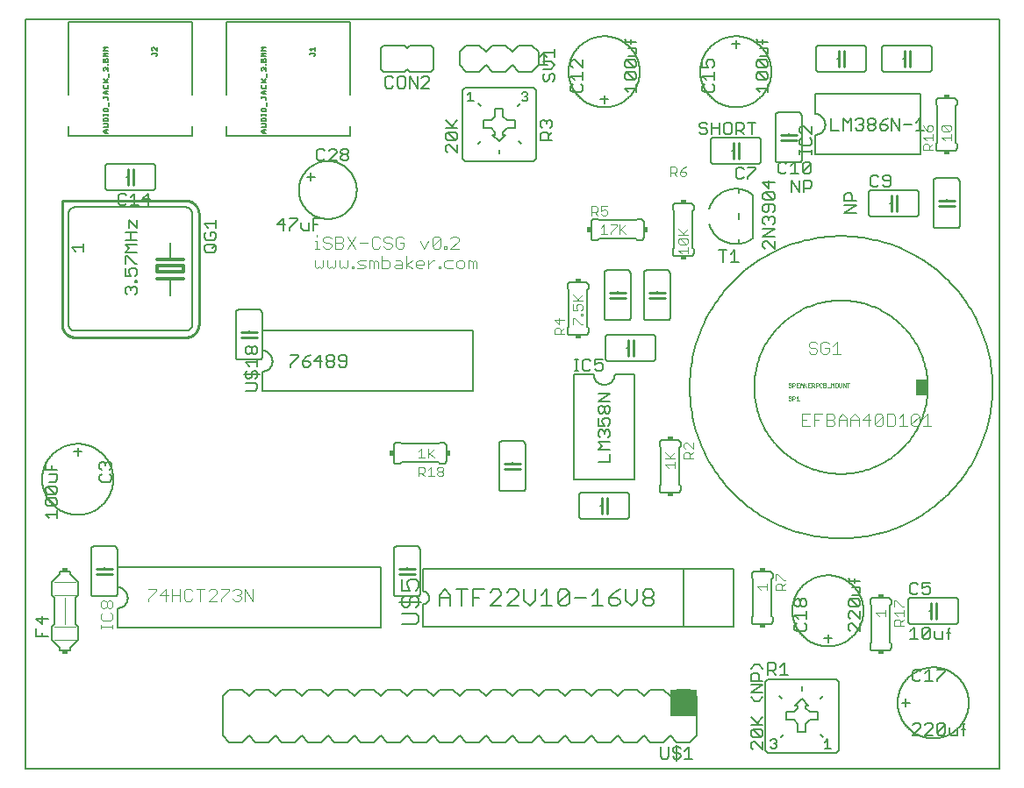
<source format=gto>
G04 EAGLE Gerber RS-274X export*
G75*
%MOMM*%
%FSLAX34Y34*%
%LPD*%
%INSilkscreen Top*%
%IPPOS*%
%AMOC8*
5,1,8,0,0,1.08239X$1,22.5*%
G01*
%ADD10C,0.101600*%
%ADD11C,0.152400*%
%ADD12C,0.254000*%
%ADD13C,0.127000*%
%ADD14R,0.508000X0.381000*%
%ADD15C,0.203200*%
%ADD16R,0.381000X0.508000*%
%ADD17R,2.540000X2.540000*%
%ADD18C,0.050800*%
%ADD19R,0.609600X0.355600*%
%ADD20C,0.177800*%
%ADD21C,0.025400*%
%ADD22R,1.175000X1.600000*%
%ADD23C,0.304800*%


D10*
X279908Y522654D02*
X281857Y522654D01*
X281857Y514858D01*
X279908Y514858D02*
X283806Y514858D01*
X281857Y526552D02*
X281857Y528501D01*
X293551Y526552D02*
X295500Y524603D01*
X293551Y526552D02*
X289653Y526552D01*
X287704Y524603D01*
X287704Y522654D01*
X289653Y520705D01*
X293551Y520705D01*
X295500Y518756D01*
X295500Y516807D01*
X293551Y514858D01*
X289653Y514858D01*
X287704Y516807D01*
X299398Y514858D02*
X299398Y526552D01*
X305245Y526552D01*
X307194Y524603D01*
X307194Y522654D01*
X305245Y520705D01*
X307194Y518756D01*
X307194Y516807D01*
X305245Y514858D01*
X299398Y514858D01*
X299398Y520705D02*
X305245Y520705D01*
X311092Y526552D02*
X318888Y514858D01*
X311092Y514858D02*
X318888Y526552D01*
X322786Y520705D02*
X330582Y520705D01*
X340327Y526552D02*
X342276Y524603D01*
X340327Y526552D02*
X336429Y526552D01*
X334480Y524603D01*
X334480Y516807D01*
X336429Y514858D01*
X340327Y514858D01*
X342276Y516807D01*
X352021Y526552D02*
X353970Y524603D01*
X352021Y526552D02*
X348123Y526552D01*
X346174Y524603D01*
X346174Y522654D01*
X348123Y520705D01*
X352021Y520705D01*
X353970Y518756D01*
X353970Y516807D01*
X352021Y514858D01*
X348123Y514858D01*
X346174Y516807D01*
X363715Y526552D02*
X365664Y524603D01*
X363715Y526552D02*
X359817Y526552D01*
X357868Y524603D01*
X357868Y516807D01*
X359817Y514858D01*
X363715Y514858D01*
X365664Y516807D01*
X365664Y520705D01*
X361766Y520705D01*
X381256Y522654D02*
X385154Y514858D01*
X389052Y522654D01*
X392950Y524603D02*
X392950Y516807D01*
X392950Y524603D02*
X394899Y526552D01*
X398797Y526552D01*
X400746Y524603D01*
X400746Y516807D01*
X398797Y514858D01*
X394899Y514858D01*
X392950Y516807D01*
X400746Y524603D01*
X404644Y516807D02*
X404644Y514858D01*
X404644Y516807D02*
X406593Y516807D01*
X406593Y514858D01*
X404644Y514858D01*
X410491Y514858D02*
X418287Y514858D01*
X410491Y514858D02*
X418287Y522654D01*
X418287Y524603D01*
X416338Y526552D01*
X412440Y526552D01*
X410491Y524603D01*
X279908Y503604D02*
X279908Y497757D01*
X281857Y495808D01*
X283806Y497757D01*
X285755Y495808D01*
X287704Y497757D01*
X287704Y503604D01*
X291602Y503604D02*
X291602Y497757D01*
X293551Y495808D01*
X295500Y497757D01*
X297449Y495808D01*
X299398Y497757D01*
X299398Y503604D01*
X303296Y503604D02*
X303296Y497757D01*
X305245Y495808D01*
X307194Y497757D01*
X309143Y495808D01*
X311092Y497757D01*
X311092Y503604D01*
X314990Y497757D02*
X314990Y495808D01*
X314990Y497757D02*
X316939Y497757D01*
X316939Y495808D01*
X314990Y495808D01*
X320837Y495808D02*
X326684Y495808D01*
X328633Y497757D01*
X326684Y499706D01*
X322786Y499706D01*
X320837Y501655D01*
X322786Y503604D01*
X328633Y503604D01*
X332531Y503604D02*
X332531Y495808D01*
X332531Y503604D02*
X334480Y503604D01*
X336429Y501655D01*
X336429Y495808D01*
X336429Y501655D02*
X338378Y503604D01*
X340327Y501655D01*
X340327Y495808D01*
X344225Y495808D02*
X344225Y507502D01*
X344225Y495808D02*
X350072Y495808D01*
X352021Y497757D01*
X352021Y501655D01*
X350072Y503604D01*
X344225Y503604D01*
X357868Y503604D02*
X361766Y503604D01*
X363715Y501655D01*
X363715Y495808D01*
X357868Y495808D01*
X355919Y497757D01*
X357868Y499706D01*
X363715Y499706D01*
X367613Y495808D02*
X367613Y507502D01*
X367613Y499706D02*
X373460Y495808D01*
X367613Y499706D02*
X373460Y503604D01*
X379307Y495808D02*
X383205Y495808D01*
X379307Y495808D02*
X377358Y497757D01*
X377358Y501655D01*
X379307Y503604D01*
X383205Y503604D01*
X385154Y501655D01*
X385154Y499706D01*
X377358Y499706D01*
X389052Y495808D02*
X389052Y503604D01*
X389052Y499706D02*
X392950Y503604D01*
X394899Y503604D01*
X398797Y497757D02*
X398797Y495808D01*
X398797Y497757D02*
X400746Y497757D01*
X400746Y495808D01*
X398797Y495808D01*
X406593Y503604D02*
X412440Y503604D01*
X406593Y503604D02*
X404644Y501655D01*
X404644Y497757D01*
X406593Y495808D01*
X412440Y495808D01*
X418287Y495808D02*
X422185Y495808D01*
X424134Y497757D01*
X424134Y501655D01*
X422185Y503604D01*
X418287Y503604D01*
X416338Y501655D01*
X416338Y497757D01*
X418287Y495808D01*
X428032Y495808D02*
X428032Y503604D01*
X429981Y503604D01*
X431930Y501655D01*
X431930Y495808D01*
X431930Y501655D02*
X433879Y503604D01*
X435828Y501655D01*
X435828Y495808D01*
D11*
X381000Y224790D02*
X381000Y181610D01*
X355600Y181610D02*
X355600Y224790D01*
X358140Y179070D02*
X378460Y179070D01*
X378460Y227330D02*
X358140Y227330D01*
X381000Y181610D02*
X380998Y181510D01*
X380992Y181411D01*
X380982Y181311D01*
X380969Y181213D01*
X380951Y181114D01*
X380930Y181017D01*
X380905Y180921D01*
X380876Y180825D01*
X380843Y180731D01*
X380807Y180638D01*
X380767Y180547D01*
X380723Y180457D01*
X380676Y180369D01*
X380626Y180283D01*
X380572Y180199D01*
X380515Y180117D01*
X380455Y180038D01*
X380391Y179960D01*
X380325Y179886D01*
X380256Y179814D01*
X380184Y179745D01*
X380110Y179679D01*
X380032Y179615D01*
X379953Y179555D01*
X379871Y179498D01*
X379787Y179444D01*
X379701Y179394D01*
X379613Y179347D01*
X379523Y179303D01*
X379432Y179263D01*
X379339Y179227D01*
X379245Y179194D01*
X379149Y179165D01*
X379053Y179140D01*
X378956Y179119D01*
X378857Y179101D01*
X378759Y179088D01*
X378659Y179078D01*
X378560Y179072D01*
X378460Y179070D01*
X381000Y224790D02*
X380998Y224890D01*
X380992Y224989D01*
X380982Y225089D01*
X380969Y225187D01*
X380951Y225286D01*
X380930Y225383D01*
X380905Y225479D01*
X380876Y225575D01*
X380843Y225669D01*
X380807Y225762D01*
X380767Y225853D01*
X380723Y225943D01*
X380676Y226031D01*
X380626Y226117D01*
X380572Y226201D01*
X380515Y226283D01*
X380455Y226362D01*
X380391Y226440D01*
X380325Y226514D01*
X380256Y226586D01*
X380184Y226655D01*
X380110Y226721D01*
X380032Y226785D01*
X379953Y226845D01*
X379871Y226902D01*
X379787Y226956D01*
X379701Y227006D01*
X379613Y227053D01*
X379523Y227097D01*
X379432Y227137D01*
X379339Y227173D01*
X379245Y227206D01*
X379149Y227235D01*
X379053Y227260D01*
X378956Y227281D01*
X378857Y227299D01*
X378759Y227312D01*
X378659Y227322D01*
X378560Y227328D01*
X378460Y227330D01*
X355600Y181610D02*
X355602Y181510D01*
X355608Y181411D01*
X355618Y181311D01*
X355631Y181213D01*
X355649Y181114D01*
X355670Y181017D01*
X355695Y180921D01*
X355724Y180825D01*
X355757Y180731D01*
X355793Y180638D01*
X355833Y180547D01*
X355877Y180457D01*
X355924Y180369D01*
X355974Y180283D01*
X356028Y180199D01*
X356085Y180117D01*
X356145Y180038D01*
X356209Y179960D01*
X356275Y179886D01*
X356344Y179814D01*
X356416Y179745D01*
X356490Y179679D01*
X356568Y179615D01*
X356647Y179555D01*
X356729Y179498D01*
X356813Y179444D01*
X356899Y179394D01*
X356987Y179347D01*
X357077Y179303D01*
X357168Y179263D01*
X357261Y179227D01*
X357355Y179194D01*
X357451Y179165D01*
X357547Y179140D01*
X357644Y179119D01*
X357743Y179101D01*
X357841Y179088D01*
X357941Y179078D01*
X358040Y179072D01*
X358140Y179070D01*
X355600Y224790D02*
X355602Y224890D01*
X355608Y224989D01*
X355618Y225089D01*
X355631Y225187D01*
X355649Y225286D01*
X355670Y225383D01*
X355695Y225479D01*
X355724Y225575D01*
X355757Y225669D01*
X355793Y225762D01*
X355833Y225853D01*
X355877Y225943D01*
X355924Y226031D01*
X355974Y226117D01*
X356028Y226201D01*
X356085Y226283D01*
X356145Y226362D01*
X356209Y226440D01*
X356275Y226514D01*
X356344Y226586D01*
X356416Y226655D01*
X356490Y226721D01*
X356568Y226785D01*
X356647Y226845D01*
X356729Y226902D01*
X356813Y226956D01*
X356899Y227006D01*
X356987Y227053D01*
X357077Y227097D01*
X357168Y227137D01*
X357261Y227173D01*
X357355Y227206D01*
X357451Y227235D01*
X357547Y227260D01*
X357644Y227281D01*
X357743Y227299D01*
X357841Y227312D01*
X357941Y227322D01*
X358040Y227328D01*
X358140Y227330D01*
X368300Y200660D02*
X368300Y199390D01*
D12*
X368300Y200660D02*
X375920Y200660D01*
X368300Y200660D02*
X360680Y200660D01*
X368300Y205740D02*
X375920Y205740D01*
X368300Y205740D02*
X360680Y205740D01*
D11*
X368300Y205740D02*
X368300Y207010D01*
X50800Y314960D02*
X50800Y322580D01*
X46990Y318770D02*
X54610Y318770D01*
X16510Y292100D02*
X16520Y292942D01*
X16551Y293783D01*
X16603Y294623D01*
X16675Y295461D01*
X16768Y296297D01*
X16881Y297131D01*
X17015Y297962D01*
X17169Y298790D01*
X17343Y299613D01*
X17538Y300432D01*
X17752Y301246D01*
X17987Y302054D01*
X18241Y302856D01*
X18514Y303652D01*
X18808Y304441D01*
X19120Y305222D01*
X19452Y305996D01*
X19802Y306761D01*
X20171Y307517D01*
X20559Y308264D01*
X20965Y309001D01*
X21388Y309729D01*
X21830Y310445D01*
X22289Y311151D01*
X22765Y311844D01*
X23258Y312527D01*
X23768Y313196D01*
X24293Y313853D01*
X24835Y314497D01*
X25393Y315128D01*
X25966Y315744D01*
X26553Y316347D01*
X27156Y316934D01*
X27772Y317507D01*
X28403Y318065D01*
X29047Y318607D01*
X29704Y319132D01*
X30373Y319642D01*
X31056Y320135D01*
X31749Y320611D01*
X32455Y321070D01*
X33171Y321512D01*
X33899Y321935D01*
X34636Y322341D01*
X35383Y322729D01*
X36139Y323098D01*
X36904Y323448D01*
X37678Y323780D01*
X38459Y324092D01*
X39248Y324386D01*
X40044Y324659D01*
X40846Y324913D01*
X41654Y325148D01*
X42468Y325362D01*
X43287Y325557D01*
X44110Y325731D01*
X44938Y325885D01*
X45769Y326019D01*
X46603Y326132D01*
X47439Y326225D01*
X48277Y326297D01*
X49117Y326349D01*
X49958Y326380D01*
X50800Y326390D01*
X51642Y326380D01*
X52483Y326349D01*
X53323Y326297D01*
X54161Y326225D01*
X54997Y326132D01*
X55831Y326019D01*
X56662Y325885D01*
X57490Y325731D01*
X58313Y325557D01*
X59132Y325362D01*
X59946Y325148D01*
X60754Y324913D01*
X61556Y324659D01*
X62352Y324386D01*
X63141Y324092D01*
X63922Y323780D01*
X64696Y323448D01*
X65461Y323098D01*
X66217Y322729D01*
X66964Y322341D01*
X67701Y321935D01*
X68429Y321512D01*
X69145Y321070D01*
X69851Y320611D01*
X70544Y320135D01*
X71227Y319642D01*
X71896Y319132D01*
X72553Y318607D01*
X73197Y318065D01*
X73828Y317507D01*
X74444Y316934D01*
X75047Y316347D01*
X75634Y315744D01*
X76207Y315128D01*
X76765Y314497D01*
X77307Y313853D01*
X77832Y313196D01*
X78342Y312527D01*
X78835Y311844D01*
X79311Y311151D01*
X79770Y310445D01*
X80212Y309729D01*
X80635Y309001D01*
X81041Y308264D01*
X81429Y307517D01*
X81798Y306761D01*
X82148Y305996D01*
X82480Y305222D01*
X82792Y304441D01*
X83086Y303652D01*
X83359Y302856D01*
X83613Y302054D01*
X83848Y301246D01*
X84062Y300432D01*
X84257Y299613D01*
X84431Y298790D01*
X84585Y297962D01*
X84719Y297131D01*
X84832Y296297D01*
X84925Y295461D01*
X84997Y294623D01*
X85049Y293783D01*
X85080Y292942D01*
X85090Y292100D01*
X85080Y291258D01*
X85049Y290417D01*
X84997Y289577D01*
X84925Y288739D01*
X84832Y287903D01*
X84719Y287069D01*
X84585Y286238D01*
X84431Y285410D01*
X84257Y284587D01*
X84062Y283768D01*
X83848Y282954D01*
X83613Y282146D01*
X83359Y281344D01*
X83086Y280548D01*
X82792Y279759D01*
X82480Y278978D01*
X82148Y278204D01*
X81798Y277439D01*
X81429Y276683D01*
X81041Y275936D01*
X80635Y275199D01*
X80212Y274471D01*
X79770Y273755D01*
X79311Y273049D01*
X78835Y272356D01*
X78342Y271673D01*
X77832Y271004D01*
X77307Y270347D01*
X76765Y269703D01*
X76207Y269072D01*
X75634Y268456D01*
X75047Y267853D01*
X74444Y267266D01*
X73828Y266693D01*
X73197Y266135D01*
X72553Y265593D01*
X71896Y265068D01*
X71227Y264558D01*
X70544Y264065D01*
X69851Y263589D01*
X69145Y263130D01*
X68429Y262688D01*
X67701Y262265D01*
X66964Y261859D01*
X66217Y261471D01*
X65461Y261102D01*
X64696Y260752D01*
X63922Y260420D01*
X63141Y260108D01*
X62352Y259814D01*
X61556Y259541D01*
X60754Y259287D01*
X59946Y259052D01*
X59132Y258838D01*
X58313Y258643D01*
X57490Y258469D01*
X56662Y258315D01*
X55831Y258181D01*
X54997Y258068D01*
X54161Y257975D01*
X53323Y257903D01*
X52483Y257851D01*
X51642Y257820D01*
X50800Y257810D01*
X49958Y257820D01*
X49117Y257851D01*
X48277Y257903D01*
X47439Y257975D01*
X46603Y258068D01*
X45769Y258181D01*
X44938Y258315D01*
X44110Y258469D01*
X43287Y258643D01*
X42468Y258838D01*
X41654Y259052D01*
X40846Y259287D01*
X40044Y259541D01*
X39248Y259814D01*
X38459Y260108D01*
X37678Y260420D01*
X36904Y260752D01*
X36139Y261102D01*
X35383Y261471D01*
X34636Y261859D01*
X33899Y262265D01*
X33171Y262688D01*
X32455Y263130D01*
X31749Y263589D01*
X31056Y264065D01*
X30373Y264558D01*
X29704Y265068D01*
X29047Y265593D01*
X28403Y266135D01*
X27772Y266693D01*
X27156Y267266D01*
X26553Y267853D01*
X25966Y268456D01*
X25393Y269072D01*
X24835Y269703D01*
X24293Y270347D01*
X23768Y271004D01*
X23258Y271673D01*
X22765Y272356D01*
X22289Y273049D01*
X21830Y273755D01*
X21388Y274471D01*
X20965Y275199D01*
X20559Y275936D01*
X20171Y276683D01*
X19802Y277439D01*
X19452Y278204D01*
X19120Y278978D01*
X18808Y279759D01*
X18514Y280548D01*
X18241Y281344D01*
X17987Y282146D01*
X17752Y282954D01*
X17538Y283768D01*
X17343Y284587D01*
X17169Y285410D01*
X17015Y286238D01*
X16881Y287069D01*
X16768Y287903D01*
X16675Y288739D01*
X16603Y289577D01*
X16551Y290417D01*
X16520Y291258D01*
X16510Y292100D01*
D13*
X71745Y295387D02*
X73652Y297294D01*
X71745Y295387D02*
X71745Y291574D01*
X73652Y289667D01*
X81278Y289667D01*
X83185Y291574D01*
X83185Y295387D01*
X81278Y297294D01*
X73652Y301361D02*
X71745Y303268D01*
X71745Y307081D01*
X73652Y308988D01*
X75559Y308988D01*
X77465Y307081D01*
X77465Y305174D01*
X77465Y307081D02*
X79372Y308988D01*
X81278Y308988D01*
X83185Y307081D01*
X83185Y303268D01*
X81278Y301361D01*
X23489Y254585D02*
X19675Y258398D01*
X31115Y258398D01*
X31115Y254585D02*
X31115Y262212D01*
X29208Y266279D02*
X21582Y266279D01*
X19675Y268186D01*
X19675Y271999D01*
X21582Y273906D01*
X29208Y273906D01*
X31115Y271999D01*
X31115Y268186D01*
X29208Y266279D01*
X21582Y273906D01*
X21582Y277973D02*
X29208Y277973D01*
X21582Y277973D02*
X19675Y279880D01*
X19675Y283693D01*
X21582Y285599D01*
X29208Y285599D01*
X31115Y283693D01*
X31115Y279880D01*
X29208Y277973D01*
X21582Y285599D01*
X23489Y289667D02*
X29208Y289667D01*
X31115Y291574D01*
X31115Y297293D01*
X23489Y297293D01*
X19675Y301361D02*
X31115Y301361D01*
X19675Y301361D02*
X19675Y308987D01*
X25395Y305174D02*
X25395Y301361D01*
D11*
X424180Y599440D02*
X490220Y599440D01*
X490220Y670560D02*
X424180Y670560D01*
X421640Y601980D02*
X424180Y599440D01*
X421640Y668020D02*
X424180Y670560D01*
X421640Y668020D02*
X421640Y601980D01*
X490220Y670560D02*
X492760Y668020D01*
X492760Y601980D02*
X490220Y599440D01*
X492760Y601980D02*
X492760Y668020D01*
X449580Y638810D02*
X441960Y638810D01*
X441960Y631190D01*
X449580Y631190D01*
X453390Y627380D01*
X453390Y624840D01*
X450850Y624840D01*
X457200Y618490D01*
X463550Y624840D01*
X461010Y624840D01*
X461010Y627380D01*
X464820Y631190D01*
X472440Y631190D01*
X472440Y638810D01*
X464820Y638810D01*
X461010Y642620D01*
X461010Y650240D01*
X453390Y650240D01*
X453390Y642620D01*
X449580Y638810D01*
X474980Y652780D02*
X477520Y655320D01*
X439420Y652780D02*
X436880Y655320D01*
X439420Y618490D02*
X436880Y615950D01*
X457200Y610362D02*
X457200Y606552D01*
X476250Y618490D02*
X478790Y615950D01*
D13*
X479194Y664682D02*
X480634Y666122D01*
X483515Y666122D01*
X484956Y664682D01*
X484956Y663241D01*
X483515Y661801D01*
X482075Y661801D01*
X483515Y661801D02*
X484956Y660360D01*
X484956Y658920D01*
X483515Y657479D01*
X480634Y657479D01*
X479194Y658920D01*
X430005Y666122D02*
X427124Y663241D01*
X430005Y666122D02*
X430005Y657479D01*
X427124Y657479D02*
X432886Y657479D01*
X497195Y619867D02*
X508635Y619867D01*
X497195Y619867D02*
X497195Y625587D01*
X499102Y627494D01*
X502915Y627494D01*
X504822Y625587D01*
X504822Y619867D01*
X504822Y623680D02*
X508635Y627494D01*
X499102Y631561D02*
X497195Y633468D01*
X497195Y637281D01*
X499102Y639188D01*
X501009Y639188D01*
X502915Y637281D01*
X502915Y635374D01*
X502915Y637281D02*
X504822Y639188D01*
X506728Y639188D01*
X508635Y637281D01*
X508635Y633468D01*
X506728Y631561D01*
X417195Y615546D02*
X417195Y607919D01*
X409569Y615546D01*
X407662Y615546D01*
X405755Y613639D01*
X405755Y609826D01*
X407662Y607919D01*
X407662Y619613D02*
X415288Y619613D01*
X407662Y619613D02*
X405755Y621520D01*
X405755Y625333D01*
X407662Y627240D01*
X415288Y627240D01*
X417195Y625333D01*
X417195Y621520D01*
X415288Y619613D01*
X407662Y627240D01*
X405755Y631307D02*
X417195Y631307D01*
X413382Y631307D02*
X405755Y638933D01*
X411475Y633214D02*
X417195Y638933D01*
D11*
X664210Y596900D02*
X707390Y596900D01*
X707390Y622300D02*
X664210Y622300D01*
X661670Y619760D02*
X661670Y599440D01*
X709930Y599440D02*
X709930Y619760D01*
X664210Y596900D02*
X664110Y596902D01*
X664011Y596908D01*
X663911Y596918D01*
X663813Y596931D01*
X663714Y596949D01*
X663617Y596970D01*
X663521Y596995D01*
X663425Y597024D01*
X663331Y597057D01*
X663238Y597093D01*
X663147Y597133D01*
X663057Y597177D01*
X662969Y597224D01*
X662883Y597274D01*
X662799Y597328D01*
X662717Y597385D01*
X662638Y597445D01*
X662560Y597509D01*
X662486Y597575D01*
X662414Y597644D01*
X662345Y597716D01*
X662279Y597790D01*
X662215Y597868D01*
X662155Y597947D01*
X662098Y598029D01*
X662044Y598113D01*
X661994Y598199D01*
X661947Y598287D01*
X661903Y598377D01*
X661863Y598468D01*
X661827Y598561D01*
X661794Y598655D01*
X661765Y598751D01*
X661740Y598847D01*
X661719Y598944D01*
X661701Y599043D01*
X661688Y599141D01*
X661678Y599241D01*
X661672Y599340D01*
X661670Y599440D01*
X707390Y596900D02*
X707490Y596902D01*
X707589Y596908D01*
X707689Y596918D01*
X707787Y596931D01*
X707886Y596949D01*
X707983Y596970D01*
X708079Y596995D01*
X708175Y597024D01*
X708269Y597057D01*
X708362Y597093D01*
X708453Y597133D01*
X708543Y597177D01*
X708631Y597224D01*
X708717Y597274D01*
X708801Y597328D01*
X708883Y597385D01*
X708962Y597445D01*
X709040Y597509D01*
X709114Y597575D01*
X709186Y597644D01*
X709255Y597716D01*
X709321Y597790D01*
X709385Y597868D01*
X709445Y597947D01*
X709502Y598029D01*
X709556Y598113D01*
X709606Y598199D01*
X709653Y598287D01*
X709697Y598377D01*
X709737Y598468D01*
X709773Y598561D01*
X709806Y598655D01*
X709835Y598751D01*
X709860Y598847D01*
X709881Y598944D01*
X709899Y599043D01*
X709912Y599141D01*
X709922Y599241D01*
X709928Y599340D01*
X709930Y599440D01*
X664210Y622300D02*
X664110Y622298D01*
X664011Y622292D01*
X663911Y622282D01*
X663813Y622269D01*
X663714Y622251D01*
X663617Y622230D01*
X663521Y622205D01*
X663425Y622176D01*
X663331Y622143D01*
X663238Y622107D01*
X663147Y622067D01*
X663057Y622023D01*
X662969Y621976D01*
X662883Y621926D01*
X662799Y621872D01*
X662717Y621815D01*
X662638Y621755D01*
X662560Y621691D01*
X662486Y621625D01*
X662414Y621556D01*
X662345Y621484D01*
X662279Y621410D01*
X662215Y621332D01*
X662155Y621253D01*
X662098Y621171D01*
X662044Y621087D01*
X661994Y621001D01*
X661947Y620913D01*
X661903Y620823D01*
X661863Y620732D01*
X661827Y620639D01*
X661794Y620545D01*
X661765Y620449D01*
X661740Y620353D01*
X661719Y620256D01*
X661701Y620157D01*
X661688Y620059D01*
X661678Y619959D01*
X661672Y619860D01*
X661670Y619760D01*
X707390Y622300D02*
X707490Y622298D01*
X707589Y622292D01*
X707689Y622282D01*
X707787Y622269D01*
X707886Y622251D01*
X707983Y622230D01*
X708079Y622205D01*
X708175Y622176D01*
X708269Y622143D01*
X708362Y622107D01*
X708453Y622067D01*
X708543Y622023D01*
X708631Y621976D01*
X708717Y621926D01*
X708801Y621872D01*
X708883Y621815D01*
X708962Y621755D01*
X709040Y621691D01*
X709114Y621625D01*
X709186Y621556D01*
X709255Y621484D01*
X709321Y621410D01*
X709385Y621332D01*
X709445Y621253D01*
X709502Y621171D01*
X709556Y621087D01*
X709606Y621001D01*
X709653Y620913D01*
X709697Y620823D01*
X709737Y620732D01*
X709773Y620639D01*
X709806Y620545D01*
X709835Y620449D01*
X709860Y620353D01*
X709881Y620256D01*
X709899Y620157D01*
X709912Y620059D01*
X709922Y619959D01*
X709928Y619860D01*
X709930Y619760D01*
X683260Y609600D02*
X681990Y609600D01*
D12*
X683260Y609600D02*
X683260Y601980D01*
X683260Y609600D02*
X683260Y617220D01*
X688340Y609600D02*
X688340Y601980D01*
X688340Y609600D02*
X688340Y617220D01*
D11*
X688340Y609600D02*
X689610Y609600D01*
D13*
X691627Y593735D02*
X693534Y591828D01*
X691627Y593735D02*
X687814Y593735D01*
X685907Y591828D01*
X685907Y584202D01*
X687814Y582295D01*
X691627Y582295D01*
X693534Y584202D01*
X697601Y593735D02*
X705228Y593735D01*
X705228Y591828D01*
X697601Y584202D01*
X697601Y582295D01*
X658452Y635008D02*
X656545Y636915D01*
X652732Y636915D01*
X650825Y635008D01*
X650825Y633102D01*
X652732Y631195D01*
X656545Y631195D01*
X658452Y629288D01*
X658452Y627382D01*
X656545Y625475D01*
X652732Y625475D01*
X650825Y627382D01*
X662519Y625475D02*
X662519Y636915D01*
X662519Y631195D02*
X670146Y631195D01*
X670146Y636915D02*
X670146Y625475D01*
X676120Y636915D02*
X679933Y636915D01*
X676120Y636915D02*
X674213Y635008D01*
X674213Y627382D01*
X676120Y625475D01*
X679933Y625475D01*
X681839Y627382D01*
X681839Y635008D01*
X679933Y636915D01*
X685907Y636915D02*
X685907Y625475D01*
X685907Y636915D02*
X691627Y636915D01*
X693533Y635008D01*
X693533Y631195D01*
X691627Y629288D01*
X685907Y629288D01*
X689720Y629288D02*
X693533Y625475D01*
X701414Y625475D02*
X701414Y636915D01*
X697601Y636915D02*
X705227Y636915D01*
D11*
X762000Y664210D02*
X863600Y664210D01*
X863600Y605790D02*
X762000Y605790D01*
X863600Y605790D02*
X863600Y664210D01*
X762000Y664210D02*
X762000Y645160D01*
X762000Y624840D02*
X762000Y605790D01*
X762000Y624840D02*
X762247Y624843D01*
X762495Y624852D01*
X762742Y624867D01*
X762988Y624888D01*
X763234Y624915D01*
X763479Y624948D01*
X763724Y624987D01*
X763967Y625032D01*
X764209Y625083D01*
X764450Y625140D01*
X764689Y625202D01*
X764927Y625271D01*
X765163Y625345D01*
X765397Y625425D01*
X765629Y625510D01*
X765859Y625602D01*
X766087Y625698D01*
X766312Y625801D01*
X766535Y625908D01*
X766755Y626022D01*
X766972Y626140D01*
X767187Y626264D01*
X767398Y626393D01*
X767606Y626527D01*
X767811Y626666D01*
X768012Y626810D01*
X768210Y626958D01*
X768404Y627112D01*
X768594Y627270D01*
X768780Y627433D01*
X768962Y627600D01*
X769140Y627772D01*
X769314Y627948D01*
X769484Y628128D01*
X769649Y628313D01*
X769809Y628501D01*
X769965Y628693D01*
X770117Y628889D01*
X770263Y629088D01*
X770405Y629291D01*
X770541Y629498D01*
X770673Y629707D01*
X770799Y629920D01*
X770920Y630136D01*
X771036Y630354D01*
X771146Y630576D01*
X771251Y630800D01*
X771351Y631026D01*
X771445Y631255D01*
X771533Y631486D01*
X771616Y631720D01*
X771693Y631955D01*
X771764Y632192D01*
X771830Y632430D01*
X771889Y632670D01*
X771943Y632912D01*
X771991Y633155D01*
X772033Y633398D01*
X772069Y633643D01*
X772099Y633889D01*
X772123Y634135D01*
X772141Y634382D01*
X772153Y634629D01*
X772159Y634876D01*
X772159Y635124D01*
X772153Y635371D01*
X772141Y635618D01*
X772123Y635865D01*
X772099Y636111D01*
X772069Y636357D01*
X772033Y636602D01*
X771991Y636845D01*
X771943Y637088D01*
X771889Y637330D01*
X771830Y637570D01*
X771764Y637808D01*
X771693Y638045D01*
X771616Y638280D01*
X771533Y638514D01*
X771445Y638745D01*
X771351Y638974D01*
X771251Y639200D01*
X771146Y639424D01*
X771036Y639646D01*
X770920Y639864D01*
X770799Y640080D01*
X770673Y640293D01*
X770541Y640502D01*
X770405Y640709D01*
X770263Y640912D01*
X770117Y641111D01*
X769965Y641307D01*
X769809Y641499D01*
X769649Y641687D01*
X769484Y641872D01*
X769314Y642052D01*
X769140Y642228D01*
X768962Y642400D01*
X768780Y642567D01*
X768594Y642730D01*
X768404Y642888D01*
X768210Y643042D01*
X768012Y643190D01*
X767811Y643334D01*
X767606Y643473D01*
X767398Y643607D01*
X767187Y643736D01*
X766972Y643860D01*
X766755Y643978D01*
X766535Y644092D01*
X766312Y644199D01*
X766087Y644302D01*
X765859Y644398D01*
X765629Y644490D01*
X765397Y644575D01*
X765163Y644655D01*
X764927Y644729D01*
X764689Y644798D01*
X764450Y644860D01*
X764209Y644917D01*
X763967Y644968D01*
X763724Y645013D01*
X763479Y645052D01*
X763234Y645085D01*
X762988Y645112D01*
X762742Y645133D01*
X762495Y645148D01*
X762247Y645157D01*
X762000Y645160D01*
D13*
X758825Y610238D02*
X758825Y606425D01*
X758825Y608332D02*
X747385Y608332D01*
X747385Y610238D02*
X747385Y606425D01*
X747385Y619941D02*
X749292Y621847D01*
X747385Y619941D02*
X747385Y616128D01*
X749292Y614221D01*
X756918Y614221D01*
X758825Y616128D01*
X758825Y619941D01*
X756918Y621847D01*
X758825Y625915D02*
X758825Y633541D01*
X758825Y625915D02*
X751199Y633541D01*
X749292Y633541D01*
X747385Y631635D01*
X747385Y627822D01*
X749292Y625915D01*
X777875Y629285D02*
X777875Y640725D01*
X777875Y629285D02*
X785502Y629285D01*
X789569Y629285D02*
X789569Y640725D01*
X793382Y636912D01*
X797195Y640725D01*
X797195Y629285D01*
X801263Y638818D02*
X803170Y640725D01*
X806983Y640725D01*
X808889Y638818D01*
X808889Y636912D01*
X806983Y635005D01*
X805076Y635005D01*
X806983Y635005D02*
X808889Y633098D01*
X808889Y631192D01*
X806983Y629285D01*
X803170Y629285D01*
X801263Y631192D01*
X812957Y638818D02*
X814864Y640725D01*
X818677Y640725D01*
X820583Y638818D01*
X820583Y636912D01*
X818677Y635005D01*
X820583Y633098D01*
X820583Y631192D01*
X818677Y629285D01*
X814864Y629285D01*
X812957Y631192D01*
X812957Y633098D01*
X814864Y635005D01*
X812957Y636912D01*
X812957Y638818D01*
X814864Y635005D02*
X818677Y635005D01*
X828464Y638818D02*
X832277Y640725D01*
X828464Y638818D02*
X824651Y635005D01*
X824651Y631192D01*
X826558Y629285D01*
X830371Y629285D01*
X832277Y631192D01*
X832277Y633098D01*
X830371Y635005D01*
X824651Y635005D01*
X836345Y629285D02*
X836345Y640725D01*
X843971Y629285D01*
X843971Y640725D01*
X848039Y635005D02*
X855665Y635005D01*
X859733Y636912D02*
X863546Y640725D01*
X863546Y629285D01*
X859733Y629285D02*
X867359Y629285D01*
D11*
X808990Y685800D02*
X765810Y685800D01*
X765810Y711200D02*
X808990Y711200D01*
X763270Y708660D02*
X763270Y688340D01*
X811530Y688340D02*
X811530Y708660D01*
X765810Y685800D02*
X765710Y685802D01*
X765611Y685808D01*
X765511Y685818D01*
X765413Y685831D01*
X765314Y685849D01*
X765217Y685870D01*
X765121Y685895D01*
X765025Y685924D01*
X764931Y685957D01*
X764838Y685993D01*
X764747Y686033D01*
X764657Y686077D01*
X764569Y686124D01*
X764483Y686174D01*
X764399Y686228D01*
X764317Y686285D01*
X764238Y686345D01*
X764160Y686409D01*
X764086Y686475D01*
X764014Y686544D01*
X763945Y686616D01*
X763879Y686690D01*
X763815Y686768D01*
X763755Y686847D01*
X763698Y686929D01*
X763644Y687013D01*
X763594Y687099D01*
X763547Y687187D01*
X763503Y687277D01*
X763463Y687368D01*
X763427Y687461D01*
X763394Y687555D01*
X763365Y687651D01*
X763340Y687747D01*
X763319Y687844D01*
X763301Y687943D01*
X763288Y688041D01*
X763278Y688141D01*
X763272Y688240D01*
X763270Y688340D01*
X808990Y685800D02*
X809090Y685802D01*
X809189Y685808D01*
X809289Y685818D01*
X809387Y685831D01*
X809486Y685849D01*
X809583Y685870D01*
X809679Y685895D01*
X809775Y685924D01*
X809869Y685957D01*
X809962Y685993D01*
X810053Y686033D01*
X810143Y686077D01*
X810231Y686124D01*
X810317Y686174D01*
X810401Y686228D01*
X810483Y686285D01*
X810562Y686345D01*
X810640Y686409D01*
X810714Y686475D01*
X810786Y686544D01*
X810855Y686616D01*
X810921Y686690D01*
X810985Y686768D01*
X811045Y686847D01*
X811102Y686929D01*
X811156Y687013D01*
X811206Y687099D01*
X811253Y687187D01*
X811297Y687277D01*
X811337Y687368D01*
X811373Y687461D01*
X811406Y687555D01*
X811435Y687651D01*
X811460Y687747D01*
X811481Y687844D01*
X811499Y687943D01*
X811512Y688041D01*
X811522Y688141D01*
X811528Y688240D01*
X811530Y688340D01*
X765810Y711200D02*
X765710Y711198D01*
X765611Y711192D01*
X765511Y711182D01*
X765413Y711169D01*
X765314Y711151D01*
X765217Y711130D01*
X765121Y711105D01*
X765025Y711076D01*
X764931Y711043D01*
X764838Y711007D01*
X764747Y710967D01*
X764657Y710923D01*
X764569Y710876D01*
X764483Y710826D01*
X764399Y710772D01*
X764317Y710715D01*
X764238Y710655D01*
X764160Y710591D01*
X764086Y710525D01*
X764014Y710456D01*
X763945Y710384D01*
X763879Y710310D01*
X763815Y710232D01*
X763755Y710153D01*
X763698Y710071D01*
X763644Y709987D01*
X763594Y709901D01*
X763547Y709813D01*
X763503Y709723D01*
X763463Y709632D01*
X763427Y709539D01*
X763394Y709445D01*
X763365Y709349D01*
X763340Y709253D01*
X763319Y709156D01*
X763301Y709057D01*
X763288Y708959D01*
X763278Y708859D01*
X763272Y708760D01*
X763270Y708660D01*
X808990Y711200D02*
X809090Y711198D01*
X809189Y711192D01*
X809289Y711182D01*
X809387Y711169D01*
X809486Y711151D01*
X809583Y711130D01*
X809679Y711105D01*
X809775Y711076D01*
X809869Y711043D01*
X809962Y711007D01*
X810053Y710967D01*
X810143Y710923D01*
X810231Y710876D01*
X810317Y710826D01*
X810401Y710772D01*
X810483Y710715D01*
X810562Y710655D01*
X810640Y710591D01*
X810714Y710525D01*
X810786Y710456D01*
X810855Y710384D01*
X810921Y710310D01*
X810985Y710232D01*
X811045Y710153D01*
X811102Y710071D01*
X811156Y709987D01*
X811206Y709901D01*
X811253Y709813D01*
X811297Y709723D01*
X811337Y709632D01*
X811373Y709539D01*
X811406Y709445D01*
X811435Y709349D01*
X811460Y709253D01*
X811481Y709156D01*
X811499Y709057D01*
X811512Y708959D01*
X811522Y708859D01*
X811528Y708760D01*
X811530Y708660D01*
X784860Y698500D02*
X783590Y698500D01*
D12*
X784860Y698500D02*
X784860Y690880D01*
X784860Y698500D02*
X784860Y706120D01*
X789940Y698500D02*
X789940Y690880D01*
X789940Y698500D02*
X789940Y706120D01*
D11*
X789940Y698500D02*
X791210Y698500D01*
X749300Y643890D02*
X749300Y600710D01*
X723900Y600710D02*
X723900Y643890D01*
X726440Y598170D02*
X746760Y598170D01*
X746760Y646430D02*
X726440Y646430D01*
X749300Y600710D02*
X749298Y600610D01*
X749292Y600511D01*
X749282Y600411D01*
X749269Y600313D01*
X749251Y600214D01*
X749230Y600117D01*
X749205Y600021D01*
X749176Y599925D01*
X749143Y599831D01*
X749107Y599738D01*
X749067Y599647D01*
X749023Y599557D01*
X748976Y599469D01*
X748926Y599383D01*
X748872Y599299D01*
X748815Y599217D01*
X748755Y599138D01*
X748691Y599060D01*
X748625Y598986D01*
X748556Y598914D01*
X748484Y598845D01*
X748410Y598779D01*
X748332Y598715D01*
X748253Y598655D01*
X748171Y598598D01*
X748087Y598544D01*
X748001Y598494D01*
X747913Y598447D01*
X747823Y598403D01*
X747732Y598363D01*
X747639Y598327D01*
X747545Y598294D01*
X747449Y598265D01*
X747353Y598240D01*
X747256Y598219D01*
X747157Y598201D01*
X747059Y598188D01*
X746959Y598178D01*
X746860Y598172D01*
X746760Y598170D01*
X749300Y643890D02*
X749298Y643990D01*
X749292Y644089D01*
X749282Y644189D01*
X749269Y644287D01*
X749251Y644386D01*
X749230Y644483D01*
X749205Y644579D01*
X749176Y644675D01*
X749143Y644769D01*
X749107Y644862D01*
X749067Y644953D01*
X749023Y645043D01*
X748976Y645131D01*
X748926Y645217D01*
X748872Y645301D01*
X748815Y645383D01*
X748755Y645462D01*
X748691Y645540D01*
X748625Y645614D01*
X748556Y645686D01*
X748484Y645755D01*
X748410Y645821D01*
X748332Y645885D01*
X748253Y645945D01*
X748171Y646002D01*
X748087Y646056D01*
X748001Y646106D01*
X747913Y646153D01*
X747823Y646197D01*
X747732Y646237D01*
X747639Y646273D01*
X747545Y646306D01*
X747449Y646335D01*
X747353Y646360D01*
X747256Y646381D01*
X747157Y646399D01*
X747059Y646412D01*
X746959Y646422D01*
X746860Y646428D01*
X746760Y646430D01*
X723900Y600710D02*
X723902Y600610D01*
X723908Y600511D01*
X723918Y600411D01*
X723931Y600313D01*
X723949Y600214D01*
X723970Y600117D01*
X723995Y600021D01*
X724024Y599925D01*
X724057Y599831D01*
X724093Y599738D01*
X724133Y599647D01*
X724177Y599557D01*
X724224Y599469D01*
X724274Y599383D01*
X724328Y599299D01*
X724385Y599217D01*
X724445Y599138D01*
X724509Y599060D01*
X724575Y598986D01*
X724644Y598914D01*
X724716Y598845D01*
X724790Y598779D01*
X724868Y598715D01*
X724947Y598655D01*
X725029Y598598D01*
X725113Y598544D01*
X725199Y598494D01*
X725287Y598447D01*
X725377Y598403D01*
X725468Y598363D01*
X725561Y598327D01*
X725655Y598294D01*
X725751Y598265D01*
X725847Y598240D01*
X725944Y598219D01*
X726043Y598201D01*
X726141Y598188D01*
X726241Y598178D01*
X726340Y598172D01*
X726440Y598170D01*
X723900Y643890D02*
X723902Y643990D01*
X723908Y644089D01*
X723918Y644189D01*
X723931Y644287D01*
X723949Y644386D01*
X723970Y644483D01*
X723995Y644579D01*
X724024Y644675D01*
X724057Y644769D01*
X724093Y644862D01*
X724133Y644953D01*
X724177Y645043D01*
X724224Y645131D01*
X724274Y645217D01*
X724328Y645301D01*
X724385Y645383D01*
X724445Y645462D01*
X724509Y645540D01*
X724575Y645614D01*
X724644Y645686D01*
X724716Y645755D01*
X724790Y645821D01*
X724868Y645885D01*
X724947Y645945D01*
X725029Y646002D01*
X725113Y646056D01*
X725199Y646106D01*
X725287Y646153D01*
X725377Y646197D01*
X725468Y646237D01*
X725561Y646273D01*
X725655Y646306D01*
X725751Y646335D01*
X725847Y646360D01*
X725944Y646381D01*
X726043Y646399D01*
X726141Y646412D01*
X726241Y646422D01*
X726340Y646428D01*
X726440Y646430D01*
X736600Y619760D02*
X736600Y618490D01*
D12*
X736600Y619760D02*
X744220Y619760D01*
X736600Y619760D02*
X728980Y619760D01*
X736600Y624840D02*
X744220Y624840D01*
X736600Y624840D02*
X728980Y624840D01*
D11*
X736600Y624840D02*
X736600Y626110D01*
D13*
X732795Y598815D02*
X734702Y596908D01*
X732795Y598815D02*
X728982Y598815D01*
X727075Y596908D01*
X727075Y589282D01*
X728982Y587375D01*
X732795Y587375D01*
X734702Y589282D01*
X738769Y595002D02*
X742582Y598815D01*
X742582Y587375D01*
X738769Y587375D02*
X746395Y587375D01*
X750463Y589282D02*
X750463Y596908D01*
X752370Y598815D01*
X756183Y598815D01*
X758089Y596908D01*
X758089Y589282D01*
X756183Y587375D01*
X752370Y587375D01*
X750463Y589282D01*
X758089Y596908D01*
X739775Y581035D02*
X739775Y569595D01*
X747402Y569595D02*
X739775Y581035D01*
X747402Y581035D02*
X747402Y569595D01*
X751469Y569595D02*
X751469Y581035D01*
X757189Y581035D01*
X759095Y579128D01*
X759095Y575315D01*
X757189Y573408D01*
X751469Y573408D01*
D11*
X829310Y711200D02*
X872490Y711200D01*
X872490Y685800D02*
X829310Y685800D01*
X875030Y688340D02*
X875030Y708660D01*
X826770Y708660D02*
X826770Y688340D01*
X872490Y711200D02*
X872590Y711198D01*
X872689Y711192D01*
X872789Y711182D01*
X872887Y711169D01*
X872986Y711151D01*
X873083Y711130D01*
X873179Y711105D01*
X873275Y711076D01*
X873369Y711043D01*
X873462Y711007D01*
X873553Y710967D01*
X873643Y710923D01*
X873731Y710876D01*
X873817Y710826D01*
X873901Y710772D01*
X873983Y710715D01*
X874062Y710655D01*
X874140Y710591D01*
X874214Y710525D01*
X874286Y710456D01*
X874355Y710384D01*
X874421Y710310D01*
X874485Y710232D01*
X874545Y710153D01*
X874602Y710071D01*
X874656Y709987D01*
X874706Y709901D01*
X874753Y709813D01*
X874797Y709723D01*
X874837Y709632D01*
X874873Y709539D01*
X874906Y709445D01*
X874935Y709349D01*
X874960Y709253D01*
X874981Y709156D01*
X874999Y709057D01*
X875012Y708959D01*
X875022Y708859D01*
X875028Y708760D01*
X875030Y708660D01*
X829310Y711200D02*
X829210Y711198D01*
X829111Y711192D01*
X829011Y711182D01*
X828913Y711169D01*
X828814Y711151D01*
X828717Y711130D01*
X828621Y711105D01*
X828525Y711076D01*
X828431Y711043D01*
X828338Y711007D01*
X828247Y710967D01*
X828157Y710923D01*
X828069Y710876D01*
X827983Y710826D01*
X827899Y710772D01*
X827817Y710715D01*
X827738Y710655D01*
X827660Y710591D01*
X827586Y710525D01*
X827514Y710456D01*
X827445Y710384D01*
X827379Y710310D01*
X827315Y710232D01*
X827255Y710153D01*
X827198Y710071D01*
X827144Y709987D01*
X827094Y709901D01*
X827047Y709813D01*
X827003Y709723D01*
X826963Y709632D01*
X826927Y709539D01*
X826894Y709445D01*
X826865Y709349D01*
X826840Y709253D01*
X826819Y709156D01*
X826801Y709057D01*
X826788Y708959D01*
X826778Y708859D01*
X826772Y708760D01*
X826770Y708660D01*
X872490Y685800D02*
X872590Y685802D01*
X872689Y685808D01*
X872789Y685818D01*
X872887Y685831D01*
X872986Y685849D01*
X873083Y685870D01*
X873179Y685895D01*
X873275Y685924D01*
X873369Y685957D01*
X873462Y685993D01*
X873553Y686033D01*
X873643Y686077D01*
X873731Y686124D01*
X873817Y686174D01*
X873901Y686228D01*
X873983Y686285D01*
X874062Y686345D01*
X874140Y686409D01*
X874214Y686475D01*
X874286Y686544D01*
X874355Y686616D01*
X874421Y686690D01*
X874485Y686768D01*
X874545Y686847D01*
X874602Y686929D01*
X874656Y687013D01*
X874706Y687099D01*
X874753Y687187D01*
X874797Y687277D01*
X874837Y687368D01*
X874873Y687461D01*
X874906Y687555D01*
X874935Y687651D01*
X874960Y687747D01*
X874981Y687844D01*
X874999Y687943D01*
X875012Y688041D01*
X875022Y688141D01*
X875028Y688240D01*
X875030Y688340D01*
X829310Y685800D02*
X829210Y685802D01*
X829111Y685808D01*
X829011Y685818D01*
X828913Y685831D01*
X828814Y685849D01*
X828717Y685870D01*
X828621Y685895D01*
X828525Y685924D01*
X828431Y685957D01*
X828338Y685993D01*
X828247Y686033D01*
X828157Y686077D01*
X828069Y686124D01*
X827983Y686174D01*
X827899Y686228D01*
X827817Y686285D01*
X827738Y686345D01*
X827660Y686409D01*
X827586Y686475D01*
X827514Y686544D01*
X827445Y686616D01*
X827379Y686690D01*
X827315Y686768D01*
X827255Y686847D01*
X827198Y686929D01*
X827144Y687013D01*
X827094Y687099D01*
X827047Y687187D01*
X827003Y687277D01*
X826963Y687368D01*
X826927Y687461D01*
X826894Y687555D01*
X826865Y687651D01*
X826840Y687747D01*
X826819Y687844D01*
X826801Y687943D01*
X826788Y688041D01*
X826778Y688141D01*
X826772Y688240D01*
X826770Y688340D01*
X853440Y698500D02*
X854710Y698500D01*
D12*
X853440Y698500D02*
X853440Y706120D01*
X853440Y698500D02*
X853440Y690880D01*
X848360Y698500D02*
X848360Y706120D01*
X848360Y698500D02*
X848360Y690880D01*
D11*
X848360Y698500D02*
X847090Y698500D01*
X558800Y662940D02*
X558800Y655320D01*
X562610Y659130D02*
X554990Y659130D01*
X524510Y685800D02*
X524520Y686642D01*
X524551Y687483D01*
X524603Y688323D01*
X524675Y689161D01*
X524768Y689997D01*
X524881Y690831D01*
X525015Y691662D01*
X525169Y692490D01*
X525343Y693313D01*
X525538Y694132D01*
X525752Y694946D01*
X525987Y695754D01*
X526241Y696556D01*
X526514Y697352D01*
X526808Y698141D01*
X527120Y698922D01*
X527452Y699696D01*
X527802Y700461D01*
X528171Y701217D01*
X528559Y701964D01*
X528965Y702701D01*
X529388Y703429D01*
X529830Y704145D01*
X530289Y704851D01*
X530765Y705544D01*
X531258Y706227D01*
X531768Y706896D01*
X532293Y707553D01*
X532835Y708197D01*
X533393Y708828D01*
X533966Y709444D01*
X534553Y710047D01*
X535156Y710634D01*
X535772Y711207D01*
X536403Y711765D01*
X537047Y712307D01*
X537704Y712832D01*
X538373Y713342D01*
X539056Y713835D01*
X539749Y714311D01*
X540455Y714770D01*
X541171Y715212D01*
X541899Y715635D01*
X542636Y716041D01*
X543383Y716429D01*
X544139Y716798D01*
X544904Y717148D01*
X545678Y717480D01*
X546459Y717792D01*
X547248Y718086D01*
X548044Y718359D01*
X548846Y718613D01*
X549654Y718848D01*
X550468Y719062D01*
X551287Y719257D01*
X552110Y719431D01*
X552938Y719585D01*
X553769Y719719D01*
X554603Y719832D01*
X555439Y719925D01*
X556277Y719997D01*
X557117Y720049D01*
X557958Y720080D01*
X558800Y720090D01*
X559642Y720080D01*
X560483Y720049D01*
X561323Y719997D01*
X562161Y719925D01*
X562997Y719832D01*
X563831Y719719D01*
X564662Y719585D01*
X565490Y719431D01*
X566313Y719257D01*
X567132Y719062D01*
X567946Y718848D01*
X568754Y718613D01*
X569556Y718359D01*
X570352Y718086D01*
X571141Y717792D01*
X571922Y717480D01*
X572696Y717148D01*
X573461Y716798D01*
X574217Y716429D01*
X574964Y716041D01*
X575701Y715635D01*
X576429Y715212D01*
X577145Y714770D01*
X577851Y714311D01*
X578544Y713835D01*
X579227Y713342D01*
X579896Y712832D01*
X580553Y712307D01*
X581197Y711765D01*
X581828Y711207D01*
X582444Y710634D01*
X583047Y710047D01*
X583634Y709444D01*
X584207Y708828D01*
X584765Y708197D01*
X585307Y707553D01*
X585832Y706896D01*
X586342Y706227D01*
X586835Y705544D01*
X587311Y704851D01*
X587770Y704145D01*
X588212Y703429D01*
X588635Y702701D01*
X589041Y701964D01*
X589429Y701217D01*
X589798Y700461D01*
X590148Y699696D01*
X590480Y698922D01*
X590792Y698141D01*
X591086Y697352D01*
X591359Y696556D01*
X591613Y695754D01*
X591848Y694946D01*
X592062Y694132D01*
X592257Y693313D01*
X592431Y692490D01*
X592585Y691662D01*
X592719Y690831D01*
X592832Y689997D01*
X592925Y689161D01*
X592997Y688323D01*
X593049Y687483D01*
X593080Y686642D01*
X593090Y685800D01*
X593080Y684958D01*
X593049Y684117D01*
X592997Y683277D01*
X592925Y682439D01*
X592832Y681603D01*
X592719Y680769D01*
X592585Y679938D01*
X592431Y679110D01*
X592257Y678287D01*
X592062Y677468D01*
X591848Y676654D01*
X591613Y675846D01*
X591359Y675044D01*
X591086Y674248D01*
X590792Y673459D01*
X590480Y672678D01*
X590148Y671904D01*
X589798Y671139D01*
X589429Y670383D01*
X589041Y669636D01*
X588635Y668899D01*
X588212Y668171D01*
X587770Y667455D01*
X587311Y666749D01*
X586835Y666056D01*
X586342Y665373D01*
X585832Y664704D01*
X585307Y664047D01*
X584765Y663403D01*
X584207Y662772D01*
X583634Y662156D01*
X583047Y661553D01*
X582444Y660966D01*
X581828Y660393D01*
X581197Y659835D01*
X580553Y659293D01*
X579896Y658768D01*
X579227Y658258D01*
X578544Y657765D01*
X577851Y657289D01*
X577145Y656830D01*
X576429Y656388D01*
X575701Y655965D01*
X574964Y655559D01*
X574217Y655171D01*
X573461Y654802D01*
X572696Y654452D01*
X571922Y654120D01*
X571141Y653808D01*
X570352Y653514D01*
X569556Y653241D01*
X568754Y652987D01*
X567946Y652752D01*
X567132Y652538D01*
X566313Y652343D01*
X565490Y652169D01*
X564662Y652015D01*
X563831Y651881D01*
X562997Y651768D01*
X562161Y651675D01*
X561323Y651603D01*
X560483Y651551D01*
X559642Y651520D01*
X558800Y651510D01*
X557958Y651520D01*
X557117Y651551D01*
X556277Y651603D01*
X555439Y651675D01*
X554603Y651768D01*
X553769Y651881D01*
X552938Y652015D01*
X552110Y652169D01*
X551287Y652343D01*
X550468Y652538D01*
X549654Y652752D01*
X548846Y652987D01*
X548044Y653241D01*
X547248Y653514D01*
X546459Y653808D01*
X545678Y654120D01*
X544904Y654452D01*
X544139Y654802D01*
X543383Y655171D01*
X542636Y655559D01*
X541899Y655965D01*
X541171Y656388D01*
X540455Y656830D01*
X539749Y657289D01*
X539056Y657765D01*
X538373Y658258D01*
X537704Y658768D01*
X537047Y659293D01*
X536403Y659835D01*
X535772Y660393D01*
X535156Y660966D01*
X534553Y661553D01*
X533966Y662156D01*
X533393Y662772D01*
X532835Y663403D01*
X532293Y664047D01*
X531768Y664704D01*
X531258Y665373D01*
X530765Y666056D01*
X530289Y666749D01*
X529830Y667455D01*
X529388Y668171D01*
X528965Y668899D01*
X528559Y669636D01*
X528171Y670383D01*
X527802Y671139D01*
X527452Y671904D01*
X527120Y672678D01*
X526808Y673459D01*
X526514Y674248D01*
X526241Y675044D01*
X525987Y675846D01*
X525752Y676654D01*
X525538Y677468D01*
X525343Y678287D01*
X525169Y679110D01*
X525015Y679938D01*
X524881Y680769D01*
X524768Y681603D01*
X524675Y682439D01*
X524603Y683277D01*
X524551Y684117D01*
X524520Y684958D01*
X524510Y685800D01*
D13*
X528312Y673742D02*
X526405Y671835D01*
X526405Y668022D01*
X528312Y666115D01*
X535938Y666115D01*
X537845Y668022D01*
X537845Y671835D01*
X535938Y673742D01*
X530219Y677809D02*
X526405Y681622D01*
X537845Y681622D01*
X537845Y677809D02*
X537845Y685435D01*
X537845Y689503D02*
X537845Y697129D01*
X537845Y689503D02*
X530219Y697129D01*
X528312Y697129D01*
X526405Y695223D01*
X526405Y691410D01*
X528312Y689503D01*
X578475Y669928D02*
X582289Y666115D01*
X578475Y669928D02*
X589915Y669928D01*
X589915Y666115D02*
X589915Y673742D01*
X588008Y677809D02*
X580382Y677809D01*
X578475Y679716D01*
X578475Y683529D01*
X580382Y685435D01*
X588008Y685435D01*
X589915Y683529D01*
X589915Y679716D01*
X588008Y677809D01*
X580382Y685435D01*
X580382Y689503D02*
X588008Y689503D01*
X580382Y689503D02*
X578475Y691410D01*
X578475Y695223D01*
X580382Y697129D01*
X588008Y697129D01*
X589915Y695223D01*
X589915Y691410D01*
X588008Y689503D01*
X580382Y697129D01*
X582289Y701197D02*
X588008Y701197D01*
X589915Y703104D01*
X589915Y708823D01*
X582289Y708823D01*
X580382Y714798D02*
X589915Y714798D01*
X580382Y714798D02*
X578475Y716704D01*
X584195Y716704D02*
X584195Y712891D01*
D11*
X878840Y612140D02*
X878842Y612040D01*
X878848Y611941D01*
X878858Y611841D01*
X878871Y611743D01*
X878889Y611644D01*
X878910Y611547D01*
X878935Y611451D01*
X878964Y611355D01*
X878997Y611261D01*
X879033Y611168D01*
X879073Y611077D01*
X879117Y610987D01*
X879164Y610899D01*
X879214Y610813D01*
X879268Y610729D01*
X879325Y610647D01*
X879385Y610568D01*
X879449Y610490D01*
X879515Y610416D01*
X879584Y610344D01*
X879656Y610275D01*
X879730Y610209D01*
X879808Y610145D01*
X879887Y610085D01*
X879969Y610028D01*
X880053Y609974D01*
X880139Y609924D01*
X880227Y609877D01*
X880317Y609833D01*
X880408Y609793D01*
X880501Y609757D01*
X880595Y609724D01*
X880691Y609695D01*
X880787Y609670D01*
X880884Y609649D01*
X880983Y609631D01*
X881081Y609618D01*
X881181Y609608D01*
X881280Y609602D01*
X881380Y609600D01*
X896620Y609600D02*
X896720Y609602D01*
X896819Y609608D01*
X896919Y609618D01*
X897017Y609631D01*
X897116Y609649D01*
X897213Y609670D01*
X897309Y609695D01*
X897405Y609724D01*
X897499Y609757D01*
X897592Y609793D01*
X897683Y609833D01*
X897773Y609877D01*
X897861Y609924D01*
X897947Y609974D01*
X898031Y610028D01*
X898113Y610085D01*
X898192Y610145D01*
X898270Y610209D01*
X898344Y610275D01*
X898416Y610344D01*
X898485Y610416D01*
X898551Y610490D01*
X898615Y610568D01*
X898675Y610647D01*
X898732Y610729D01*
X898786Y610813D01*
X898836Y610899D01*
X898883Y610987D01*
X898927Y611077D01*
X898967Y611168D01*
X899003Y611261D01*
X899036Y611355D01*
X899065Y611451D01*
X899090Y611547D01*
X899111Y611644D01*
X899129Y611743D01*
X899142Y611841D01*
X899152Y611941D01*
X899158Y612040D01*
X899160Y612140D01*
X899160Y657860D02*
X899158Y657960D01*
X899152Y658059D01*
X899142Y658159D01*
X899129Y658257D01*
X899111Y658356D01*
X899090Y658453D01*
X899065Y658549D01*
X899036Y658645D01*
X899003Y658739D01*
X898967Y658832D01*
X898927Y658923D01*
X898883Y659013D01*
X898836Y659101D01*
X898786Y659187D01*
X898732Y659271D01*
X898675Y659353D01*
X898615Y659432D01*
X898551Y659510D01*
X898485Y659584D01*
X898416Y659656D01*
X898344Y659725D01*
X898270Y659791D01*
X898192Y659855D01*
X898113Y659915D01*
X898031Y659972D01*
X897947Y660026D01*
X897861Y660076D01*
X897773Y660123D01*
X897683Y660167D01*
X897592Y660207D01*
X897499Y660243D01*
X897405Y660276D01*
X897309Y660305D01*
X897213Y660330D01*
X897116Y660351D01*
X897017Y660369D01*
X896919Y660382D01*
X896819Y660392D01*
X896720Y660398D01*
X896620Y660400D01*
X881380Y660400D02*
X881280Y660398D01*
X881181Y660392D01*
X881081Y660382D01*
X880983Y660369D01*
X880884Y660351D01*
X880787Y660330D01*
X880691Y660305D01*
X880595Y660276D01*
X880501Y660243D01*
X880408Y660207D01*
X880317Y660167D01*
X880227Y660123D01*
X880139Y660076D01*
X880053Y660026D01*
X879969Y659972D01*
X879887Y659915D01*
X879808Y659855D01*
X879730Y659791D01*
X879656Y659725D01*
X879584Y659656D01*
X879515Y659584D01*
X879449Y659510D01*
X879385Y659432D01*
X879325Y659353D01*
X879268Y659271D01*
X879214Y659187D01*
X879164Y659101D01*
X879117Y659013D01*
X879073Y658923D01*
X879033Y658832D01*
X878997Y658739D01*
X878964Y658645D01*
X878935Y658549D01*
X878910Y658453D01*
X878889Y658356D01*
X878871Y658257D01*
X878858Y658159D01*
X878848Y658059D01*
X878842Y657960D01*
X878840Y657860D01*
X881380Y609600D02*
X896620Y609600D01*
X878840Y612140D02*
X878840Y615950D01*
X880110Y617220D01*
X899160Y615950D02*
X899160Y612140D01*
X899160Y615950D02*
X897890Y617220D01*
X880110Y652780D02*
X878840Y654050D01*
X880110Y652780D02*
X880110Y617220D01*
X897890Y652780D02*
X899160Y654050D01*
X897890Y652780D02*
X897890Y617220D01*
X878840Y654050D02*
X878840Y657860D01*
X899160Y657860D02*
X899160Y654050D01*
X896620Y660400D02*
X881380Y660400D01*
D14*
X889000Y662305D03*
X889000Y607695D03*
D10*
X875538Y610108D02*
X866640Y610108D01*
X866640Y614557D01*
X868123Y616040D01*
X871089Y616040D01*
X872572Y614557D01*
X872572Y610108D01*
X872572Y613074D02*
X875538Y616040D01*
X869606Y619229D02*
X866640Y622195D01*
X875538Y622195D01*
X875538Y619229D02*
X875538Y625161D01*
X868123Y631316D02*
X866640Y634282D01*
X868123Y631316D02*
X871089Y628351D01*
X874055Y628351D01*
X875538Y629834D01*
X875538Y632799D01*
X874055Y634282D01*
X872572Y634282D01*
X871089Y632799D01*
X871089Y628351D01*
X884420Y622218D02*
X887386Y619252D01*
X884420Y622218D02*
X893318Y622218D01*
X893318Y619252D02*
X893318Y625184D01*
X891835Y628373D02*
X885903Y628373D01*
X884420Y629856D01*
X884420Y632822D01*
X885903Y634305D01*
X891835Y634305D01*
X893318Y632822D01*
X893318Y629856D01*
X891835Y628373D01*
X885903Y634305D01*
D11*
X901700Y580390D02*
X901700Y537210D01*
X876300Y537210D02*
X876300Y580390D01*
X878840Y534670D02*
X899160Y534670D01*
X899160Y582930D02*
X878840Y582930D01*
X901700Y537210D02*
X901698Y537110D01*
X901692Y537011D01*
X901682Y536911D01*
X901669Y536813D01*
X901651Y536714D01*
X901630Y536617D01*
X901605Y536521D01*
X901576Y536425D01*
X901543Y536331D01*
X901507Y536238D01*
X901467Y536147D01*
X901423Y536057D01*
X901376Y535969D01*
X901326Y535883D01*
X901272Y535799D01*
X901215Y535717D01*
X901155Y535638D01*
X901091Y535560D01*
X901025Y535486D01*
X900956Y535414D01*
X900884Y535345D01*
X900810Y535279D01*
X900732Y535215D01*
X900653Y535155D01*
X900571Y535098D01*
X900487Y535044D01*
X900401Y534994D01*
X900313Y534947D01*
X900223Y534903D01*
X900132Y534863D01*
X900039Y534827D01*
X899945Y534794D01*
X899849Y534765D01*
X899753Y534740D01*
X899656Y534719D01*
X899557Y534701D01*
X899459Y534688D01*
X899359Y534678D01*
X899260Y534672D01*
X899160Y534670D01*
X901700Y580390D02*
X901698Y580490D01*
X901692Y580589D01*
X901682Y580689D01*
X901669Y580787D01*
X901651Y580886D01*
X901630Y580983D01*
X901605Y581079D01*
X901576Y581175D01*
X901543Y581269D01*
X901507Y581362D01*
X901467Y581453D01*
X901423Y581543D01*
X901376Y581631D01*
X901326Y581717D01*
X901272Y581801D01*
X901215Y581883D01*
X901155Y581962D01*
X901091Y582040D01*
X901025Y582114D01*
X900956Y582186D01*
X900884Y582255D01*
X900810Y582321D01*
X900732Y582385D01*
X900653Y582445D01*
X900571Y582502D01*
X900487Y582556D01*
X900401Y582606D01*
X900313Y582653D01*
X900223Y582697D01*
X900132Y582737D01*
X900039Y582773D01*
X899945Y582806D01*
X899849Y582835D01*
X899753Y582860D01*
X899656Y582881D01*
X899557Y582899D01*
X899459Y582912D01*
X899359Y582922D01*
X899260Y582928D01*
X899160Y582930D01*
X876300Y537210D02*
X876302Y537110D01*
X876308Y537011D01*
X876318Y536911D01*
X876331Y536813D01*
X876349Y536714D01*
X876370Y536617D01*
X876395Y536521D01*
X876424Y536425D01*
X876457Y536331D01*
X876493Y536238D01*
X876533Y536147D01*
X876577Y536057D01*
X876624Y535969D01*
X876674Y535883D01*
X876728Y535799D01*
X876785Y535717D01*
X876845Y535638D01*
X876909Y535560D01*
X876975Y535486D01*
X877044Y535414D01*
X877116Y535345D01*
X877190Y535279D01*
X877268Y535215D01*
X877347Y535155D01*
X877429Y535098D01*
X877513Y535044D01*
X877599Y534994D01*
X877687Y534947D01*
X877777Y534903D01*
X877868Y534863D01*
X877961Y534827D01*
X878055Y534794D01*
X878151Y534765D01*
X878247Y534740D01*
X878344Y534719D01*
X878443Y534701D01*
X878541Y534688D01*
X878641Y534678D01*
X878740Y534672D01*
X878840Y534670D01*
X876300Y580390D02*
X876302Y580490D01*
X876308Y580589D01*
X876318Y580689D01*
X876331Y580787D01*
X876349Y580886D01*
X876370Y580983D01*
X876395Y581079D01*
X876424Y581175D01*
X876457Y581269D01*
X876493Y581362D01*
X876533Y581453D01*
X876577Y581543D01*
X876624Y581631D01*
X876674Y581717D01*
X876728Y581801D01*
X876785Y581883D01*
X876845Y581962D01*
X876909Y582040D01*
X876975Y582114D01*
X877044Y582186D01*
X877116Y582255D01*
X877190Y582321D01*
X877268Y582385D01*
X877347Y582445D01*
X877429Y582502D01*
X877513Y582556D01*
X877599Y582606D01*
X877687Y582653D01*
X877777Y582697D01*
X877868Y582737D01*
X877961Y582773D01*
X878055Y582806D01*
X878151Y582835D01*
X878247Y582860D01*
X878344Y582881D01*
X878443Y582899D01*
X878541Y582912D01*
X878641Y582922D01*
X878740Y582928D01*
X878840Y582930D01*
X889000Y556260D02*
X889000Y554990D01*
D12*
X889000Y556260D02*
X896620Y556260D01*
X889000Y556260D02*
X881380Y556260D01*
X889000Y561340D02*
X896620Y561340D01*
X889000Y561340D02*
X881380Y561340D01*
D11*
X889000Y561340D02*
X889000Y562610D01*
X368300Y688340D02*
X365760Y685800D01*
X368300Y688340D02*
X370840Y685800D01*
X368300Y708660D02*
X365760Y711200D01*
X368300Y708660D02*
X370840Y711200D01*
X391160Y711200D01*
X393700Y708660D01*
X345440Y711200D02*
X342900Y708660D01*
X345440Y711200D02*
X365760Y711200D01*
X342900Y708660D02*
X342900Y688340D01*
X345440Y685800D01*
X365760Y685800D01*
X370840Y685800D02*
X391160Y685800D01*
X393700Y688340D01*
X393700Y708660D01*
D13*
X355186Y679458D02*
X353279Y681365D01*
X349466Y681365D01*
X347559Y679458D01*
X347559Y671832D01*
X349466Y669925D01*
X353279Y669925D01*
X355186Y671832D01*
X361160Y681365D02*
X364973Y681365D01*
X361160Y681365D02*
X359253Y679458D01*
X359253Y671832D01*
X361160Y669925D01*
X364973Y669925D01*
X366880Y671832D01*
X366880Y679458D01*
X364973Y681365D01*
X370947Y681365D02*
X370947Y669925D01*
X378573Y669925D02*
X370947Y681365D01*
X378573Y681365D02*
X378573Y669925D01*
X382641Y669925D02*
X390267Y669925D01*
X382641Y669925D02*
X390267Y677552D01*
X390267Y679458D01*
X388361Y681365D01*
X384548Y681365D01*
X382641Y679458D01*
D15*
X314000Y623500D02*
X194000Y623500D01*
X314000Y663500D02*
X314000Y733500D01*
X314000Y633500D02*
X314000Y623500D01*
X314000Y733500D02*
X194000Y733500D01*
X194000Y663500D01*
X194000Y633500D02*
X194000Y623500D01*
D13*
X278976Y700609D02*
X279781Y701414D01*
X279781Y702219D01*
X278976Y703024D01*
X274951Y703024D01*
X274951Y702219D02*
X274951Y703829D01*
X276561Y706222D02*
X274951Y707832D01*
X279781Y707832D01*
X279781Y706222D02*
X279781Y709442D01*
X232791Y626703D02*
X229571Y626703D01*
X227961Y628313D01*
X229571Y629923D01*
X232791Y629923D01*
X230376Y629923D02*
X230376Y626703D01*
X231986Y632316D02*
X227961Y632316D01*
X231986Y632316D02*
X232791Y633121D01*
X232791Y634731D01*
X231986Y635536D01*
X227961Y635536D01*
X227961Y637929D02*
X232791Y637929D01*
X232791Y640344D01*
X231986Y641149D01*
X228766Y641149D01*
X227961Y640344D01*
X227961Y637929D01*
X232791Y643542D02*
X232791Y645152D01*
X232791Y644347D02*
X227961Y644347D01*
X227961Y643542D02*
X227961Y645152D01*
X227961Y648089D02*
X227961Y649699D01*
X227961Y648089D02*
X228766Y647284D01*
X231986Y647284D01*
X232791Y648089D01*
X232791Y649699D01*
X231986Y650504D01*
X228766Y650504D01*
X227961Y649699D01*
X233596Y652897D02*
X233596Y656117D01*
X231986Y658510D02*
X232791Y659315D01*
X232791Y660120D01*
X231986Y660925D01*
X227961Y660925D01*
X227961Y660120D02*
X227961Y661730D01*
X229571Y664123D02*
X232791Y664123D01*
X229571Y664123D02*
X227961Y665733D01*
X229571Y667343D01*
X232791Y667343D01*
X230376Y667343D02*
X230376Y664123D01*
X227961Y672152D02*
X228766Y672957D01*
X227961Y672152D02*
X227961Y670541D01*
X228766Y669736D01*
X231986Y669736D01*
X232791Y670541D01*
X232791Y672152D01*
X231986Y672957D01*
X232791Y675350D02*
X227961Y675350D01*
X231181Y675350D02*
X227961Y678570D01*
X230376Y676155D02*
X232791Y678570D01*
X233596Y680963D02*
X233596Y684183D01*
X228766Y686576D02*
X227961Y687381D01*
X227961Y688991D01*
X228766Y689796D01*
X229571Y689796D01*
X230376Y688991D01*
X230376Y688186D01*
X230376Y688991D02*
X231181Y689796D01*
X231986Y689796D01*
X232791Y688991D01*
X232791Y687381D01*
X231986Y686576D01*
X231986Y692189D02*
X232791Y692189D01*
X231986Y692189D02*
X231986Y692994D01*
X232791Y692994D01*
X232791Y692189D01*
X227961Y694995D02*
X227961Y698215D01*
X227961Y694995D02*
X230376Y694995D01*
X229571Y696605D01*
X229571Y697410D01*
X230376Y698215D01*
X231986Y698215D01*
X232791Y697410D01*
X232791Y695800D01*
X231986Y694995D01*
X232791Y700608D02*
X227961Y700608D01*
X229571Y702218D01*
X227961Y703829D01*
X232791Y703829D01*
X232791Y706222D02*
X227961Y706222D01*
X229571Y707832D01*
X227961Y709442D01*
X232791Y709442D01*
D11*
X833120Y177800D02*
X833220Y177798D01*
X833319Y177792D01*
X833419Y177782D01*
X833517Y177769D01*
X833616Y177751D01*
X833713Y177730D01*
X833809Y177705D01*
X833905Y177676D01*
X833999Y177643D01*
X834092Y177607D01*
X834183Y177567D01*
X834273Y177523D01*
X834361Y177476D01*
X834447Y177426D01*
X834531Y177372D01*
X834613Y177315D01*
X834692Y177255D01*
X834770Y177191D01*
X834844Y177125D01*
X834916Y177056D01*
X834985Y176984D01*
X835051Y176910D01*
X835115Y176832D01*
X835175Y176753D01*
X835232Y176671D01*
X835286Y176587D01*
X835336Y176501D01*
X835383Y176413D01*
X835427Y176323D01*
X835467Y176232D01*
X835503Y176139D01*
X835536Y176045D01*
X835565Y175949D01*
X835590Y175853D01*
X835611Y175756D01*
X835629Y175657D01*
X835642Y175559D01*
X835652Y175459D01*
X835658Y175360D01*
X835660Y175260D01*
X817880Y177800D02*
X817780Y177798D01*
X817681Y177792D01*
X817581Y177782D01*
X817483Y177769D01*
X817384Y177751D01*
X817287Y177730D01*
X817191Y177705D01*
X817095Y177676D01*
X817001Y177643D01*
X816908Y177607D01*
X816817Y177567D01*
X816727Y177523D01*
X816639Y177476D01*
X816553Y177426D01*
X816469Y177372D01*
X816387Y177315D01*
X816308Y177255D01*
X816230Y177191D01*
X816156Y177125D01*
X816084Y177056D01*
X816015Y176984D01*
X815949Y176910D01*
X815885Y176832D01*
X815825Y176753D01*
X815768Y176671D01*
X815714Y176587D01*
X815664Y176501D01*
X815617Y176413D01*
X815573Y176323D01*
X815533Y176232D01*
X815497Y176139D01*
X815464Y176045D01*
X815435Y175949D01*
X815410Y175853D01*
X815389Y175756D01*
X815371Y175657D01*
X815358Y175559D01*
X815348Y175459D01*
X815342Y175360D01*
X815340Y175260D01*
X815340Y129540D02*
X815342Y129440D01*
X815348Y129341D01*
X815358Y129241D01*
X815371Y129143D01*
X815389Y129044D01*
X815410Y128947D01*
X815435Y128851D01*
X815464Y128755D01*
X815497Y128661D01*
X815533Y128568D01*
X815573Y128477D01*
X815617Y128387D01*
X815664Y128299D01*
X815714Y128213D01*
X815768Y128129D01*
X815825Y128047D01*
X815885Y127968D01*
X815949Y127890D01*
X816015Y127816D01*
X816084Y127744D01*
X816156Y127675D01*
X816230Y127609D01*
X816308Y127545D01*
X816387Y127485D01*
X816469Y127428D01*
X816553Y127374D01*
X816639Y127324D01*
X816727Y127277D01*
X816817Y127233D01*
X816908Y127193D01*
X817001Y127157D01*
X817095Y127124D01*
X817191Y127095D01*
X817287Y127070D01*
X817384Y127049D01*
X817483Y127031D01*
X817581Y127018D01*
X817681Y127008D01*
X817780Y127002D01*
X817880Y127000D01*
X833120Y127000D02*
X833220Y127002D01*
X833319Y127008D01*
X833419Y127018D01*
X833517Y127031D01*
X833616Y127049D01*
X833713Y127070D01*
X833809Y127095D01*
X833905Y127124D01*
X833999Y127157D01*
X834092Y127193D01*
X834183Y127233D01*
X834273Y127277D01*
X834361Y127324D01*
X834447Y127374D01*
X834531Y127428D01*
X834613Y127485D01*
X834692Y127545D01*
X834770Y127609D01*
X834844Y127675D01*
X834916Y127744D01*
X834985Y127816D01*
X835051Y127890D01*
X835115Y127968D01*
X835175Y128047D01*
X835232Y128129D01*
X835286Y128213D01*
X835336Y128299D01*
X835383Y128387D01*
X835427Y128477D01*
X835467Y128568D01*
X835503Y128661D01*
X835536Y128755D01*
X835565Y128851D01*
X835590Y128947D01*
X835611Y129044D01*
X835629Y129143D01*
X835642Y129241D01*
X835652Y129341D01*
X835658Y129440D01*
X835660Y129540D01*
X833120Y177800D02*
X817880Y177800D01*
X835660Y175260D02*
X835660Y171450D01*
X834390Y170180D01*
X815340Y171450D02*
X815340Y175260D01*
X815340Y171450D02*
X816610Y170180D01*
X834390Y134620D02*
X835660Y133350D01*
X834390Y134620D02*
X834390Y170180D01*
X816610Y134620D02*
X815340Y133350D01*
X816610Y134620D02*
X816610Y170180D01*
X835660Y133350D02*
X835660Y129540D01*
X815340Y129540D02*
X815340Y133350D01*
X817880Y127000D02*
X833120Y127000D01*
D14*
X825500Y125095D03*
X825500Y179705D03*
D10*
X838954Y150944D02*
X847852Y150944D01*
X838954Y150944D02*
X838954Y155393D01*
X840437Y156876D01*
X843403Y156876D01*
X844886Y155393D01*
X844886Y150944D01*
X844886Y153910D02*
X847852Y156876D01*
X841920Y160065D02*
X838954Y163031D01*
X847852Y163031D01*
X847852Y160065D02*
X847852Y165997D01*
X838954Y169187D02*
X838954Y175118D01*
X840437Y175118D01*
X846369Y169187D01*
X847852Y169187D01*
X824140Y160043D02*
X821174Y163009D01*
X830072Y163009D01*
X830072Y165974D02*
X830072Y160043D01*
D11*
X845820Y76200D02*
X853440Y76200D01*
X849630Y72390D02*
X849630Y80010D01*
X842010Y76200D02*
X842020Y77042D01*
X842051Y77883D01*
X842103Y78723D01*
X842175Y79561D01*
X842268Y80397D01*
X842381Y81231D01*
X842515Y82062D01*
X842669Y82890D01*
X842843Y83713D01*
X843038Y84532D01*
X843252Y85346D01*
X843487Y86154D01*
X843741Y86956D01*
X844014Y87752D01*
X844308Y88541D01*
X844620Y89322D01*
X844952Y90096D01*
X845302Y90861D01*
X845671Y91617D01*
X846059Y92364D01*
X846465Y93101D01*
X846888Y93829D01*
X847330Y94545D01*
X847789Y95251D01*
X848265Y95944D01*
X848758Y96627D01*
X849268Y97296D01*
X849793Y97953D01*
X850335Y98597D01*
X850893Y99228D01*
X851466Y99844D01*
X852053Y100447D01*
X852656Y101034D01*
X853272Y101607D01*
X853903Y102165D01*
X854547Y102707D01*
X855204Y103232D01*
X855873Y103742D01*
X856556Y104235D01*
X857249Y104711D01*
X857955Y105170D01*
X858671Y105612D01*
X859399Y106035D01*
X860136Y106441D01*
X860883Y106829D01*
X861639Y107198D01*
X862404Y107548D01*
X863178Y107880D01*
X863959Y108192D01*
X864748Y108486D01*
X865544Y108759D01*
X866346Y109013D01*
X867154Y109248D01*
X867968Y109462D01*
X868787Y109657D01*
X869610Y109831D01*
X870438Y109985D01*
X871269Y110119D01*
X872103Y110232D01*
X872939Y110325D01*
X873777Y110397D01*
X874617Y110449D01*
X875458Y110480D01*
X876300Y110490D01*
X877142Y110480D01*
X877983Y110449D01*
X878823Y110397D01*
X879661Y110325D01*
X880497Y110232D01*
X881331Y110119D01*
X882162Y109985D01*
X882990Y109831D01*
X883813Y109657D01*
X884632Y109462D01*
X885446Y109248D01*
X886254Y109013D01*
X887056Y108759D01*
X887852Y108486D01*
X888641Y108192D01*
X889422Y107880D01*
X890196Y107548D01*
X890961Y107198D01*
X891717Y106829D01*
X892464Y106441D01*
X893201Y106035D01*
X893929Y105612D01*
X894645Y105170D01*
X895351Y104711D01*
X896044Y104235D01*
X896727Y103742D01*
X897396Y103232D01*
X898053Y102707D01*
X898697Y102165D01*
X899328Y101607D01*
X899944Y101034D01*
X900547Y100447D01*
X901134Y99844D01*
X901707Y99228D01*
X902265Y98597D01*
X902807Y97953D01*
X903332Y97296D01*
X903842Y96627D01*
X904335Y95944D01*
X904811Y95251D01*
X905270Y94545D01*
X905712Y93829D01*
X906135Y93101D01*
X906541Y92364D01*
X906929Y91617D01*
X907298Y90861D01*
X907648Y90096D01*
X907980Y89322D01*
X908292Y88541D01*
X908586Y87752D01*
X908859Y86956D01*
X909113Y86154D01*
X909348Y85346D01*
X909562Y84532D01*
X909757Y83713D01*
X909931Y82890D01*
X910085Y82062D01*
X910219Y81231D01*
X910332Y80397D01*
X910425Y79561D01*
X910497Y78723D01*
X910549Y77883D01*
X910580Y77042D01*
X910590Y76200D01*
X910580Y75358D01*
X910549Y74517D01*
X910497Y73677D01*
X910425Y72839D01*
X910332Y72003D01*
X910219Y71169D01*
X910085Y70338D01*
X909931Y69510D01*
X909757Y68687D01*
X909562Y67868D01*
X909348Y67054D01*
X909113Y66246D01*
X908859Y65444D01*
X908586Y64648D01*
X908292Y63859D01*
X907980Y63078D01*
X907648Y62304D01*
X907298Y61539D01*
X906929Y60783D01*
X906541Y60036D01*
X906135Y59299D01*
X905712Y58571D01*
X905270Y57855D01*
X904811Y57149D01*
X904335Y56456D01*
X903842Y55773D01*
X903332Y55104D01*
X902807Y54447D01*
X902265Y53803D01*
X901707Y53172D01*
X901134Y52556D01*
X900547Y51953D01*
X899944Y51366D01*
X899328Y50793D01*
X898697Y50235D01*
X898053Y49693D01*
X897396Y49168D01*
X896727Y48658D01*
X896044Y48165D01*
X895351Y47689D01*
X894645Y47230D01*
X893929Y46788D01*
X893201Y46365D01*
X892464Y45959D01*
X891717Y45571D01*
X890961Y45202D01*
X890196Y44852D01*
X889422Y44520D01*
X888641Y44208D01*
X887852Y43914D01*
X887056Y43641D01*
X886254Y43387D01*
X885446Y43152D01*
X884632Y42938D01*
X883813Y42743D01*
X882990Y42569D01*
X882162Y42415D01*
X881331Y42281D01*
X880497Y42168D01*
X879661Y42075D01*
X878823Y42003D01*
X877983Y41951D01*
X877142Y41920D01*
X876300Y41910D01*
X875458Y41920D01*
X874617Y41951D01*
X873777Y42003D01*
X872939Y42075D01*
X872103Y42168D01*
X871269Y42281D01*
X870438Y42415D01*
X869610Y42569D01*
X868787Y42743D01*
X867968Y42938D01*
X867154Y43152D01*
X866346Y43387D01*
X865544Y43641D01*
X864748Y43914D01*
X863959Y44208D01*
X863178Y44520D01*
X862404Y44852D01*
X861639Y45202D01*
X860883Y45571D01*
X860136Y45959D01*
X859399Y46365D01*
X858671Y46788D01*
X857955Y47230D01*
X857249Y47689D01*
X856556Y48165D01*
X855873Y48658D01*
X855204Y49168D01*
X854547Y49693D01*
X853903Y50235D01*
X853272Y50793D01*
X852656Y51366D01*
X852053Y51953D01*
X851466Y52556D01*
X850893Y53172D01*
X850335Y53803D01*
X849793Y54447D01*
X849268Y55104D01*
X848758Y55773D01*
X848265Y56456D01*
X847789Y57149D01*
X847330Y57855D01*
X846888Y58571D01*
X846465Y59299D01*
X846059Y60036D01*
X845671Y60783D01*
X845302Y61539D01*
X844952Y62304D01*
X844620Y63078D01*
X844308Y63859D01*
X844014Y64648D01*
X843741Y65444D01*
X843487Y66246D01*
X843252Y67054D01*
X843038Y67868D01*
X842843Y68687D01*
X842669Y69510D01*
X842515Y70338D01*
X842381Y71169D01*
X842268Y72003D01*
X842175Y72839D01*
X842103Y73677D01*
X842051Y74517D01*
X842020Y75358D01*
X842010Y76200D01*
D13*
X864242Y106688D02*
X862335Y108595D01*
X858522Y108595D01*
X856615Y106688D01*
X856615Y99062D01*
X858522Y97155D01*
X862335Y97155D01*
X864242Y99062D01*
X868309Y104782D02*
X872122Y108595D01*
X872122Y97155D01*
X868309Y97155D02*
X875935Y97155D01*
X880003Y108595D02*
X887629Y108595D01*
X887629Y106688D01*
X880003Y99062D01*
X880003Y97155D01*
X864242Y45085D02*
X856615Y45085D01*
X864242Y52712D01*
X864242Y54618D01*
X862335Y56525D01*
X858522Y56525D01*
X856615Y54618D01*
X868309Y45085D02*
X875935Y45085D01*
X868309Y45085D02*
X875935Y52712D01*
X875935Y54618D01*
X874029Y56525D01*
X870216Y56525D01*
X868309Y54618D01*
X880003Y54618D02*
X880003Y46992D01*
X880003Y54618D02*
X881910Y56525D01*
X885723Y56525D01*
X887629Y54618D01*
X887629Y46992D01*
X885723Y45085D01*
X881910Y45085D01*
X880003Y46992D01*
X887629Y54618D01*
X891697Y52712D02*
X891697Y46992D01*
X893604Y45085D01*
X899323Y45085D01*
X899323Y52712D01*
X905298Y54618D02*
X905298Y45085D01*
X905298Y54618D02*
X907204Y56525D01*
X907204Y50805D02*
X903391Y50805D01*
D11*
X774700Y134620D02*
X774700Y142240D01*
X778510Y138430D02*
X770890Y138430D01*
X740410Y165100D02*
X740420Y165942D01*
X740451Y166783D01*
X740503Y167623D01*
X740575Y168461D01*
X740668Y169297D01*
X740781Y170131D01*
X740915Y170962D01*
X741069Y171790D01*
X741243Y172613D01*
X741438Y173432D01*
X741652Y174246D01*
X741887Y175054D01*
X742141Y175856D01*
X742414Y176652D01*
X742708Y177441D01*
X743020Y178222D01*
X743352Y178996D01*
X743702Y179761D01*
X744071Y180517D01*
X744459Y181264D01*
X744865Y182001D01*
X745288Y182729D01*
X745730Y183445D01*
X746189Y184151D01*
X746665Y184844D01*
X747158Y185527D01*
X747668Y186196D01*
X748193Y186853D01*
X748735Y187497D01*
X749293Y188128D01*
X749866Y188744D01*
X750453Y189347D01*
X751056Y189934D01*
X751672Y190507D01*
X752303Y191065D01*
X752947Y191607D01*
X753604Y192132D01*
X754273Y192642D01*
X754956Y193135D01*
X755649Y193611D01*
X756355Y194070D01*
X757071Y194512D01*
X757799Y194935D01*
X758536Y195341D01*
X759283Y195729D01*
X760039Y196098D01*
X760804Y196448D01*
X761578Y196780D01*
X762359Y197092D01*
X763148Y197386D01*
X763944Y197659D01*
X764746Y197913D01*
X765554Y198148D01*
X766368Y198362D01*
X767187Y198557D01*
X768010Y198731D01*
X768838Y198885D01*
X769669Y199019D01*
X770503Y199132D01*
X771339Y199225D01*
X772177Y199297D01*
X773017Y199349D01*
X773858Y199380D01*
X774700Y199390D01*
X775542Y199380D01*
X776383Y199349D01*
X777223Y199297D01*
X778061Y199225D01*
X778897Y199132D01*
X779731Y199019D01*
X780562Y198885D01*
X781390Y198731D01*
X782213Y198557D01*
X783032Y198362D01*
X783846Y198148D01*
X784654Y197913D01*
X785456Y197659D01*
X786252Y197386D01*
X787041Y197092D01*
X787822Y196780D01*
X788596Y196448D01*
X789361Y196098D01*
X790117Y195729D01*
X790864Y195341D01*
X791601Y194935D01*
X792329Y194512D01*
X793045Y194070D01*
X793751Y193611D01*
X794444Y193135D01*
X795127Y192642D01*
X795796Y192132D01*
X796453Y191607D01*
X797097Y191065D01*
X797728Y190507D01*
X798344Y189934D01*
X798947Y189347D01*
X799534Y188744D01*
X800107Y188128D01*
X800665Y187497D01*
X801207Y186853D01*
X801732Y186196D01*
X802242Y185527D01*
X802735Y184844D01*
X803211Y184151D01*
X803670Y183445D01*
X804112Y182729D01*
X804535Y182001D01*
X804941Y181264D01*
X805329Y180517D01*
X805698Y179761D01*
X806048Y178996D01*
X806380Y178222D01*
X806692Y177441D01*
X806986Y176652D01*
X807259Y175856D01*
X807513Y175054D01*
X807748Y174246D01*
X807962Y173432D01*
X808157Y172613D01*
X808331Y171790D01*
X808485Y170962D01*
X808619Y170131D01*
X808732Y169297D01*
X808825Y168461D01*
X808897Y167623D01*
X808949Y166783D01*
X808980Y165942D01*
X808990Y165100D01*
X808980Y164258D01*
X808949Y163417D01*
X808897Y162577D01*
X808825Y161739D01*
X808732Y160903D01*
X808619Y160069D01*
X808485Y159238D01*
X808331Y158410D01*
X808157Y157587D01*
X807962Y156768D01*
X807748Y155954D01*
X807513Y155146D01*
X807259Y154344D01*
X806986Y153548D01*
X806692Y152759D01*
X806380Y151978D01*
X806048Y151204D01*
X805698Y150439D01*
X805329Y149683D01*
X804941Y148936D01*
X804535Y148199D01*
X804112Y147471D01*
X803670Y146755D01*
X803211Y146049D01*
X802735Y145356D01*
X802242Y144673D01*
X801732Y144004D01*
X801207Y143347D01*
X800665Y142703D01*
X800107Y142072D01*
X799534Y141456D01*
X798947Y140853D01*
X798344Y140266D01*
X797728Y139693D01*
X797097Y139135D01*
X796453Y138593D01*
X795796Y138068D01*
X795127Y137558D01*
X794444Y137065D01*
X793751Y136589D01*
X793045Y136130D01*
X792329Y135688D01*
X791601Y135265D01*
X790864Y134859D01*
X790117Y134471D01*
X789361Y134102D01*
X788596Y133752D01*
X787822Y133420D01*
X787041Y133108D01*
X786252Y132814D01*
X785456Y132541D01*
X784654Y132287D01*
X783846Y132052D01*
X783032Y131838D01*
X782213Y131643D01*
X781390Y131469D01*
X780562Y131315D01*
X779731Y131181D01*
X778897Y131068D01*
X778061Y130975D01*
X777223Y130903D01*
X776383Y130851D01*
X775542Y130820D01*
X774700Y130810D01*
X773858Y130820D01*
X773017Y130851D01*
X772177Y130903D01*
X771339Y130975D01*
X770503Y131068D01*
X769669Y131181D01*
X768838Y131315D01*
X768010Y131469D01*
X767187Y131643D01*
X766368Y131838D01*
X765554Y132052D01*
X764746Y132287D01*
X763944Y132541D01*
X763148Y132814D01*
X762359Y133108D01*
X761578Y133420D01*
X760804Y133752D01*
X760039Y134102D01*
X759283Y134471D01*
X758536Y134859D01*
X757799Y135265D01*
X757071Y135688D01*
X756355Y136130D01*
X755649Y136589D01*
X754956Y137065D01*
X754273Y137558D01*
X753604Y138068D01*
X752947Y138593D01*
X752303Y139135D01*
X751672Y139693D01*
X751056Y140266D01*
X750453Y140853D01*
X749866Y141456D01*
X749293Y142072D01*
X748735Y142703D01*
X748193Y143347D01*
X747668Y144004D01*
X747158Y144673D01*
X746665Y145356D01*
X746189Y146049D01*
X745730Y146755D01*
X745288Y147471D01*
X744865Y148199D01*
X744459Y148936D01*
X744071Y149683D01*
X743702Y150439D01*
X743352Y151204D01*
X743020Y151978D01*
X742708Y152759D01*
X742414Y153548D01*
X742141Y154344D01*
X741887Y155146D01*
X741652Y155954D01*
X741438Y156768D01*
X741243Y157587D01*
X741069Y158410D01*
X740915Y159238D01*
X740781Y160069D01*
X740668Y160903D01*
X740575Y161739D01*
X740503Y162577D01*
X740451Y163417D01*
X740420Y164258D01*
X740410Y165100D01*
D13*
X744212Y153042D02*
X742305Y151135D01*
X742305Y147322D01*
X744212Y145415D01*
X751838Y145415D01*
X753745Y147322D01*
X753745Y151135D01*
X751838Y153042D01*
X746119Y157109D02*
X742305Y160922D01*
X753745Y160922D01*
X753745Y157109D02*
X753745Y164735D01*
X744212Y168803D02*
X742305Y170710D01*
X742305Y174523D01*
X744212Y176429D01*
X746119Y176429D01*
X748025Y174523D01*
X749932Y176429D01*
X751838Y176429D01*
X753745Y174523D01*
X753745Y170710D01*
X751838Y168803D01*
X749932Y168803D01*
X748025Y170710D01*
X746119Y168803D01*
X744212Y168803D01*
X748025Y170710D02*
X748025Y174523D01*
X805815Y153042D02*
X805815Y145415D01*
X798189Y153042D01*
X796282Y153042D01*
X794375Y151135D01*
X794375Y147322D01*
X796282Y145415D01*
X805815Y157109D02*
X805815Y164735D01*
X805815Y157109D02*
X798189Y164735D01*
X796282Y164735D01*
X794375Y162829D01*
X794375Y159016D01*
X796282Y157109D01*
X796282Y168803D02*
X803908Y168803D01*
X796282Y168803D02*
X794375Y170710D01*
X794375Y174523D01*
X796282Y176429D01*
X803908Y176429D01*
X805815Y174523D01*
X805815Y170710D01*
X803908Y168803D01*
X796282Y176429D01*
X798189Y180497D02*
X803908Y180497D01*
X805815Y182404D01*
X805815Y188123D01*
X798189Y188123D01*
X796282Y194098D02*
X805815Y194098D01*
X796282Y194098D02*
X794375Y196004D01*
X800095Y196004D02*
X800095Y192191D01*
D11*
X854710Y177800D02*
X897890Y177800D01*
X897890Y152400D02*
X854710Y152400D01*
X900430Y154940D02*
X900430Y175260D01*
X852170Y175260D02*
X852170Y154940D01*
X897890Y177800D02*
X897990Y177798D01*
X898089Y177792D01*
X898189Y177782D01*
X898287Y177769D01*
X898386Y177751D01*
X898483Y177730D01*
X898579Y177705D01*
X898675Y177676D01*
X898769Y177643D01*
X898862Y177607D01*
X898953Y177567D01*
X899043Y177523D01*
X899131Y177476D01*
X899217Y177426D01*
X899301Y177372D01*
X899383Y177315D01*
X899462Y177255D01*
X899540Y177191D01*
X899614Y177125D01*
X899686Y177056D01*
X899755Y176984D01*
X899821Y176910D01*
X899885Y176832D01*
X899945Y176753D01*
X900002Y176671D01*
X900056Y176587D01*
X900106Y176501D01*
X900153Y176413D01*
X900197Y176323D01*
X900237Y176232D01*
X900273Y176139D01*
X900306Y176045D01*
X900335Y175949D01*
X900360Y175853D01*
X900381Y175756D01*
X900399Y175657D01*
X900412Y175559D01*
X900422Y175459D01*
X900428Y175360D01*
X900430Y175260D01*
X854710Y177800D02*
X854610Y177798D01*
X854511Y177792D01*
X854411Y177782D01*
X854313Y177769D01*
X854214Y177751D01*
X854117Y177730D01*
X854021Y177705D01*
X853925Y177676D01*
X853831Y177643D01*
X853738Y177607D01*
X853647Y177567D01*
X853557Y177523D01*
X853469Y177476D01*
X853383Y177426D01*
X853299Y177372D01*
X853217Y177315D01*
X853138Y177255D01*
X853060Y177191D01*
X852986Y177125D01*
X852914Y177056D01*
X852845Y176984D01*
X852779Y176910D01*
X852715Y176832D01*
X852655Y176753D01*
X852598Y176671D01*
X852544Y176587D01*
X852494Y176501D01*
X852447Y176413D01*
X852403Y176323D01*
X852363Y176232D01*
X852327Y176139D01*
X852294Y176045D01*
X852265Y175949D01*
X852240Y175853D01*
X852219Y175756D01*
X852201Y175657D01*
X852188Y175559D01*
X852178Y175459D01*
X852172Y175360D01*
X852170Y175260D01*
X897890Y152400D02*
X897990Y152402D01*
X898089Y152408D01*
X898189Y152418D01*
X898287Y152431D01*
X898386Y152449D01*
X898483Y152470D01*
X898579Y152495D01*
X898675Y152524D01*
X898769Y152557D01*
X898862Y152593D01*
X898953Y152633D01*
X899043Y152677D01*
X899131Y152724D01*
X899217Y152774D01*
X899301Y152828D01*
X899383Y152885D01*
X899462Y152945D01*
X899540Y153009D01*
X899614Y153075D01*
X899686Y153144D01*
X899755Y153216D01*
X899821Y153290D01*
X899885Y153368D01*
X899945Y153447D01*
X900002Y153529D01*
X900056Y153613D01*
X900106Y153699D01*
X900153Y153787D01*
X900197Y153877D01*
X900237Y153968D01*
X900273Y154061D01*
X900306Y154155D01*
X900335Y154251D01*
X900360Y154347D01*
X900381Y154444D01*
X900399Y154543D01*
X900412Y154641D01*
X900422Y154741D01*
X900428Y154840D01*
X900430Y154940D01*
X854710Y152400D02*
X854610Y152402D01*
X854511Y152408D01*
X854411Y152418D01*
X854313Y152431D01*
X854214Y152449D01*
X854117Y152470D01*
X854021Y152495D01*
X853925Y152524D01*
X853831Y152557D01*
X853738Y152593D01*
X853647Y152633D01*
X853557Y152677D01*
X853469Y152724D01*
X853383Y152774D01*
X853299Y152828D01*
X853217Y152885D01*
X853138Y152945D01*
X853060Y153009D01*
X852986Y153075D01*
X852914Y153144D01*
X852845Y153216D01*
X852779Y153290D01*
X852715Y153368D01*
X852655Y153447D01*
X852598Y153529D01*
X852544Y153613D01*
X852494Y153699D01*
X852447Y153787D01*
X852403Y153877D01*
X852363Y153968D01*
X852327Y154061D01*
X852294Y154155D01*
X852265Y154251D01*
X852240Y154347D01*
X852219Y154444D01*
X852201Y154543D01*
X852188Y154641D01*
X852178Y154741D01*
X852172Y154840D01*
X852170Y154940D01*
X878840Y165100D02*
X880110Y165100D01*
D12*
X878840Y165100D02*
X878840Y172720D01*
X878840Y165100D02*
X878840Y157480D01*
X873760Y165100D02*
X873760Y172720D01*
X873760Y165100D02*
X873760Y157480D01*
D11*
X873760Y165100D02*
X872490Y165100D01*
D13*
X861702Y190508D02*
X859795Y192415D01*
X855982Y192415D01*
X854075Y190508D01*
X854075Y182882D01*
X855982Y180975D01*
X859795Y180975D01*
X861702Y182882D01*
X865769Y192415D02*
X873395Y192415D01*
X865769Y192415D02*
X865769Y186695D01*
X869582Y188602D01*
X871489Y188602D01*
X873395Y186695D01*
X873395Y182882D01*
X871489Y180975D01*
X867676Y180975D01*
X865769Y182882D01*
X857888Y149235D02*
X854075Y145422D01*
X857888Y149235D02*
X857888Y137795D01*
X854075Y137795D02*
X861702Y137795D01*
X865769Y139702D02*
X865769Y147328D01*
X867676Y149235D01*
X871489Y149235D01*
X873395Y147328D01*
X873395Y139702D01*
X871489Y137795D01*
X867676Y137795D01*
X865769Y139702D01*
X873395Y147328D01*
X877463Y145422D02*
X877463Y139702D01*
X879370Y137795D01*
X885089Y137795D01*
X885089Y145422D01*
X891064Y147328D02*
X891064Y137795D01*
X891064Y147328D02*
X892970Y149235D01*
X892970Y143515D02*
X889157Y143515D01*
D15*
X161600Y623500D02*
X41600Y623500D01*
X161600Y663500D02*
X161600Y733500D01*
X161600Y633500D02*
X161600Y623500D01*
X161600Y733500D02*
X41600Y733500D01*
X41600Y663500D01*
X41600Y633500D02*
X41600Y623500D01*
D13*
X126576Y700609D02*
X127381Y701414D01*
X127381Y702219D01*
X126576Y703024D01*
X122551Y703024D01*
X122551Y702219D02*
X122551Y703829D01*
X127381Y706222D02*
X127381Y709442D01*
X127381Y706222D02*
X124161Y709442D01*
X123356Y709442D01*
X122551Y708637D01*
X122551Y707027D01*
X123356Y706222D01*
X80391Y626703D02*
X77171Y626703D01*
X75561Y628313D01*
X77171Y629923D01*
X80391Y629923D01*
X77976Y629923D02*
X77976Y626703D01*
X79586Y632316D02*
X75561Y632316D01*
X79586Y632316D02*
X80391Y633121D01*
X80391Y634731D01*
X79586Y635536D01*
X75561Y635536D01*
X75561Y637929D02*
X80391Y637929D01*
X80391Y640344D01*
X79586Y641149D01*
X76366Y641149D01*
X75561Y640344D01*
X75561Y637929D01*
X80391Y643542D02*
X80391Y645152D01*
X80391Y644347D02*
X75561Y644347D01*
X75561Y643542D02*
X75561Y645152D01*
X75561Y648089D02*
X75561Y649699D01*
X75561Y648089D02*
X76366Y647284D01*
X79586Y647284D01*
X80391Y648089D01*
X80391Y649699D01*
X79586Y650504D01*
X76366Y650504D01*
X75561Y649699D01*
X81196Y652897D02*
X81196Y656117D01*
X79586Y658510D02*
X80391Y659315D01*
X80391Y660120D01*
X79586Y660925D01*
X75561Y660925D01*
X75561Y660120D02*
X75561Y661730D01*
X77171Y664123D02*
X80391Y664123D01*
X77171Y664123D02*
X75561Y665733D01*
X77171Y667343D01*
X80391Y667343D01*
X77976Y667343D02*
X77976Y664123D01*
X75561Y672152D02*
X76366Y672957D01*
X75561Y672152D02*
X75561Y670541D01*
X76366Y669736D01*
X79586Y669736D01*
X80391Y670541D01*
X80391Y672152D01*
X79586Y672957D01*
X80391Y675350D02*
X75561Y675350D01*
X78781Y675350D02*
X75561Y678570D01*
X77976Y676155D02*
X80391Y678570D01*
X81196Y680963D02*
X81196Y684183D01*
X76366Y686576D02*
X75561Y687381D01*
X75561Y688991D01*
X76366Y689796D01*
X77171Y689796D01*
X77976Y688991D01*
X77976Y688186D01*
X77976Y688991D02*
X78781Y689796D01*
X79586Y689796D01*
X80391Y688991D01*
X80391Y687381D01*
X79586Y686576D01*
X79586Y692189D02*
X80391Y692189D01*
X79586Y692189D02*
X79586Y692994D01*
X80391Y692994D01*
X80391Y692189D01*
X75561Y694995D02*
X75561Y698215D01*
X75561Y694995D02*
X77976Y694995D01*
X77171Y696605D01*
X77171Y697410D01*
X77976Y698215D01*
X79586Y698215D01*
X80391Y697410D01*
X80391Y695800D01*
X79586Y694995D01*
X80391Y700608D02*
X75561Y700608D01*
X77171Y702218D01*
X75561Y703829D01*
X80391Y703829D01*
X80391Y706222D02*
X75561Y706222D01*
X77171Y707832D01*
X75561Y709442D01*
X80391Y709442D01*
D11*
X629920Y330200D02*
X630020Y330198D01*
X630119Y330192D01*
X630219Y330182D01*
X630317Y330169D01*
X630416Y330151D01*
X630513Y330130D01*
X630609Y330105D01*
X630705Y330076D01*
X630799Y330043D01*
X630892Y330007D01*
X630983Y329967D01*
X631073Y329923D01*
X631161Y329876D01*
X631247Y329826D01*
X631331Y329772D01*
X631413Y329715D01*
X631492Y329655D01*
X631570Y329591D01*
X631644Y329525D01*
X631716Y329456D01*
X631785Y329384D01*
X631851Y329310D01*
X631915Y329232D01*
X631975Y329153D01*
X632032Y329071D01*
X632086Y328987D01*
X632136Y328901D01*
X632183Y328813D01*
X632227Y328723D01*
X632267Y328632D01*
X632303Y328539D01*
X632336Y328445D01*
X632365Y328349D01*
X632390Y328253D01*
X632411Y328156D01*
X632429Y328057D01*
X632442Y327959D01*
X632452Y327859D01*
X632458Y327760D01*
X632460Y327660D01*
X614680Y330200D02*
X614580Y330198D01*
X614481Y330192D01*
X614381Y330182D01*
X614283Y330169D01*
X614184Y330151D01*
X614087Y330130D01*
X613991Y330105D01*
X613895Y330076D01*
X613801Y330043D01*
X613708Y330007D01*
X613617Y329967D01*
X613527Y329923D01*
X613439Y329876D01*
X613353Y329826D01*
X613269Y329772D01*
X613187Y329715D01*
X613108Y329655D01*
X613030Y329591D01*
X612956Y329525D01*
X612884Y329456D01*
X612815Y329384D01*
X612749Y329310D01*
X612685Y329232D01*
X612625Y329153D01*
X612568Y329071D01*
X612514Y328987D01*
X612464Y328901D01*
X612417Y328813D01*
X612373Y328723D01*
X612333Y328632D01*
X612297Y328539D01*
X612264Y328445D01*
X612235Y328349D01*
X612210Y328253D01*
X612189Y328156D01*
X612171Y328057D01*
X612158Y327959D01*
X612148Y327859D01*
X612142Y327760D01*
X612140Y327660D01*
X612140Y281940D02*
X612142Y281840D01*
X612148Y281741D01*
X612158Y281641D01*
X612171Y281543D01*
X612189Y281444D01*
X612210Y281347D01*
X612235Y281251D01*
X612264Y281155D01*
X612297Y281061D01*
X612333Y280968D01*
X612373Y280877D01*
X612417Y280787D01*
X612464Y280699D01*
X612514Y280613D01*
X612568Y280529D01*
X612625Y280447D01*
X612685Y280368D01*
X612749Y280290D01*
X612815Y280216D01*
X612884Y280144D01*
X612956Y280075D01*
X613030Y280009D01*
X613108Y279945D01*
X613187Y279885D01*
X613269Y279828D01*
X613353Y279774D01*
X613439Y279724D01*
X613527Y279677D01*
X613617Y279633D01*
X613708Y279593D01*
X613801Y279557D01*
X613895Y279524D01*
X613991Y279495D01*
X614087Y279470D01*
X614184Y279449D01*
X614283Y279431D01*
X614381Y279418D01*
X614481Y279408D01*
X614580Y279402D01*
X614680Y279400D01*
X629920Y279400D02*
X630020Y279402D01*
X630119Y279408D01*
X630219Y279418D01*
X630317Y279431D01*
X630416Y279449D01*
X630513Y279470D01*
X630609Y279495D01*
X630705Y279524D01*
X630799Y279557D01*
X630892Y279593D01*
X630983Y279633D01*
X631073Y279677D01*
X631161Y279724D01*
X631247Y279774D01*
X631331Y279828D01*
X631413Y279885D01*
X631492Y279945D01*
X631570Y280009D01*
X631644Y280075D01*
X631716Y280144D01*
X631785Y280216D01*
X631851Y280290D01*
X631915Y280368D01*
X631975Y280447D01*
X632032Y280529D01*
X632086Y280613D01*
X632136Y280699D01*
X632183Y280787D01*
X632227Y280877D01*
X632267Y280968D01*
X632303Y281061D01*
X632336Y281155D01*
X632365Y281251D01*
X632390Y281347D01*
X632411Y281444D01*
X632429Y281543D01*
X632442Y281641D01*
X632452Y281741D01*
X632458Y281840D01*
X632460Y281940D01*
X629920Y330200D02*
X614680Y330200D01*
X632460Y327660D02*
X632460Y323850D01*
X631190Y322580D01*
X612140Y323850D02*
X612140Y327660D01*
X612140Y323850D02*
X613410Y322580D01*
X631190Y287020D02*
X632460Y285750D01*
X631190Y287020D02*
X631190Y322580D01*
X613410Y287020D02*
X612140Y285750D01*
X613410Y287020D02*
X613410Y322580D01*
X632460Y285750D02*
X632460Y281940D01*
X612140Y281940D02*
X612140Y285750D01*
X614680Y279400D02*
X629920Y279400D01*
D14*
X622300Y277495D03*
X622300Y332105D03*
D10*
X635754Y312465D02*
X644652Y312465D01*
X635754Y312465D02*
X635754Y316914D01*
X637237Y318397D01*
X640203Y318397D01*
X641686Y316914D01*
X641686Y312465D01*
X641686Y315431D02*
X644652Y318397D01*
X644652Y321587D02*
X644652Y327518D01*
X644652Y321587D02*
X638720Y327518D01*
X637237Y327518D01*
X635754Y326035D01*
X635754Y323070D01*
X637237Y321587D01*
X620940Y303321D02*
X617974Y306287D01*
X626872Y306287D01*
X626872Y303321D02*
X626872Y309253D01*
X626872Y312443D02*
X617974Y312443D01*
X617974Y318374D02*
X623906Y312443D01*
X622423Y313926D02*
X626872Y318374D01*
D11*
X580390Y254000D02*
X537210Y254000D01*
X537210Y279400D02*
X580390Y279400D01*
X534670Y276860D02*
X534670Y256540D01*
X582930Y256540D02*
X582930Y276860D01*
X537210Y254000D02*
X537110Y254002D01*
X537011Y254008D01*
X536911Y254018D01*
X536813Y254031D01*
X536714Y254049D01*
X536617Y254070D01*
X536521Y254095D01*
X536425Y254124D01*
X536331Y254157D01*
X536238Y254193D01*
X536147Y254233D01*
X536057Y254277D01*
X535969Y254324D01*
X535883Y254374D01*
X535799Y254428D01*
X535717Y254485D01*
X535638Y254545D01*
X535560Y254609D01*
X535486Y254675D01*
X535414Y254744D01*
X535345Y254816D01*
X535279Y254890D01*
X535215Y254968D01*
X535155Y255047D01*
X535098Y255129D01*
X535044Y255213D01*
X534994Y255299D01*
X534947Y255387D01*
X534903Y255477D01*
X534863Y255568D01*
X534827Y255661D01*
X534794Y255755D01*
X534765Y255851D01*
X534740Y255947D01*
X534719Y256044D01*
X534701Y256143D01*
X534688Y256241D01*
X534678Y256341D01*
X534672Y256440D01*
X534670Y256540D01*
X580390Y254000D02*
X580490Y254002D01*
X580589Y254008D01*
X580689Y254018D01*
X580787Y254031D01*
X580886Y254049D01*
X580983Y254070D01*
X581079Y254095D01*
X581175Y254124D01*
X581269Y254157D01*
X581362Y254193D01*
X581453Y254233D01*
X581543Y254277D01*
X581631Y254324D01*
X581717Y254374D01*
X581801Y254428D01*
X581883Y254485D01*
X581962Y254545D01*
X582040Y254609D01*
X582114Y254675D01*
X582186Y254744D01*
X582255Y254816D01*
X582321Y254890D01*
X582385Y254968D01*
X582445Y255047D01*
X582502Y255129D01*
X582556Y255213D01*
X582606Y255299D01*
X582653Y255387D01*
X582697Y255477D01*
X582737Y255568D01*
X582773Y255661D01*
X582806Y255755D01*
X582835Y255851D01*
X582860Y255947D01*
X582881Y256044D01*
X582899Y256143D01*
X582912Y256241D01*
X582922Y256341D01*
X582928Y256440D01*
X582930Y256540D01*
X537210Y279400D02*
X537110Y279398D01*
X537011Y279392D01*
X536911Y279382D01*
X536813Y279369D01*
X536714Y279351D01*
X536617Y279330D01*
X536521Y279305D01*
X536425Y279276D01*
X536331Y279243D01*
X536238Y279207D01*
X536147Y279167D01*
X536057Y279123D01*
X535969Y279076D01*
X535883Y279026D01*
X535799Y278972D01*
X535717Y278915D01*
X535638Y278855D01*
X535560Y278791D01*
X535486Y278725D01*
X535414Y278656D01*
X535345Y278584D01*
X535279Y278510D01*
X535215Y278432D01*
X535155Y278353D01*
X535098Y278271D01*
X535044Y278187D01*
X534994Y278101D01*
X534947Y278013D01*
X534903Y277923D01*
X534863Y277832D01*
X534827Y277739D01*
X534794Y277645D01*
X534765Y277549D01*
X534740Y277453D01*
X534719Y277356D01*
X534701Y277257D01*
X534688Y277159D01*
X534678Y277059D01*
X534672Y276960D01*
X534670Y276860D01*
X580390Y279400D02*
X580490Y279398D01*
X580589Y279392D01*
X580689Y279382D01*
X580787Y279369D01*
X580886Y279351D01*
X580983Y279330D01*
X581079Y279305D01*
X581175Y279276D01*
X581269Y279243D01*
X581362Y279207D01*
X581453Y279167D01*
X581543Y279123D01*
X581631Y279076D01*
X581717Y279026D01*
X581801Y278972D01*
X581883Y278915D01*
X581962Y278855D01*
X582040Y278791D01*
X582114Y278725D01*
X582186Y278656D01*
X582255Y278584D01*
X582321Y278510D01*
X582385Y278432D01*
X582445Y278353D01*
X582502Y278271D01*
X582556Y278187D01*
X582606Y278101D01*
X582653Y278013D01*
X582697Y277923D01*
X582737Y277832D01*
X582773Y277739D01*
X582806Y277645D01*
X582835Y277549D01*
X582860Y277453D01*
X582881Y277356D01*
X582899Y277257D01*
X582912Y277159D01*
X582922Y277059D01*
X582928Y276960D01*
X582930Y276860D01*
X556260Y266700D02*
X554990Y266700D01*
D12*
X556260Y266700D02*
X556260Y259080D01*
X556260Y266700D02*
X556260Y274320D01*
X561340Y266700D02*
X561340Y259080D01*
X561340Y266700D02*
X561340Y274320D01*
D11*
X561340Y266700D02*
X562610Y266700D01*
X588010Y292100D02*
X588010Y393700D01*
X529590Y393700D02*
X529590Y292100D01*
X588010Y292100D01*
X588010Y393700D02*
X568960Y393700D01*
X548640Y393700D02*
X529590Y393700D01*
X548640Y393700D02*
X548643Y393453D01*
X548652Y393205D01*
X548667Y392958D01*
X548688Y392712D01*
X548715Y392466D01*
X548748Y392221D01*
X548787Y391976D01*
X548832Y391733D01*
X548883Y391491D01*
X548940Y391250D01*
X549002Y391011D01*
X549071Y390773D01*
X549145Y390537D01*
X549225Y390303D01*
X549310Y390071D01*
X549402Y389841D01*
X549498Y389613D01*
X549601Y389388D01*
X549708Y389165D01*
X549822Y388945D01*
X549940Y388728D01*
X550064Y388513D01*
X550193Y388302D01*
X550327Y388094D01*
X550466Y387889D01*
X550610Y387688D01*
X550758Y387490D01*
X550912Y387296D01*
X551070Y387106D01*
X551233Y386920D01*
X551400Y386738D01*
X551572Y386560D01*
X551748Y386386D01*
X551928Y386216D01*
X552113Y386051D01*
X552301Y385891D01*
X552493Y385735D01*
X552689Y385583D01*
X552888Y385437D01*
X553091Y385295D01*
X553298Y385159D01*
X553507Y385027D01*
X553720Y384901D01*
X553936Y384780D01*
X554154Y384664D01*
X554376Y384554D01*
X554600Y384449D01*
X554826Y384349D01*
X555055Y384255D01*
X555286Y384167D01*
X555520Y384084D01*
X555755Y384007D01*
X555992Y383936D01*
X556230Y383870D01*
X556470Y383811D01*
X556712Y383757D01*
X556955Y383709D01*
X557198Y383667D01*
X557443Y383631D01*
X557689Y383601D01*
X557935Y383577D01*
X558182Y383559D01*
X558429Y383547D01*
X558676Y383541D01*
X558924Y383541D01*
X559171Y383547D01*
X559418Y383559D01*
X559665Y383577D01*
X559911Y383601D01*
X560157Y383631D01*
X560402Y383667D01*
X560645Y383709D01*
X560888Y383757D01*
X561130Y383811D01*
X561370Y383870D01*
X561608Y383936D01*
X561845Y384007D01*
X562080Y384084D01*
X562314Y384167D01*
X562545Y384255D01*
X562774Y384349D01*
X563000Y384449D01*
X563224Y384554D01*
X563446Y384664D01*
X563664Y384780D01*
X563880Y384901D01*
X564093Y385027D01*
X564302Y385159D01*
X564509Y385295D01*
X564712Y385437D01*
X564911Y385583D01*
X565107Y385735D01*
X565299Y385891D01*
X565487Y386051D01*
X565672Y386216D01*
X565852Y386386D01*
X566028Y386560D01*
X566200Y386738D01*
X566367Y386920D01*
X566530Y387106D01*
X566688Y387296D01*
X566842Y387490D01*
X566990Y387688D01*
X567134Y387889D01*
X567273Y388094D01*
X567407Y388302D01*
X567536Y388513D01*
X567660Y388728D01*
X567778Y388945D01*
X567892Y389165D01*
X567999Y389388D01*
X568102Y389613D01*
X568198Y389841D01*
X568290Y390071D01*
X568375Y390303D01*
X568455Y390537D01*
X568529Y390773D01*
X568598Y391011D01*
X568660Y391250D01*
X568717Y391491D01*
X568768Y391733D01*
X568813Y391976D01*
X568852Y392221D01*
X568885Y392466D01*
X568912Y392712D01*
X568933Y392958D01*
X568948Y393205D01*
X568957Y393453D01*
X568960Y393700D01*
D13*
X534038Y396875D02*
X530225Y396875D01*
X532132Y396875D02*
X532132Y408315D01*
X534038Y408315D02*
X530225Y408315D01*
X543741Y408315D02*
X545647Y406408D01*
X543741Y408315D02*
X539928Y408315D01*
X538021Y406408D01*
X538021Y398782D01*
X539928Y396875D01*
X543741Y396875D01*
X545647Y398782D01*
X549715Y408315D02*
X557341Y408315D01*
X549715Y408315D02*
X549715Y402595D01*
X553528Y404502D01*
X555435Y404502D01*
X557341Y402595D01*
X557341Y398782D01*
X555435Y396875D01*
X551622Y396875D01*
X549715Y398782D01*
X553075Y308931D02*
X564515Y308931D01*
X564515Y316558D01*
X564515Y320625D02*
X553075Y320625D01*
X556889Y324438D01*
X553075Y328252D01*
X564515Y328252D01*
X554982Y332319D02*
X553075Y334226D01*
X553075Y338039D01*
X554982Y339945D01*
X556889Y339945D01*
X558795Y338039D01*
X558795Y336132D01*
X558795Y338039D02*
X560702Y339945D01*
X562608Y339945D01*
X564515Y338039D01*
X564515Y334226D01*
X562608Y332319D01*
X553075Y344013D02*
X553075Y351639D01*
X553075Y344013D02*
X558795Y344013D01*
X556889Y347826D01*
X556889Y349733D01*
X558795Y351639D01*
X562608Y351639D01*
X564515Y349733D01*
X564515Y345920D01*
X562608Y344013D01*
X554982Y355707D02*
X553075Y357614D01*
X553075Y361427D01*
X554982Y363333D01*
X556889Y363333D01*
X558795Y361427D01*
X560702Y363333D01*
X562608Y363333D01*
X564515Y361427D01*
X564515Y357614D01*
X562608Y355707D01*
X560702Y355707D01*
X558795Y357614D01*
X556889Y355707D01*
X554982Y355707D01*
X558795Y357614D02*
X558795Y361427D01*
X564515Y367401D02*
X553075Y367401D01*
X564515Y375027D01*
X553075Y375027D01*
D11*
X584200Y448310D02*
X584200Y491490D01*
X558800Y491490D02*
X558800Y448310D01*
X561340Y445770D02*
X581660Y445770D01*
X581660Y494030D02*
X561340Y494030D01*
X584200Y448310D02*
X584198Y448210D01*
X584192Y448111D01*
X584182Y448011D01*
X584169Y447913D01*
X584151Y447814D01*
X584130Y447717D01*
X584105Y447621D01*
X584076Y447525D01*
X584043Y447431D01*
X584007Y447338D01*
X583967Y447247D01*
X583923Y447157D01*
X583876Y447069D01*
X583826Y446983D01*
X583772Y446899D01*
X583715Y446817D01*
X583655Y446738D01*
X583591Y446660D01*
X583525Y446586D01*
X583456Y446514D01*
X583384Y446445D01*
X583310Y446379D01*
X583232Y446315D01*
X583153Y446255D01*
X583071Y446198D01*
X582987Y446144D01*
X582901Y446094D01*
X582813Y446047D01*
X582723Y446003D01*
X582632Y445963D01*
X582539Y445927D01*
X582445Y445894D01*
X582349Y445865D01*
X582253Y445840D01*
X582156Y445819D01*
X582057Y445801D01*
X581959Y445788D01*
X581859Y445778D01*
X581760Y445772D01*
X581660Y445770D01*
X584200Y491490D02*
X584198Y491590D01*
X584192Y491689D01*
X584182Y491789D01*
X584169Y491887D01*
X584151Y491986D01*
X584130Y492083D01*
X584105Y492179D01*
X584076Y492275D01*
X584043Y492369D01*
X584007Y492462D01*
X583967Y492553D01*
X583923Y492643D01*
X583876Y492731D01*
X583826Y492817D01*
X583772Y492901D01*
X583715Y492983D01*
X583655Y493062D01*
X583591Y493140D01*
X583525Y493214D01*
X583456Y493286D01*
X583384Y493355D01*
X583310Y493421D01*
X583232Y493485D01*
X583153Y493545D01*
X583071Y493602D01*
X582987Y493656D01*
X582901Y493706D01*
X582813Y493753D01*
X582723Y493797D01*
X582632Y493837D01*
X582539Y493873D01*
X582445Y493906D01*
X582349Y493935D01*
X582253Y493960D01*
X582156Y493981D01*
X582057Y493999D01*
X581959Y494012D01*
X581859Y494022D01*
X581760Y494028D01*
X581660Y494030D01*
X558800Y448310D02*
X558802Y448210D01*
X558808Y448111D01*
X558818Y448011D01*
X558831Y447913D01*
X558849Y447814D01*
X558870Y447717D01*
X558895Y447621D01*
X558924Y447525D01*
X558957Y447431D01*
X558993Y447338D01*
X559033Y447247D01*
X559077Y447157D01*
X559124Y447069D01*
X559174Y446983D01*
X559228Y446899D01*
X559285Y446817D01*
X559345Y446738D01*
X559409Y446660D01*
X559475Y446586D01*
X559544Y446514D01*
X559616Y446445D01*
X559690Y446379D01*
X559768Y446315D01*
X559847Y446255D01*
X559929Y446198D01*
X560013Y446144D01*
X560099Y446094D01*
X560187Y446047D01*
X560277Y446003D01*
X560368Y445963D01*
X560461Y445927D01*
X560555Y445894D01*
X560651Y445865D01*
X560747Y445840D01*
X560844Y445819D01*
X560943Y445801D01*
X561041Y445788D01*
X561141Y445778D01*
X561240Y445772D01*
X561340Y445770D01*
X558800Y491490D02*
X558802Y491590D01*
X558808Y491689D01*
X558818Y491789D01*
X558831Y491887D01*
X558849Y491986D01*
X558870Y492083D01*
X558895Y492179D01*
X558924Y492275D01*
X558957Y492369D01*
X558993Y492462D01*
X559033Y492553D01*
X559077Y492643D01*
X559124Y492731D01*
X559174Y492817D01*
X559228Y492901D01*
X559285Y492983D01*
X559345Y493062D01*
X559409Y493140D01*
X559475Y493214D01*
X559544Y493286D01*
X559616Y493355D01*
X559690Y493421D01*
X559768Y493485D01*
X559847Y493545D01*
X559929Y493602D01*
X560013Y493656D01*
X560099Y493706D01*
X560187Y493753D01*
X560277Y493797D01*
X560368Y493837D01*
X560461Y493873D01*
X560555Y493906D01*
X560651Y493935D01*
X560747Y493960D01*
X560844Y493981D01*
X560943Y493999D01*
X561041Y494012D01*
X561141Y494022D01*
X561240Y494028D01*
X561340Y494030D01*
X571500Y467360D02*
X571500Y466090D01*
D12*
X571500Y467360D02*
X579120Y467360D01*
X571500Y467360D02*
X563880Y467360D01*
X571500Y472440D02*
X579120Y472440D01*
X571500Y472440D02*
X563880Y472440D01*
D11*
X571500Y472440D02*
X571500Y473710D01*
X525780Y431800D02*
X525680Y431802D01*
X525581Y431808D01*
X525481Y431818D01*
X525383Y431831D01*
X525284Y431849D01*
X525187Y431870D01*
X525091Y431895D01*
X524995Y431924D01*
X524901Y431957D01*
X524808Y431993D01*
X524717Y432033D01*
X524627Y432077D01*
X524539Y432124D01*
X524453Y432174D01*
X524369Y432228D01*
X524287Y432285D01*
X524208Y432345D01*
X524130Y432409D01*
X524056Y432475D01*
X523984Y432544D01*
X523915Y432616D01*
X523849Y432690D01*
X523785Y432768D01*
X523725Y432847D01*
X523668Y432929D01*
X523614Y433013D01*
X523564Y433099D01*
X523517Y433187D01*
X523473Y433277D01*
X523433Y433368D01*
X523397Y433461D01*
X523364Y433555D01*
X523335Y433651D01*
X523310Y433747D01*
X523289Y433844D01*
X523271Y433943D01*
X523258Y434041D01*
X523248Y434141D01*
X523242Y434240D01*
X523240Y434340D01*
X541020Y431800D02*
X541120Y431802D01*
X541219Y431808D01*
X541319Y431818D01*
X541417Y431831D01*
X541516Y431849D01*
X541613Y431870D01*
X541709Y431895D01*
X541805Y431924D01*
X541899Y431957D01*
X541992Y431993D01*
X542083Y432033D01*
X542173Y432077D01*
X542261Y432124D01*
X542347Y432174D01*
X542431Y432228D01*
X542513Y432285D01*
X542592Y432345D01*
X542670Y432409D01*
X542744Y432475D01*
X542816Y432544D01*
X542885Y432616D01*
X542951Y432690D01*
X543015Y432768D01*
X543075Y432847D01*
X543132Y432929D01*
X543186Y433013D01*
X543236Y433099D01*
X543283Y433187D01*
X543327Y433277D01*
X543367Y433368D01*
X543403Y433461D01*
X543436Y433555D01*
X543465Y433651D01*
X543490Y433747D01*
X543511Y433844D01*
X543529Y433943D01*
X543542Y434041D01*
X543552Y434141D01*
X543558Y434240D01*
X543560Y434340D01*
X543560Y480060D02*
X543558Y480160D01*
X543552Y480259D01*
X543542Y480359D01*
X543529Y480457D01*
X543511Y480556D01*
X543490Y480653D01*
X543465Y480749D01*
X543436Y480845D01*
X543403Y480939D01*
X543367Y481032D01*
X543327Y481123D01*
X543283Y481213D01*
X543236Y481301D01*
X543186Y481387D01*
X543132Y481471D01*
X543075Y481553D01*
X543015Y481632D01*
X542951Y481710D01*
X542885Y481784D01*
X542816Y481856D01*
X542744Y481925D01*
X542670Y481991D01*
X542592Y482055D01*
X542513Y482115D01*
X542431Y482172D01*
X542347Y482226D01*
X542261Y482276D01*
X542173Y482323D01*
X542083Y482367D01*
X541992Y482407D01*
X541899Y482443D01*
X541805Y482476D01*
X541709Y482505D01*
X541613Y482530D01*
X541516Y482551D01*
X541417Y482569D01*
X541319Y482582D01*
X541219Y482592D01*
X541120Y482598D01*
X541020Y482600D01*
X525780Y482600D02*
X525680Y482598D01*
X525581Y482592D01*
X525481Y482582D01*
X525383Y482569D01*
X525284Y482551D01*
X525187Y482530D01*
X525091Y482505D01*
X524995Y482476D01*
X524901Y482443D01*
X524808Y482407D01*
X524717Y482367D01*
X524627Y482323D01*
X524539Y482276D01*
X524453Y482226D01*
X524369Y482172D01*
X524287Y482115D01*
X524208Y482055D01*
X524130Y481991D01*
X524056Y481925D01*
X523984Y481856D01*
X523915Y481784D01*
X523849Y481710D01*
X523785Y481632D01*
X523725Y481553D01*
X523668Y481471D01*
X523614Y481387D01*
X523564Y481301D01*
X523517Y481213D01*
X523473Y481123D01*
X523433Y481032D01*
X523397Y480939D01*
X523364Y480845D01*
X523335Y480749D01*
X523310Y480653D01*
X523289Y480556D01*
X523271Y480457D01*
X523258Y480359D01*
X523248Y480259D01*
X523242Y480160D01*
X523240Y480060D01*
X525780Y431800D02*
X541020Y431800D01*
X523240Y434340D02*
X523240Y438150D01*
X524510Y439420D01*
X543560Y438150D02*
X543560Y434340D01*
X543560Y438150D02*
X542290Y439420D01*
X524510Y474980D02*
X523240Y476250D01*
X524510Y474980D02*
X524510Y439420D01*
X542290Y474980D02*
X543560Y476250D01*
X542290Y474980D02*
X542290Y439420D01*
X523240Y476250D02*
X523240Y480060D01*
X543560Y480060D02*
X543560Y476250D01*
X541020Y482600D02*
X525780Y482600D01*
D14*
X533400Y484505D03*
X533400Y429895D03*
D10*
X519938Y432308D02*
X511040Y432308D01*
X511040Y436757D01*
X512523Y438240D01*
X515489Y438240D01*
X516972Y436757D01*
X516972Y432308D01*
X516972Y435274D02*
X519938Y438240D01*
X519938Y445878D02*
X511040Y445878D01*
X515489Y441429D01*
X515489Y447361D01*
X528820Y447384D02*
X528820Y441452D01*
X528820Y447384D02*
X530303Y447384D01*
X536235Y441452D01*
X537718Y441452D01*
X537718Y450573D02*
X536235Y450573D01*
X536235Y452056D01*
X537718Y452056D01*
X537718Y450573D01*
X528820Y455134D02*
X528820Y461066D01*
X528820Y455134D02*
X533269Y455134D01*
X531786Y458100D01*
X531786Y459583D01*
X533269Y461066D01*
X536235Y461066D01*
X537718Y459583D01*
X537718Y456617D01*
X536235Y455134D01*
X537718Y464255D02*
X528820Y464255D01*
X534752Y464255D02*
X528820Y470187D01*
X533269Y465738D02*
X537718Y470187D01*
D11*
X596900Y491490D02*
X596900Y448310D01*
X622300Y448310D02*
X622300Y491490D01*
X619760Y494030D02*
X599440Y494030D01*
X599440Y445770D02*
X619760Y445770D01*
X596900Y491490D02*
X596902Y491590D01*
X596908Y491689D01*
X596918Y491789D01*
X596931Y491887D01*
X596949Y491986D01*
X596970Y492083D01*
X596995Y492179D01*
X597024Y492275D01*
X597057Y492369D01*
X597093Y492462D01*
X597133Y492553D01*
X597177Y492643D01*
X597224Y492731D01*
X597274Y492817D01*
X597328Y492901D01*
X597385Y492983D01*
X597445Y493062D01*
X597509Y493140D01*
X597575Y493214D01*
X597644Y493286D01*
X597716Y493355D01*
X597790Y493421D01*
X597868Y493485D01*
X597947Y493545D01*
X598029Y493602D01*
X598113Y493656D01*
X598199Y493706D01*
X598287Y493753D01*
X598377Y493797D01*
X598468Y493837D01*
X598561Y493873D01*
X598655Y493906D01*
X598751Y493935D01*
X598847Y493960D01*
X598944Y493981D01*
X599043Y493999D01*
X599141Y494012D01*
X599241Y494022D01*
X599340Y494028D01*
X599440Y494030D01*
X596900Y448310D02*
X596902Y448210D01*
X596908Y448111D01*
X596918Y448011D01*
X596931Y447913D01*
X596949Y447814D01*
X596970Y447717D01*
X596995Y447621D01*
X597024Y447525D01*
X597057Y447431D01*
X597093Y447338D01*
X597133Y447247D01*
X597177Y447157D01*
X597224Y447069D01*
X597274Y446983D01*
X597328Y446899D01*
X597385Y446817D01*
X597445Y446738D01*
X597509Y446660D01*
X597575Y446586D01*
X597644Y446514D01*
X597716Y446445D01*
X597790Y446379D01*
X597868Y446315D01*
X597947Y446255D01*
X598029Y446198D01*
X598113Y446144D01*
X598199Y446094D01*
X598287Y446047D01*
X598377Y446003D01*
X598468Y445963D01*
X598561Y445927D01*
X598655Y445894D01*
X598751Y445865D01*
X598847Y445840D01*
X598944Y445819D01*
X599043Y445801D01*
X599141Y445788D01*
X599241Y445778D01*
X599340Y445772D01*
X599440Y445770D01*
X622300Y491490D02*
X622298Y491590D01*
X622292Y491689D01*
X622282Y491789D01*
X622269Y491887D01*
X622251Y491986D01*
X622230Y492083D01*
X622205Y492179D01*
X622176Y492275D01*
X622143Y492369D01*
X622107Y492462D01*
X622067Y492553D01*
X622023Y492643D01*
X621976Y492731D01*
X621926Y492817D01*
X621872Y492901D01*
X621815Y492983D01*
X621755Y493062D01*
X621691Y493140D01*
X621625Y493214D01*
X621556Y493286D01*
X621484Y493355D01*
X621410Y493421D01*
X621332Y493485D01*
X621253Y493545D01*
X621171Y493602D01*
X621087Y493656D01*
X621001Y493706D01*
X620913Y493753D01*
X620823Y493797D01*
X620732Y493837D01*
X620639Y493873D01*
X620545Y493906D01*
X620449Y493935D01*
X620353Y493960D01*
X620256Y493981D01*
X620157Y493999D01*
X620059Y494012D01*
X619959Y494022D01*
X619860Y494028D01*
X619760Y494030D01*
X622300Y448310D02*
X622298Y448210D01*
X622292Y448111D01*
X622282Y448011D01*
X622269Y447913D01*
X622251Y447814D01*
X622230Y447717D01*
X622205Y447621D01*
X622176Y447525D01*
X622143Y447431D01*
X622107Y447338D01*
X622067Y447247D01*
X622023Y447157D01*
X621976Y447069D01*
X621926Y446983D01*
X621872Y446899D01*
X621815Y446817D01*
X621755Y446738D01*
X621691Y446660D01*
X621625Y446586D01*
X621556Y446514D01*
X621484Y446445D01*
X621410Y446379D01*
X621332Y446315D01*
X621253Y446255D01*
X621171Y446198D01*
X621087Y446144D01*
X621001Y446094D01*
X620913Y446047D01*
X620823Y446003D01*
X620732Y445963D01*
X620639Y445927D01*
X620545Y445894D01*
X620449Y445865D01*
X620353Y445840D01*
X620256Y445819D01*
X620157Y445801D01*
X620059Y445788D01*
X619959Y445778D01*
X619860Y445772D01*
X619760Y445770D01*
X609600Y472440D02*
X609600Y473710D01*
D12*
X609600Y472440D02*
X601980Y472440D01*
X609600Y472440D02*
X617220Y472440D01*
X609600Y467360D02*
X601980Y467360D01*
X609600Y467360D02*
X617220Y467360D01*
D11*
X609600Y467360D02*
X609600Y466090D01*
X605790Y406400D02*
X562610Y406400D01*
X562610Y431800D02*
X605790Y431800D01*
X560070Y429260D02*
X560070Y408940D01*
X608330Y408940D02*
X608330Y429260D01*
X562610Y406400D02*
X562510Y406402D01*
X562411Y406408D01*
X562311Y406418D01*
X562213Y406431D01*
X562114Y406449D01*
X562017Y406470D01*
X561921Y406495D01*
X561825Y406524D01*
X561731Y406557D01*
X561638Y406593D01*
X561547Y406633D01*
X561457Y406677D01*
X561369Y406724D01*
X561283Y406774D01*
X561199Y406828D01*
X561117Y406885D01*
X561038Y406945D01*
X560960Y407009D01*
X560886Y407075D01*
X560814Y407144D01*
X560745Y407216D01*
X560679Y407290D01*
X560615Y407368D01*
X560555Y407447D01*
X560498Y407529D01*
X560444Y407613D01*
X560394Y407699D01*
X560347Y407787D01*
X560303Y407877D01*
X560263Y407968D01*
X560227Y408061D01*
X560194Y408155D01*
X560165Y408251D01*
X560140Y408347D01*
X560119Y408444D01*
X560101Y408543D01*
X560088Y408641D01*
X560078Y408741D01*
X560072Y408840D01*
X560070Y408940D01*
X605790Y406400D02*
X605890Y406402D01*
X605989Y406408D01*
X606089Y406418D01*
X606187Y406431D01*
X606286Y406449D01*
X606383Y406470D01*
X606479Y406495D01*
X606575Y406524D01*
X606669Y406557D01*
X606762Y406593D01*
X606853Y406633D01*
X606943Y406677D01*
X607031Y406724D01*
X607117Y406774D01*
X607201Y406828D01*
X607283Y406885D01*
X607362Y406945D01*
X607440Y407009D01*
X607514Y407075D01*
X607586Y407144D01*
X607655Y407216D01*
X607721Y407290D01*
X607785Y407368D01*
X607845Y407447D01*
X607902Y407529D01*
X607956Y407613D01*
X608006Y407699D01*
X608053Y407787D01*
X608097Y407877D01*
X608137Y407968D01*
X608173Y408061D01*
X608206Y408155D01*
X608235Y408251D01*
X608260Y408347D01*
X608281Y408444D01*
X608299Y408543D01*
X608312Y408641D01*
X608322Y408741D01*
X608328Y408840D01*
X608330Y408940D01*
X562610Y431800D02*
X562510Y431798D01*
X562411Y431792D01*
X562311Y431782D01*
X562213Y431769D01*
X562114Y431751D01*
X562017Y431730D01*
X561921Y431705D01*
X561825Y431676D01*
X561731Y431643D01*
X561638Y431607D01*
X561547Y431567D01*
X561457Y431523D01*
X561369Y431476D01*
X561283Y431426D01*
X561199Y431372D01*
X561117Y431315D01*
X561038Y431255D01*
X560960Y431191D01*
X560886Y431125D01*
X560814Y431056D01*
X560745Y430984D01*
X560679Y430910D01*
X560615Y430832D01*
X560555Y430753D01*
X560498Y430671D01*
X560444Y430587D01*
X560394Y430501D01*
X560347Y430413D01*
X560303Y430323D01*
X560263Y430232D01*
X560227Y430139D01*
X560194Y430045D01*
X560165Y429949D01*
X560140Y429853D01*
X560119Y429756D01*
X560101Y429657D01*
X560088Y429559D01*
X560078Y429459D01*
X560072Y429360D01*
X560070Y429260D01*
X605790Y431800D02*
X605890Y431798D01*
X605989Y431792D01*
X606089Y431782D01*
X606187Y431769D01*
X606286Y431751D01*
X606383Y431730D01*
X606479Y431705D01*
X606575Y431676D01*
X606669Y431643D01*
X606762Y431607D01*
X606853Y431567D01*
X606943Y431523D01*
X607031Y431476D01*
X607117Y431426D01*
X607201Y431372D01*
X607283Y431315D01*
X607362Y431255D01*
X607440Y431191D01*
X607514Y431125D01*
X607586Y431056D01*
X607655Y430984D01*
X607721Y430910D01*
X607785Y430832D01*
X607845Y430753D01*
X607902Y430671D01*
X607956Y430587D01*
X608006Y430501D01*
X608053Y430413D01*
X608097Y430323D01*
X608137Y430232D01*
X608173Y430139D01*
X608206Y430045D01*
X608235Y429949D01*
X608260Y429853D01*
X608281Y429756D01*
X608299Y429657D01*
X608312Y429559D01*
X608322Y429459D01*
X608328Y429360D01*
X608330Y429260D01*
X581660Y419100D02*
X580390Y419100D01*
D12*
X581660Y419100D02*
X581660Y411480D01*
X581660Y419100D02*
X581660Y426720D01*
X586740Y419100D02*
X586740Y411480D01*
X586740Y419100D02*
X586740Y426720D01*
D11*
X586740Y419100D02*
X588010Y419100D01*
X406400Y309880D02*
X406398Y309780D01*
X406392Y309681D01*
X406382Y309581D01*
X406369Y309483D01*
X406351Y309384D01*
X406330Y309287D01*
X406305Y309191D01*
X406276Y309095D01*
X406243Y309001D01*
X406207Y308908D01*
X406167Y308817D01*
X406123Y308727D01*
X406076Y308639D01*
X406026Y308553D01*
X405972Y308469D01*
X405915Y308387D01*
X405855Y308308D01*
X405791Y308230D01*
X405725Y308156D01*
X405656Y308084D01*
X405584Y308015D01*
X405510Y307949D01*
X405432Y307885D01*
X405353Y307825D01*
X405271Y307768D01*
X405187Y307714D01*
X405101Y307664D01*
X405013Y307617D01*
X404923Y307573D01*
X404832Y307533D01*
X404739Y307497D01*
X404645Y307464D01*
X404549Y307435D01*
X404453Y307410D01*
X404356Y307389D01*
X404257Y307371D01*
X404159Y307358D01*
X404059Y307348D01*
X403960Y307342D01*
X403860Y307340D01*
X406400Y325120D02*
X406398Y325220D01*
X406392Y325319D01*
X406382Y325419D01*
X406369Y325517D01*
X406351Y325616D01*
X406330Y325713D01*
X406305Y325809D01*
X406276Y325905D01*
X406243Y325999D01*
X406207Y326092D01*
X406167Y326183D01*
X406123Y326273D01*
X406076Y326361D01*
X406026Y326447D01*
X405972Y326531D01*
X405915Y326613D01*
X405855Y326692D01*
X405791Y326770D01*
X405725Y326844D01*
X405656Y326916D01*
X405584Y326985D01*
X405510Y327051D01*
X405432Y327115D01*
X405353Y327175D01*
X405271Y327232D01*
X405187Y327286D01*
X405101Y327336D01*
X405013Y327383D01*
X404923Y327427D01*
X404832Y327467D01*
X404739Y327503D01*
X404645Y327536D01*
X404549Y327565D01*
X404453Y327590D01*
X404356Y327611D01*
X404257Y327629D01*
X404159Y327642D01*
X404059Y327652D01*
X403960Y327658D01*
X403860Y327660D01*
X358140Y327660D02*
X358040Y327658D01*
X357941Y327652D01*
X357841Y327642D01*
X357743Y327629D01*
X357644Y327611D01*
X357547Y327590D01*
X357451Y327565D01*
X357355Y327536D01*
X357261Y327503D01*
X357168Y327467D01*
X357077Y327427D01*
X356987Y327383D01*
X356899Y327336D01*
X356813Y327286D01*
X356729Y327232D01*
X356647Y327175D01*
X356568Y327115D01*
X356490Y327051D01*
X356416Y326985D01*
X356344Y326916D01*
X356275Y326844D01*
X356209Y326770D01*
X356145Y326692D01*
X356085Y326613D01*
X356028Y326531D01*
X355974Y326447D01*
X355924Y326361D01*
X355877Y326273D01*
X355833Y326183D01*
X355793Y326092D01*
X355757Y325999D01*
X355724Y325905D01*
X355695Y325809D01*
X355670Y325713D01*
X355649Y325616D01*
X355631Y325517D01*
X355618Y325419D01*
X355608Y325319D01*
X355602Y325220D01*
X355600Y325120D01*
X355600Y309880D02*
X355602Y309780D01*
X355608Y309681D01*
X355618Y309581D01*
X355631Y309483D01*
X355649Y309384D01*
X355670Y309287D01*
X355695Y309191D01*
X355724Y309095D01*
X355757Y309001D01*
X355793Y308908D01*
X355833Y308817D01*
X355877Y308727D01*
X355924Y308639D01*
X355974Y308553D01*
X356028Y308469D01*
X356085Y308387D01*
X356145Y308308D01*
X356209Y308230D01*
X356275Y308156D01*
X356344Y308084D01*
X356416Y308015D01*
X356490Y307949D01*
X356568Y307885D01*
X356647Y307825D01*
X356729Y307768D01*
X356813Y307714D01*
X356899Y307664D01*
X356987Y307617D01*
X357077Y307573D01*
X357168Y307533D01*
X357261Y307497D01*
X357355Y307464D01*
X357451Y307435D01*
X357547Y307410D01*
X357644Y307389D01*
X357743Y307371D01*
X357841Y307358D01*
X357941Y307348D01*
X358040Y307342D01*
X358140Y307340D01*
X406400Y309880D02*
X406400Y325120D01*
X403860Y307340D02*
X400050Y307340D01*
X398780Y308610D01*
X400050Y327660D02*
X403860Y327660D01*
X400050Y327660D02*
X398780Y326390D01*
X363220Y308610D02*
X361950Y307340D01*
X363220Y308610D02*
X398780Y308610D01*
X363220Y326390D02*
X361950Y327660D01*
X363220Y326390D02*
X398780Y326390D01*
X361950Y307340D02*
X358140Y307340D01*
X358140Y327660D02*
X361950Y327660D01*
X355600Y325120D02*
X355600Y309880D01*
D16*
X353695Y317500D03*
X408305Y317500D03*
D10*
X379544Y304046D02*
X379544Y295148D01*
X379544Y304046D02*
X383993Y304046D01*
X385476Y302563D01*
X385476Y299597D01*
X383993Y298114D01*
X379544Y298114D01*
X382510Y298114D02*
X385476Y295148D01*
X388665Y301080D02*
X391631Y304046D01*
X391631Y295148D01*
X388665Y295148D02*
X394597Y295148D01*
X397787Y302563D02*
X399270Y304046D01*
X402235Y304046D01*
X403718Y302563D01*
X403718Y301080D01*
X402235Y299597D01*
X403718Y298114D01*
X403718Y296631D01*
X402235Y295148D01*
X399270Y295148D01*
X397787Y296631D01*
X397787Y298114D01*
X399270Y299597D01*
X397787Y301080D01*
X397787Y302563D01*
X399270Y299597D02*
X402235Y299597D01*
X382487Y321826D02*
X379521Y318860D01*
X382487Y321826D02*
X382487Y312928D01*
X379521Y312928D02*
X385453Y312928D01*
X388643Y312928D02*
X388643Y321826D01*
X394574Y321826D02*
X388643Y315894D01*
X390126Y317377D02*
X394574Y312928D01*
D11*
X482600Y326390D02*
X482600Y283210D01*
X457200Y283210D02*
X457200Y326390D01*
X459740Y280670D02*
X480060Y280670D01*
X480060Y328930D02*
X459740Y328930D01*
X482600Y283210D02*
X482598Y283110D01*
X482592Y283011D01*
X482582Y282911D01*
X482569Y282813D01*
X482551Y282714D01*
X482530Y282617D01*
X482505Y282521D01*
X482476Y282425D01*
X482443Y282331D01*
X482407Y282238D01*
X482367Y282147D01*
X482323Y282057D01*
X482276Y281969D01*
X482226Y281883D01*
X482172Y281799D01*
X482115Y281717D01*
X482055Y281638D01*
X481991Y281560D01*
X481925Y281486D01*
X481856Y281414D01*
X481784Y281345D01*
X481710Y281279D01*
X481632Y281215D01*
X481553Y281155D01*
X481471Y281098D01*
X481387Y281044D01*
X481301Y280994D01*
X481213Y280947D01*
X481123Y280903D01*
X481032Y280863D01*
X480939Y280827D01*
X480845Y280794D01*
X480749Y280765D01*
X480653Y280740D01*
X480556Y280719D01*
X480457Y280701D01*
X480359Y280688D01*
X480259Y280678D01*
X480160Y280672D01*
X480060Y280670D01*
X482600Y326390D02*
X482598Y326490D01*
X482592Y326589D01*
X482582Y326689D01*
X482569Y326787D01*
X482551Y326886D01*
X482530Y326983D01*
X482505Y327079D01*
X482476Y327175D01*
X482443Y327269D01*
X482407Y327362D01*
X482367Y327453D01*
X482323Y327543D01*
X482276Y327631D01*
X482226Y327717D01*
X482172Y327801D01*
X482115Y327883D01*
X482055Y327962D01*
X481991Y328040D01*
X481925Y328114D01*
X481856Y328186D01*
X481784Y328255D01*
X481710Y328321D01*
X481632Y328385D01*
X481553Y328445D01*
X481471Y328502D01*
X481387Y328556D01*
X481301Y328606D01*
X481213Y328653D01*
X481123Y328697D01*
X481032Y328737D01*
X480939Y328773D01*
X480845Y328806D01*
X480749Y328835D01*
X480653Y328860D01*
X480556Y328881D01*
X480457Y328899D01*
X480359Y328912D01*
X480259Y328922D01*
X480160Y328928D01*
X480060Y328930D01*
X457200Y283210D02*
X457202Y283110D01*
X457208Y283011D01*
X457218Y282911D01*
X457231Y282813D01*
X457249Y282714D01*
X457270Y282617D01*
X457295Y282521D01*
X457324Y282425D01*
X457357Y282331D01*
X457393Y282238D01*
X457433Y282147D01*
X457477Y282057D01*
X457524Y281969D01*
X457574Y281883D01*
X457628Y281799D01*
X457685Y281717D01*
X457745Y281638D01*
X457809Y281560D01*
X457875Y281486D01*
X457944Y281414D01*
X458016Y281345D01*
X458090Y281279D01*
X458168Y281215D01*
X458247Y281155D01*
X458329Y281098D01*
X458413Y281044D01*
X458499Y280994D01*
X458587Y280947D01*
X458677Y280903D01*
X458768Y280863D01*
X458861Y280827D01*
X458955Y280794D01*
X459051Y280765D01*
X459147Y280740D01*
X459244Y280719D01*
X459343Y280701D01*
X459441Y280688D01*
X459541Y280678D01*
X459640Y280672D01*
X459740Y280670D01*
X457200Y326390D02*
X457202Y326490D01*
X457208Y326589D01*
X457218Y326689D01*
X457231Y326787D01*
X457249Y326886D01*
X457270Y326983D01*
X457295Y327079D01*
X457324Y327175D01*
X457357Y327269D01*
X457393Y327362D01*
X457433Y327453D01*
X457477Y327543D01*
X457524Y327631D01*
X457574Y327717D01*
X457628Y327801D01*
X457685Y327883D01*
X457745Y327962D01*
X457809Y328040D01*
X457875Y328114D01*
X457944Y328186D01*
X458016Y328255D01*
X458090Y328321D01*
X458168Y328385D01*
X458247Y328445D01*
X458329Y328502D01*
X458413Y328556D01*
X458499Y328606D01*
X458587Y328653D01*
X458677Y328697D01*
X458768Y328737D01*
X458861Y328773D01*
X458955Y328806D01*
X459051Y328835D01*
X459147Y328860D01*
X459244Y328881D01*
X459343Y328899D01*
X459441Y328912D01*
X459541Y328922D01*
X459640Y328928D01*
X459740Y328930D01*
X469900Y302260D02*
X469900Y300990D01*
D12*
X469900Y302260D02*
X477520Y302260D01*
X469900Y302260D02*
X462280Y302260D01*
X469900Y307340D02*
X477520Y307340D01*
X469900Y307340D02*
X462280Y307340D01*
D11*
X469900Y307340D02*
X469900Y308610D01*
X275590Y584200D02*
X271780Y584200D01*
X275590Y584200D02*
X275590Y580390D01*
X275590Y584200D02*
X279400Y584200D01*
X275590Y584200D02*
X275590Y588010D01*
X264160Y571500D02*
X264168Y572186D01*
X264194Y572871D01*
X264236Y573555D01*
X264295Y574239D01*
X264370Y574920D01*
X264462Y575600D01*
X264571Y576277D01*
X264697Y576951D01*
X264839Y577622D01*
X264997Y578289D01*
X265172Y578952D01*
X265363Y579611D01*
X265570Y580264D01*
X265793Y580913D01*
X266032Y581555D01*
X266287Y582192D01*
X266557Y582822D01*
X266843Y583446D01*
X267143Y584062D01*
X267459Y584671D01*
X267790Y585272D01*
X268135Y585864D01*
X268495Y586448D01*
X268869Y587023D01*
X269257Y587588D01*
X269658Y588144D01*
X270074Y588690D01*
X270502Y589225D01*
X270944Y589750D01*
X271398Y590263D01*
X271865Y590766D01*
X272343Y591257D01*
X272834Y591735D01*
X273337Y592202D01*
X273850Y592656D01*
X274375Y593098D01*
X274910Y593526D01*
X275456Y593942D01*
X276012Y594343D01*
X276577Y594731D01*
X277152Y595105D01*
X277736Y595465D01*
X278328Y595810D01*
X278929Y596141D01*
X279538Y596457D01*
X280154Y596757D01*
X280778Y597043D01*
X281408Y597313D01*
X282045Y597568D01*
X282687Y597807D01*
X283336Y598030D01*
X283989Y598237D01*
X284648Y598428D01*
X285311Y598603D01*
X285978Y598761D01*
X286649Y598903D01*
X287323Y599029D01*
X288000Y599138D01*
X288680Y599230D01*
X289361Y599305D01*
X290045Y599364D01*
X290729Y599406D01*
X291414Y599432D01*
X292100Y599440D01*
X292786Y599432D01*
X293471Y599406D01*
X294155Y599364D01*
X294839Y599305D01*
X295520Y599230D01*
X296200Y599138D01*
X296877Y599029D01*
X297551Y598903D01*
X298222Y598761D01*
X298889Y598603D01*
X299552Y598428D01*
X300211Y598237D01*
X300864Y598030D01*
X301513Y597807D01*
X302155Y597568D01*
X302792Y597313D01*
X303422Y597043D01*
X304046Y596757D01*
X304662Y596457D01*
X305271Y596141D01*
X305872Y595810D01*
X306464Y595465D01*
X307048Y595105D01*
X307623Y594731D01*
X308188Y594343D01*
X308744Y593942D01*
X309290Y593526D01*
X309825Y593098D01*
X310350Y592656D01*
X310863Y592202D01*
X311366Y591735D01*
X311857Y591257D01*
X312335Y590766D01*
X312802Y590263D01*
X313256Y589750D01*
X313698Y589225D01*
X314126Y588690D01*
X314542Y588144D01*
X314943Y587588D01*
X315331Y587023D01*
X315705Y586448D01*
X316065Y585864D01*
X316410Y585272D01*
X316741Y584671D01*
X317057Y584062D01*
X317357Y583446D01*
X317643Y582822D01*
X317913Y582192D01*
X318168Y581555D01*
X318407Y580913D01*
X318630Y580264D01*
X318837Y579611D01*
X319028Y578952D01*
X319203Y578289D01*
X319361Y577622D01*
X319503Y576951D01*
X319629Y576277D01*
X319738Y575600D01*
X319830Y574920D01*
X319905Y574239D01*
X319964Y573555D01*
X320006Y572871D01*
X320032Y572186D01*
X320040Y571500D01*
X320032Y570814D01*
X320006Y570129D01*
X319964Y569445D01*
X319905Y568761D01*
X319830Y568080D01*
X319738Y567400D01*
X319629Y566723D01*
X319503Y566049D01*
X319361Y565378D01*
X319203Y564711D01*
X319028Y564048D01*
X318837Y563389D01*
X318630Y562736D01*
X318407Y562087D01*
X318168Y561445D01*
X317913Y560808D01*
X317643Y560178D01*
X317357Y559554D01*
X317057Y558938D01*
X316741Y558329D01*
X316410Y557728D01*
X316065Y557136D01*
X315705Y556552D01*
X315331Y555977D01*
X314943Y555412D01*
X314542Y554856D01*
X314126Y554310D01*
X313698Y553775D01*
X313256Y553250D01*
X312802Y552737D01*
X312335Y552234D01*
X311857Y551743D01*
X311366Y551265D01*
X310863Y550798D01*
X310350Y550344D01*
X309825Y549902D01*
X309290Y549474D01*
X308744Y549058D01*
X308188Y548657D01*
X307623Y548269D01*
X307048Y547895D01*
X306464Y547535D01*
X305872Y547190D01*
X305271Y546859D01*
X304662Y546543D01*
X304046Y546243D01*
X303422Y545957D01*
X302792Y545687D01*
X302155Y545432D01*
X301513Y545193D01*
X300864Y544970D01*
X300211Y544763D01*
X299552Y544572D01*
X298889Y544397D01*
X298222Y544239D01*
X297551Y544097D01*
X296877Y543971D01*
X296200Y543862D01*
X295520Y543770D01*
X294839Y543695D01*
X294155Y543636D01*
X293471Y543594D01*
X292786Y543568D01*
X292100Y543560D01*
X291414Y543568D01*
X290729Y543594D01*
X290045Y543636D01*
X289361Y543695D01*
X288680Y543770D01*
X288000Y543862D01*
X287323Y543971D01*
X286649Y544097D01*
X285978Y544239D01*
X285311Y544397D01*
X284648Y544572D01*
X283989Y544763D01*
X283336Y544970D01*
X282687Y545193D01*
X282045Y545432D01*
X281408Y545687D01*
X280778Y545957D01*
X280154Y546243D01*
X279538Y546543D01*
X278929Y546859D01*
X278328Y547190D01*
X277736Y547535D01*
X277152Y547895D01*
X276577Y548269D01*
X276012Y548657D01*
X275456Y549058D01*
X274910Y549474D01*
X274375Y549902D01*
X273850Y550344D01*
X273337Y550798D01*
X272834Y551265D01*
X272343Y551743D01*
X271865Y552234D01*
X271398Y552737D01*
X270944Y553250D01*
X270502Y553775D01*
X270074Y554310D01*
X269658Y554856D01*
X269257Y555412D01*
X268869Y555977D01*
X268495Y556552D01*
X268135Y557136D01*
X267790Y557728D01*
X267459Y558329D01*
X267143Y558938D01*
X266843Y559554D01*
X266557Y560178D01*
X266287Y560808D01*
X266032Y561445D01*
X265793Y562087D01*
X265570Y562736D01*
X265363Y563389D01*
X265172Y564048D01*
X264997Y564711D01*
X264839Y565378D01*
X264697Y566049D01*
X264571Y566723D01*
X264462Y567400D01*
X264370Y568080D01*
X264295Y568761D01*
X264236Y569445D01*
X264194Y570129D01*
X264168Y570814D01*
X264160Y571500D01*
D13*
X288932Y609608D02*
X287025Y611515D01*
X283212Y611515D01*
X281305Y609608D01*
X281305Y601982D01*
X283212Y600075D01*
X287025Y600075D01*
X288932Y601982D01*
X292999Y600075D02*
X300625Y600075D01*
X292999Y600075D02*
X300625Y607702D01*
X300625Y609608D01*
X298719Y611515D01*
X294906Y611515D01*
X292999Y609608D01*
X304693Y609608D02*
X306600Y611515D01*
X310413Y611515D01*
X312319Y609608D01*
X312319Y607702D01*
X310413Y605795D01*
X312319Y603888D01*
X312319Y601982D01*
X310413Y600075D01*
X306600Y600075D01*
X304693Y601982D01*
X304693Y603888D01*
X306600Y605795D01*
X304693Y607702D01*
X304693Y609608D01*
X306600Y605795D02*
X310413Y605795D01*
X248925Y544205D02*
X248925Y532765D01*
X243205Y538485D02*
X248925Y544205D01*
X250832Y538485D02*
X243205Y538485D01*
X254899Y544205D02*
X262525Y544205D01*
X262525Y542298D01*
X254899Y534672D01*
X254899Y532765D01*
X266593Y534672D02*
X266593Y540392D01*
X266593Y534672D02*
X268500Y532765D01*
X274219Y532765D01*
X274219Y540392D01*
X278287Y544205D02*
X278287Y532765D01*
X278287Y544205D02*
X285913Y544205D01*
X282100Y538485D02*
X278287Y538485D01*
D11*
X546100Y541020D02*
X546102Y541120D01*
X546108Y541219D01*
X546118Y541319D01*
X546131Y541417D01*
X546149Y541516D01*
X546170Y541613D01*
X546195Y541709D01*
X546224Y541805D01*
X546257Y541899D01*
X546293Y541992D01*
X546333Y542083D01*
X546377Y542173D01*
X546424Y542261D01*
X546474Y542347D01*
X546528Y542431D01*
X546585Y542513D01*
X546645Y542592D01*
X546709Y542670D01*
X546775Y542744D01*
X546844Y542816D01*
X546916Y542885D01*
X546990Y542951D01*
X547068Y543015D01*
X547147Y543075D01*
X547229Y543132D01*
X547313Y543186D01*
X547399Y543236D01*
X547487Y543283D01*
X547577Y543327D01*
X547668Y543367D01*
X547761Y543403D01*
X547855Y543436D01*
X547951Y543465D01*
X548047Y543490D01*
X548144Y543511D01*
X548243Y543529D01*
X548341Y543542D01*
X548441Y543552D01*
X548540Y543558D01*
X548640Y543560D01*
X546100Y525780D02*
X546102Y525680D01*
X546108Y525581D01*
X546118Y525481D01*
X546131Y525383D01*
X546149Y525284D01*
X546170Y525187D01*
X546195Y525091D01*
X546224Y524995D01*
X546257Y524901D01*
X546293Y524808D01*
X546333Y524717D01*
X546377Y524627D01*
X546424Y524539D01*
X546474Y524453D01*
X546528Y524369D01*
X546585Y524287D01*
X546645Y524208D01*
X546709Y524130D01*
X546775Y524056D01*
X546844Y523984D01*
X546916Y523915D01*
X546990Y523849D01*
X547068Y523785D01*
X547147Y523725D01*
X547229Y523668D01*
X547313Y523614D01*
X547399Y523564D01*
X547487Y523517D01*
X547577Y523473D01*
X547668Y523433D01*
X547761Y523397D01*
X547855Y523364D01*
X547951Y523335D01*
X548047Y523310D01*
X548144Y523289D01*
X548243Y523271D01*
X548341Y523258D01*
X548441Y523248D01*
X548540Y523242D01*
X548640Y523240D01*
X594360Y523240D02*
X594460Y523242D01*
X594559Y523248D01*
X594659Y523258D01*
X594757Y523271D01*
X594856Y523289D01*
X594953Y523310D01*
X595049Y523335D01*
X595145Y523364D01*
X595239Y523397D01*
X595332Y523433D01*
X595423Y523473D01*
X595513Y523517D01*
X595601Y523564D01*
X595687Y523614D01*
X595771Y523668D01*
X595853Y523725D01*
X595932Y523785D01*
X596010Y523849D01*
X596084Y523915D01*
X596156Y523984D01*
X596225Y524056D01*
X596291Y524130D01*
X596355Y524208D01*
X596415Y524287D01*
X596472Y524369D01*
X596526Y524453D01*
X596576Y524539D01*
X596623Y524627D01*
X596667Y524717D01*
X596707Y524808D01*
X596743Y524901D01*
X596776Y524995D01*
X596805Y525091D01*
X596830Y525187D01*
X596851Y525284D01*
X596869Y525383D01*
X596882Y525481D01*
X596892Y525581D01*
X596898Y525680D01*
X596900Y525780D01*
X596900Y541020D02*
X596898Y541120D01*
X596892Y541219D01*
X596882Y541319D01*
X596869Y541417D01*
X596851Y541516D01*
X596830Y541613D01*
X596805Y541709D01*
X596776Y541805D01*
X596743Y541899D01*
X596707Y541992D01*
X596667Y542083D01*
X596623Y542173D01*
X596576Y542261D01*
X596526Y542347D01*
X596472Y542431D01*
X596415Y542513D01*
X596355Y542592D01*
X596291Y542670D01*
X596225Y542744D01*
X596156Y542816D01*
X596084Y542885D01*
X596010Y542951D01*
X595932Y543015D01*
X595853Y543075D01*
X595771Y543132D01*
X595687Y543186D01*
X595601Y543236D01*
X595513Y543283D01*
X595423Y543327D01*
X595332Y543367D01*
X595239Y543403D01*
X595145Y543436D01*
X595049Y543465D01*
X594953Y543490D01*
X594856Y543511D01*
X594757Y543529D01*
X594659Y543542D01*
X594559Y543552D01*
X594460Y543558D01*
X594360Y543560D01*
X546100Y541020D02*
X546100Y525780D01*
X548640Y543560D02*
X552450Y543560D01*
X553720Y542290D01*
X552450Y523240D02*
X548640Y523240D01*
X552450Y523240D02*
X553720Y524510D01*
X589280Y542290D02*
X590550Y543560D01*
X589280Y542290D02*
X553720Y542290D01*
X589280Y524510D02*
X590550Y523240D01*
X589280Y524510D02*
X553720Y524510D01*
X590550Y543560D02*
X594360Y543560D01*
X594360Y523240D02*
X590550Y523240D01*
X596900Y525780D02*
X596900Y541020D01*
D16*
X598805Y533400D03*
X544195Y533400D03*
D10*
X546608Y546862D02*
X546608Y555760D01*
X551057Y555760D01*
X552540Y554277D01*
X552540Y551311D01*
X551057Y549828D01*
X546608Y549828D01*
X549574Y549828D02*
X552540Y546862D01*
X555729Y555760D02*
X561661Y555760D01*
X555729Y555760D02*
X555729Y551311D01*
X558695Y552794D01*
X560178Y552794D01*
X561661Y551311D01*
X561661Y548345D01*
X560178Y546862D01*
X557212Y546862D01*
X555729Y548345D01*
X558718Y537980D02*
X555752Y535014D01*
X558718Y537980D02*
X558718Y529082D01*
X555752Y529082D02*
X561684Y529082D01*
X564873Y537980D02*
X570805Y537980D01*
X570805Y536497D01*
X564873Y530565D01*
X564873Y529082D01*
X573995Y529082D02*
X573995Y537980D01*
X579926Y537980D02*
X573995Y532048D01*
X575478Y533531D02*
X579926Y529082D01*
D11*
X816610Y571500D02*
X859790Y571500D01*
X859790Y546100D02*
X816610Y546100D01*
X862330Y548640D02*
X862330Y568960D01*
X814070Y568960D02*
X814070Y548640D01*
X859790Y571500D02*
X859890Y571498D01*
X859989Y571492D01*
X860089Y571482D01*
X860187Y571469D01*
X860286Y571451D01*
X860383Y571430D01*
X860479Y571405D01*
X860575Y571376D01*
X860669Y571343D01*
X860762Y571307D01*
X860853Y571267D01*
X860943Y571223D01*
X861031Y571176D01*
X861117Y571126D01*
X861201Y571072D01*
X861283Y571015D01*
X861362Y570955D01*
X861440Y570891D01*
X861514Y570825D01*
X861586Y570756D01*
X861655Y570684D01*
X861721Y570610D01*
X861785Y570532D01*
X861845Y570453D01*
X861902Y570371D01*
X861956Y570287D01*
X862006Y570201D01*
X862053Y570113D01*
X862097Y570023D01*
X862137Y569932D01*
X862173Y569839D01*
X862206Y569745D01*
X862235Y569649D01*
X862260Y569553D01*
X862281Y569456D01*
X862299Y569357D01*
X862312Y569259D01*
X862322Y569159D01*
X862328Y569060D01*
X862330Y568960D01*
X816610Y571500D02*
X816510Y571498D01*
X816411Y571492D01*
X816311Y571482D01*
X816213Y571469D01*
X816114Y571451D01*
X816017Y571430D01*
X815921Y571405D01*
X815825Y571376D01*
X815731Y571343D01*
X815638Y571307D01*
X815547Y571267D01*
X815457Y571223D01*
X815369Y571176D01*
X815283Y571126D01*
X815199Y571072D01*
X815117Y571015D01*
X815038Y570955D01*
X814960Y570891D01*
X814886Y570825D01*
X814814Y570756D01*
X814745Y570684D01*
X814679Y570610D01*
X814615Y570532D01*
X814555Y570453D01*
X814498Y570371D01*
X814444Y570287D01*
X814394Y570201D01*
X814347Y570113D01*
X814303Y570023D01*
X814263Y569932D01*
X814227Y569839D01*
X814194Y569745D01*
X814165Y569649D01*
X814140Y569553D01*
X814119Y569456D01*
X814101Y569357D01*
X814088Y569259D01*
X814078Y569159D01*
X814072Y569060D01*
X814070Y568960D01*
X859790Y546100D02*
X859890Y546102D01*
X859989Y546108D01*
X860089Y546118D01*
X860187Y546131D01*
X860286Y546149D01*
X860383Y546170D01*
X860479Y546195D01*
X860575Y546224D01*
X860669Y546257D01*
X860762Y546293D01*
X860853Y546333D01*
X860943Y546377D01*
X861031Y546424D01*
X861117Y546474D01*
X861201Y546528D01*
X861283Y546585D01*
X861362Y546645D01*
X861440Y546709D01*
X861514Y546775D01*
X861586Y546844D01*
X861655Y546916D01*
X861721Y546990D01*
X861785Y547068D01*
X861845Y547147D01*
X861902Y547229D01*
X861956Y547313D01*
X862006Y547399D01*
X862053Y547487D01*
X862097Y547577D01*
X862137Y547668D01*
X862173Y547761D01*
X862206Y547855D01*
X862235Y547951D01*
X862260Y548047D01*
X862281Y548144D01*
X862299Y548243D01*
X862312Y548341D01*
X862322Y548441D01*
X862328Y548540D01*
X862330Y548640D01*
X816610Y546100D02*
X816510Y546102D01*
X816411Y546108D01*
X816311Y546118D01*
X816213Y546131D01*
X816114Y546149D01*
X816017Y546170D01*
X815921Y546195D01*
X815825Y546224D01*
X815731Y546257D01*
X815638Y546293D01*
X815547Y546333D01*
X815457Y546377D01*
X815369Y546424D01*
X815283Y546474D01*
X815199Y546528D01*
X815117Y546585D01*
X815038Y546645D01*
X814960Y546709D01*
X814886Y546775D01*
X814814Y546844D01*
X814745Y546916D01*
X814679Y546990D01*
X814615Y547068D01*
X814555Y547147D01*
X814498Y547229D01*
X814444Y547313D01*
X814394Y547399D01*
X814347Y547487D01*
X814303Y547577D01*
X814263Y547668D01*
X814227Y547761D01*
X814194Y547855D01*
X814165Y547951D01*
X814140Y548047D01*
X814119Y548144D01*
X814101Y548243D01*
X814088Y548341D01*
X814078Y548441D01*
X814072Y548540D01*
X814070Y548640D01*
X840740Y558800D02*
X842010Y558800D01*
D12*
X840740Y558800D02*
X840740Y566420D01*
X840740Y558800D02*
X840740Y551180D01*
X835660Y558800D02*
X835660Y566420D01*
X835660Y558800D02*
X835660Y551180D01*
D11*
X835660Y558800D02*
X834390Y558800D01*
D13*
X823602Y584208D02*
X821695Y586115D01*
X817882Y586115D01*
X815975Y584208D01*
X815975Y576582D01*
X817882Y574675D01*
X821695Y574675D01*
X823602Y576582D01*
X827669Y576582D02*
X829576Y574675D01*
X833389Y574675D01*
X835295Y576582D01*
X835295Y584208D01*
X833389Y586115D01*
X829576Y586115D01*
X827669Y584208D01*
X827669Y582302D01*
X829576Y580395D01*
X835295Y580395D01*
X802005Y549275D02*
X790565Y549275D01*
X802005Y556902D01*
X790565Y556902D01*
X790565Y560969D02*
X802005Y560969D01*
X790565Y560969D02*
X790565Y566689D01*
X792472Y568595D01*
X796285Y568595D01*
X798192Y566689D01*
X798192Y560969D01*
D11*
X88900Y224790D02*
X88900Y181610D01*
X63500Y181610D02*
X63500Y224790D01*
X66040Y179070D02*
X86360Y179070D01*
X86360Y227330D02*
X66040Y227330D01*
X88900Y181610D02*
X88898Y181510D01*
X88892Y181411D01*
X88882Y181311D01*
X88869Y181213D01*
X88851Y181114D01*
X88830Y181017D01*
X88805Y180921D01*
X88776Y180825D01*
X88743Y180731D01*
X88707Y180638D01*
X88667Y180547D01*
X88623Y180457D01*
X88576Y180369D01*
X88526Y180283D01*
X88472Y180199D01*
X88415Y180117D01*
X88355Y180038D01*
X88291Y179960D01*
X88225Y179886D01*
X88156Y179814D01*
X88084Y179745D01*
X88010Y179679D01*
X87932Y179615D01*
X87853Y179555D01*
X87771Y179498D01*
X87687Y179444D01*
X87601Y179394D01*
X87513Y179347D01*
X87423Y179303D01*
X87332Y179263D01*
X87239Y179227D01*
X87145Y179194D01*
X87049Y179165D01*
X86953Y179140D01*
X86856Y179119D01*
X86757Y179101D01*
X86659Y179088D01*
X86559Y179078D01*
X86460Y179072D01*
X86360Y179070D01*
X88900Y224790D02*
X88898Y224890D01*
X88892Y224989D01*
X88882Y225089D01*
X88869Y225187D01*
X88851Y225286D01*
X88830Y225383D01*
X88805Y225479D01*
X88776Y225575D01*
X88743Y225669D01*
X88707Y225762D01*
X88667Y225853D01*
X88623Y225943D01*
X88576Y226031D01*
X88526Y226117D01*
X88472Y226201D01*
X88415Y226283D01*
X88355Y226362D01*
X88291Y226440D01*
X88225Y226514D01*
X88156Y226586D01*
X88084Y226655D01*
X88010Y226721D01*
X87932Y226785D01*
X87853Y226845D01*
X87771Y226902D01*
X87687Y226956D01*
X87601Y227006D01*
X87513Y227053D01*
X87423Y227097D01*
X87332Y227137D01*
X87239Y227173D01*
X87145Y227206D01*
X87049Y227235D01*
X86953Y227260D01*
X86856Y227281D01*
X86757Y227299D01*
X86659Y227312D01*
X86559Y227322D01*
X86460Y227328D01*
X86360Y227330D01*
X63500Y181610D02*
X63502Y181510D01*
X63508Y181411D01*
X63518Y181311D01*
X63531Y181213D01*
X63549Y181114D01*
X63570Y181017D01*
X63595Y180921D01*
X63624Y180825D01*
X63657Y180731D01*
X63693Y180638D01*
X63733Y180547D01*
X63777Y180457D01*
X63824Y180369D01*
X63874Y180283D01*
X63928Y180199D01*
X63985Y180117D01*
X64045Y180038D01*
X64109Y179960D01*
X64175Y179886D01*
X64244Y179814D01*
X64316Y179745D01*
X64390Y179679D01*
X64468Y179615D01*
X64547Y179555D01*
X64629Y179498D01*
X64713Y179444D01*
X64799Y179394D01*
X64887Y179347D01*
X64977Y179303D01*
X65068Y179263D01*
X65161Y179227D01*
X65255Y179194D01*
X65351Y179165D01*
X65447Y179140D01*
X65544Y179119D01*
X65643Y179101D01*
X65741Y179088D01*
X65841Y179078D01*
X65940Y179072D01*
X66040Y179070D01*
X63500Y224790D02*
X63502Y224890D01*
X63508Y224989D01*
X63518Y225089D01*
X63531Y225187D01*
X63549Y225286D01*
X63570Y225383D01*
X63595Y225479D01*
X63624Y225575D01*
X63657Y225669D01*
X63693Y225762D01*
X63733Y225853D01*
X63777Y225943D01*
X63824Y226031D01*
X63874Y226117D01*
X63928Y226201D01*
X63985Y226283D01*
X64045Y226362D01*
X64109Y226440D01*
X64175Y226514D01*
X64244Y226586D01*
X64316Y226655D01*
X64390Y226721D01*
X64468Y226785D01*
X64547Y226845D01*
X64629Y226902D01*
X64713Y226956D01*
X64799Y227006D01*
X64887Y227053D01*
X64977Y227097D01*
X65068Y227137D01*
X65161Y227173D01*
X65255Y227206D01*
X65351Y227235D01*
X65447Y227260D01*
X65544Y227281D01*
X65643Y227299D01*
X65741Y227312D01*
X65841Y227322D01*
X65940Y227328D01*
X66040Y227330D01*
X76200Y200660D02*
X76200Y199390D01*
D12*
X76200Y200660D02*
X83820Y200660D01*
X76200Y200660D02*
X68580Y200660D01*
X76200Y205740D02*
X83820Y205740D01*
X76200Y205740D02*
X68580Y205740D01*
D11*
X76200Y205740D02*
X76200Y207010D01*
D13*
X0Y12700D02*
X939800Y12700D01*
X939800Y736600D01*
X0Y736600D01*
X0Y12700D01*
D11*
X628650Y38100D02*
X641350Y38100D01*
X628650Y38100D02*
X622300Y44450D01*
X615950Y38100D01*
X603250Y38100D01*
X596900Y44450D01*
X641350Y38100D02*
X647700Y44450D01*
X596900Y44450D02*
X590550Y38100D01*
X577850Y38100D01*
X571500Y44450D01*
X565150Y38100D02*
X552450Y38100D01*
X546100Y44450D01*
X539750Y38100D01*
X527050Y38100D01*
X520700Y44450D01*
X565150Y38100D02*
X571500Y44450D01*
X520700Y44450D02*
X514350Y38100D01*
X501650Y38100D01*
X495300Y44450D01*
X622300Y82550D02*
X628650Y88900D01*
X603250Y88900D02*
X596900Y82550D01*
X603250Y88900D02*
X615950Y88900D01*
X622300Y82550D01*
X647700Y82550D02*
X647700Y44450D01*
X647700Y82550D02*
X641350Y88900D01*
X628650Y88900D01*
X577850Y88900D02*
X571500Y82550D01*
X577850Y88900D02*
X590550Y88900D01*
X596900Y82550D01*
X552450Y88900D02*
X546100Y82550D01*
X527050Y88900D02*
X520700Y82550D01*
X527050Y88900D02*
X539750Y88900D01*
X546100Y82550D01*
X565150Y88900D02*
X571500Y82550D01*
X565150Y88900D02*
X552450Y88900D01*
X501650Y88900D02*
X495300Y82550D01*
X501650Y88900D02*
X514350Y88900D01*
X520700Y82550D01*
X476250Y38100D02*
X469900Y44450D01*
X476250Y38100D02*
X488950Y38100D01*
X495300Y44450D01*
X495300Y82550D02*
X488950Y88900D01*
X476250Y88900D01*
X469900Y82550D01*
X463550Y38100D02*
X450850Y38100D01*
X444500Y44450D01*
X438150Y38100D01*
X425450Y38100D01*
X419100Y44450D01*
X463550Y38100D02*
X469900Y44450D01*
X419100Y44450D02*
X412750Y38100D01*
X400050Y38100D01*
X393700Y44450D01*
X387350Y38100D02*
X374650Y38100D01*
X368300Y44450D01*
X361950Y38100D01*
X349250Y38100D01*
X342900Y44450D01*
X387350Y38100D02*
X393700Y44450D01*
X342900Y44450D02*
X336550Y38100D01*
X323850Y38100D01*
X317500Y44450D01*
X444500Y82550D02*
X450850Y88900D01*
X425450Y88900D02*
X419100Y82550D01*
X425450Y88900D02*
X438150Y88900D01*
X444500Y82550D01*
X463550Y88900D02*
X469900Y82550D01*
X463550Y88900D02*
X450850Y88900D01*
X400050Y88900D02*
X393700Y82550D01*
X400050Y88900D02*
X412750Y88900D01*
X419100Y82550D01*
X374650Y88900D02*
X368300Y82550D01*
X349250Y88900D02*
X342900Y82550D01*
X349250Y88900D02*
X361950Y88900D01*
X368300Y82550D01*
X387350Y88900D02*
X393700Y82550D01*
X387350Y88900D02*
X374650Y88900D01*
X323850Y88900D02*
X317500Y82550D01*
X323850Y88900D02*
X336550Y88900D01*
X342900Y82550D01*
X298450Y38100D02*
X292100Y44450D01*
X298450Y38100D02*
X311150Y38100D01*
X317500Y44450D01*
X317500Y82550D02*
X311150Y88900D01*
X298450Y88900D01*
X292100Y82550D01*
X285750Y38100D02*
X273050Y38100D01*
X266700Y44450D01*
X260350Y38100D01*
X247650Y38100D01*
X241300Y44450D01*
X285750Y38100D02*
X292100Y44450D01*
X241300Y44450D02*
X234950Y38100D01*
X222250Y38100D01*
X215900Y44450D01*
X209550Y38100D02*
X196850Y38100D01*
X190500Y44450D01*
X209550Y38100D02*
X215900Y44450D01*
X266700Y82550D02*
X273050Y88900D01*
X247650Y88900D02*
X241300Y82550D01*
X247650Y88900D02*
X260350Y88900D01*
X266700Y82550D01*
X285750Y88900D02*
X292100Y82550D01*
X285750Y88900D02*
X273050Y88900D01*
X222250Y88900D02*
X215900Y82550D01*
X222250Y88900D02*
X234950Y88900D01*
X241300Y82550D01*
X196850Y88900D02*
X190500Y82550D01*
X209550Y88900D02*
X215900Y82550D01*
X209550Y88900D02*
X196850Y88900D01*
D17*
X635000Y76200D03*
D11*
X190500Y82550D02*
X190500Y44450D01*
D13*
X613253Y33665D02*
X613253Y24132D01*
X615160Y22225D01*
X618973Y22225D01*
X620880Y24132D01*
X620880Y33665D01*
X624947Y24132D02*
X626854Y22225D01*
X630667Y22225D01*
X632574Y24132D01*
X632574Y26038D01*
X630667Y27945D01*
X626854Y27945D01*
X624947Y29852D01*
X624947Y31758D01*
X626854Y33665D01*
X630667Y33665D01*
X632574Y31758D01*
X628760Y35571D02*
X628760Y20318D01*
X636641Y29852D02*
X640454Y33665D01*
X640454Y22225D01*
X636641Y22225D02*
X644267Y22225D01*
D11*
X25400Y137160D02*
X25400Y149860D01*
X27940Y152400D01*
X50800Y149860D02*
X50800Y137160D01*
X50800Y149860D02*
X48260Y152400D01*
X27940Y177800D02*
X25400Y180340D01*
X27940Y177800D02*
X27940Y152400D01*
X48260Y177800D02*
X50800Y180340D01*
X48260Y177800D02*
X48260Y152400D01*
X25400Y180340D02*
X25400Y193040D01*
X50800Y193040D02*
X50800Y180340D01*
D18*
X48260Y149860D02*
X27940Y149860D01*
X27940Y137160D02*
X48260Y137160D01*
X48260Y193040D02*
X27940Y193040D01*
X27940Y180340D02*
X48260Y180340D01*
D11*
X43180Y203200D02*
X33020Y203200D01*
X43180Y203200D02*
X43180Y200660D01*
X50800Y193040D01*
X33020Y200660D02*
X33020Y203200D01*
X33020Y200660D02*
X25400Y193040D01*
X25400Y137160D02*
X33020Y129540D01*
X33020Y127000D01*
X43180Y127000D01*
X43180Y129540D01*
X50800Y137160D01*
D18*
X38100Y152400D02*
X38100Y177800D01*
D19*
X38100Y204978D03*
X38100Y125222D03*
D13*
X22225Y140335D02*
X10785Y140335D01*
X10785Y147962D01*
X16505Y144148D02*
X16505Y140335D01*
X22225Y157749D02*
X10785Y157749D01*
X16505Y152029D01*
X16505Y159655D01*
D11*
X476250Y685800D02*
X488950Y685800D01*
X476250Y685800D02*
X469900Y692150D01*
X469900Y704850D02*
X476250Y711200D01*
X469900Y692150D02*
X463550Y685800D01*
X450850Y685800D01*
X444500Y692150D01*
X444500Y704850D02*
X450850Y711200D01*
X463550Y711200D01*
X469900Y704850D01*
X495300Y704850D02*
X495300Y692150D01*
X488950Y685800D01*
X495300Y704850D02*
X488950Y711200D01*
X476250Y711200D01*
X444500Y692150D02*
X438150Y685800D01*
X425450Y685800D01*
X419100Y692150D01*
X419100Y704850D02*
X425450Y711200D01*
X438150Y711200D01*
X444500Y704850D01*
X419100Y704850D02*
X419100Y692150D01*
D13*
X496941Y700412D02*
X500754Y704225D01*
X500754Y692785D01*
X496941Y692785D02*
X504568Y692785D01*
X501642Y684380D02*
X499735Y682473D01*
X499735Y678660D01*
X501642Y676753D01*
X503549Y676753D01*
X505455Y678660D01*
X505455Y682473D01*
X507362Y684380D01*
X509268Y684380D01*
X511175Y682473D01*
X511175Y678660D01*
X509268Y676753D01*
X507362Y688447D02*
X499735Y688447D01*
X507362Y688447D02*
X511175Y692260D01*
X507362Y696074D01*
X499735Y696074D01*
X503549Y700141D02*
X499735Y703954D01*
X511175Y703954D01*
X511175Y700141D02*
X511175Y707767D01*
D11*
X383540Y171450D02*
X383540Y149860D01*
X383540Y171450D02*
X383698Y171452D01*
X383857Y171458D01*
X384015Y171468D01*
X384172Y171482D01*
X384330Y171499D01*
X384486Y171521D01*
X384643Y171546D01*
X384798Y171576D01*
X384953Y171609D01*
X385107Y171646D01*
X385260Y171687D01*
X385412Y171732D01*
X385562Y171781D01*
X385712Y171833D01*
X385860Y171889D01*
X386007Y171949D01*
X386152Y172012D01*
X386295Y172079D01*
X386437Y172149D01*
X386577Y172223D01*
X386715Y172301D01*
X386851Y172382D01*
X386985Y172466D01*
X387117Y172553D01*
X387247Y172644D01*
X387374Y172738D01*
X387499Y172835D01*
X387622Y172936D01*
X387742Y173039D01*
X387859Y173145D01*
X387974Y173254D01*
X388086Y173366D01*
X388195Y173481D01*
X388301Y173598D01*
X388404Y173718D01*
X388505Y173841D01*
X388602Y173966D01*
X388696Y174093D01*
X388787Y174223D01*
X388874Y174355D01*
X388958Y174489D01*
X389039Y174625D01*
X389117Y174763D01*
X389191Y174903D01*
X389261Y175045D01*
X389328Y175188D01*
X389391Y175333D01*
X389451Y175480D01*
X389507Y175628D01*
X389559Y175778D01*
X389608Y175928D01*
X389653Y176080D01*
X389694Y176233D01*
X389731Y176387D01*
X389764Y176542D01*
X389794Y176697D01*
X389819Y176854D01*
X389841Y177010D01*
X389858Y177168D01*
X389872Y177325D01*
X389882Y177483D01*
X389888Y177642D01*
X389890Y177800D01*
X389888Y177958D01*
X389882Y178117D01*
X389872Y178275D01*
X389858Y178432D01*
X389841Y178590D01*
X389819Y178746D01*
X389794Y178903D01*
X389764Y179058D01*
X389731Y179213D01*
X389694Y179367D01*
X389653Y179520D01*
X389608Y179672D01*
X389559Y179822D01*
X389507Y179972D01*
X389451Y180120D01*
X389391Y180267D01*
X389328Y180412D01*
X389261Y180555D01*
X389191Y180697D01*
X389117Y180837D01*
X389039Y180975D01*
X388958Y181111D01*
X388874Y181245D01*
X388787Y181377D01*
X388696Y181507D01*
X388602Y181634D01*
X388505Y181759D01*
X388404Y181882D01*
X388301Y182002D01*
X388195Y182119D01*
X388086Y182234D01*
X387974Y182346D01*
X387859Y182455D01*
X387742Y182561D01*
X387622Y182664D01*
X387499Y182765D01*
X387374Y182862D01*
X387247Y182956D01*
X387117Y183047D01*
X386985Y183134D01*
X386851Y183218D01*
X386715Y183299D01*
X386577Y183377D01*
X386437Y183451D01*
X386295Y183521D01*
X386152Y183588D01*
X386007Y183651D01*
X385860Y183711D01*
X385712Y183767D01*
X385562Y183819D01*
X385412Y183868D01*
X385260Y183913D01*
X385107Y183954D01*
X384953Y183991D01*
X384798Y184024D01*
X384643Y184054D01*
X384486Y184079D01*
X384330Y184101D01*
X384172Y184118D01*
X384015Y184132D01*
X383857Y184142D01*
X383698Y184148D01*
X383540Y184150D01*
X683260Y205740D02*
X683260Y149860D01*
X635000Y149860D02*
X383540Y149860D01*
X635000Y149860D02*
X683260Y149860D01*
X635000Y205740D02*
X383540Y205740D01*
X635000Y205740D02*
X683260Y205740D01*
X383540Y205740D02*
X383540Y184150D01*
D13*
X635000Y205740D02*
X635000Y149860D01*
D20*
X376934Y152019D02*
X363587Y152019D01*
X376934Y152019D02*
X379603Y154688D01*
X379603Y160027D01*
X376934Y162696D01*
X363587Y162696D01*
X376934Y168391D02*
X379603Y171060D01*
X379603Y176398D01*
X376934Y179068D01*
X374264Y179068D01*
X371595Y176398D01*
X371595Y171060D01*
X368926Y168391D01*
X366257Y168391D01*
X363587Y171060D01*
X363587Y176398D01*
X366257Y179068D01*
X360918Y173729D02*
X382272Y173729D01*
X363587Y184762D02*
X363587Y195439D01*
X363587Y184762D02*
X371595Y184762D01*
X368926Y190101D01*
X368926Y192770D01*
X371595Y195439D01*
X376934Y195439D01*
X379603Y192770D01*
X379603Y187431D01*
X376934Y184762D01*
X399669Y180476D02*
X399669Y169799D01*
X399669Y180476D02*
X405008Y185815D01*
X410346Y180476D01*
X410346Y169799D01*
X410346Y177807D02*
X399669Y177807D01*
X421379Y169799D02*
X421379Y185815D01*
X416041Y185815D02*
X426718Y185815D01*
X432412Y185815D02*
X432412Y169799D01*
X432412Y185815D02*
X443089Y185815D01*
X437751Y177807D02*
X432412Y177807D01*
X448784Y169799D02*
X459461Y169799D01*
X448784Y169799D02*
X459461Y180476D01*
X459461Y183145D01*
X456792Y185815D01*
X451453Y185815D01*
X448784Y183145D01*
X465155Y169799D02*
X475832Y169799D01*
X465155Y169799D02*
X475832Y180476D01*
X475832Y183145D01*
X473163Y185815D01*
X467825Y185815D01*
X465155Y183145D01*
X481527Y185815D02*
X481527Y175138D01*
X486865Y169799D01*
X492204Y175138D01*
X492204Y185815D01*
X497898Y180476D02*
X503237Y185815D01*
X503237Y169799D01*
X497898Y169799D02*
X508576Y169799D01*
X514270Y172468D02*
X514270Y183145D01*
X516939Y185815D01*
X522278Y185815D01*
X524947Y183145D01*
X524947Y172468D01*
X522278Y169799D01*
X516939Y169799D01*
X514270Y172468D01*
X524947Y183145D01*
X530642Y177807D02*
X541319Y177807D01*
X547013Y180476D02*
X552352Y185815D01*
X552352Y169799D01*
X557690Y169799D02*
X547013Y169799D01*
X568723Y183145D02*
X574062Y185815D01*
X568723Y183145D02*
X563385Y177807D01*
X563385Y172468D01*
X566054Y169799D01*
X571392Y169799D01*
X574062Y172468D01*
X574062Y175138D01*
X571392Y177807D01*
X563385Y177807D01*
X579756Y175138D02*
X579756Y185815D01*
X579756Y175138D02*
X585095Y169799D01*
X590433Y175138D01*
X590433Y185815D01*
X596128Y183145D02*
X598797Y185815D01*
X604136Y185815D01*
X606805Y183145D01*
X606805Y180476D01*
X604136Y177807D01*
X606805Y175138D01*
X606805Y172468D01*
X604136Y169799D01*
X598797Y169799D01*
X596128Y172468D01*
X596128Y175138D01*
X598797Y177807D01*
X596128Y180476D01*
X596128Y183145D01*
X598797Y177807D02*
X604136Y177807D01*
D11*
X716280Y99060D02*
X782320Y99060D01*
X782320Y27940D02*
X716280Y27940D01*
X784860Y96520D02*
X782320Y99060D01*
X784860Y30480D02*
X782320Y27940D01*
X784860Y30480D02*
X784860Y96520D01*
X716280Y27940D02*
X713740Y30480D01*
X713740Y96520D02*
X716280Y99060D01*
X713740Y96520D02*
X713740Y30480D01*
X756920Y59690D02*
X764540Y59690D01*
X764540Y67310D01*
X756920Y67310D01*
X753110Y71120D01*
X753110Y73660D01*
X755650Y73660D01*
X749300Y80010D01*
X742950Y73660D01*
X745490Y73660D01*
X745490Y71120D01*
X741680Y67310D01*
X734060Y67310D01*
X734060Y59690D01*
X741680Y59690D01*
X745490Y55880D01*
X745490Y48260D01*
X753110Y48260D01*
X753110Y55880D01*
X756920Y59690D01*
X731520Y45720D02*
X728980Y43180D01*
X767080Y45720D02*
X769620Y43180D01*
X767080Y80010D02*
X769620Y82550D01*
X749300Y88138D02*
X749300Y91948D01*
X730250Y80010D02*
X727710Y82550D01*
D13*
X720896Y41028D02*
X719455Y39588D01*
X720896Y41028D02*
X723777Y41028D01*
X725217Y39588D01*
X725217Y38147D01*
X723777Y36707D01*
X722336Y36707D01*
X723777Y36707D02*
X725217Y35266D01*
X725217Y33826D01*
X723777Y32385D01*
X720896Y32385D01*
X719455Y33826D01*
X771525Y38147D02*
X774406Y41028D01*
X774406Y32385D01*
X771525Y32385D02*
X777287Y32385D01*
X716915Y103505D02*
X716915Y114945D01*
X722635Y114945D01*
X724542Y113038D01*
X724542Y109225D01*
X722635Y107318D01*
X716915Y107318D01*
X720728Y107318D02*
X724542Y103505D01*
X728609Y111132D02*
X732422Y114945D01*
X732422Y103505D01*
X728609Y103505D02*
X736235Y103505D01*
X711835Y38996D02*
X711835Y31369D01*
X704209Y38996D01*
X702302Y38996D01*
X700395Y37089D01*
X700395Y33276D01*
X702302Y31369D01*
X702302Y43063D02*
X709928Y43063D01*
X702302Y43063D02*
X700395Y44970D01*
X700395Y48783D01*
X702302Y50689D01*
X709928Y50689D01*
X711835Y48783D01*
X711835Y44970D01*
X709928Y43063D01*
X702302Y50689D01*
X700395Y54757D02*
X711835Y54757D01*
X708022Y54757D02*
X700395Y62383D01*
X706115Y56664D02*
X711835Y62383D01*
X708022Y78145D02*
X711835Y81958D01*
X708022Y78145D02*
X704209Y78145D01*
X700395Y81958D01*
X700395Y85941D02*
X711835Y85941D01*
X711835Y93567D02*
X700395Y85941D01*
X700395Y93567D02*
X711835Y93567D01*
X711835Y97635D02*
X700395Y97635D01*
X700395Y103355D01*
X702302Y105261D01*
X706115Y105261D01*
X708022Y103355D01*
X708022Y97635D01*
X711835Y109329D02*
X708022Y113142D01*
X704209Y113142D01*
X700395Y109329D01*
X641350Y381000D02*
X641394Y384584D01*
X641526Y388166D01*
X641746Y391744D01*
X642053Y395315D01*
X642448Y398878D01*
X642931Y402430D01*
X643500Y405969D01*
X644156Y409493D01*
X644899Y413000D01*
X645727Y416487D01*
X646641Y419953D01*
X647639Y423396D01*
X648721Y426813D01*
X649887Y430203D01*
X651136Y433563D01*
X652467Y436891D01*
X653880Y440185D01*
X655372Y443444D01*
X656945Y446666D01*
X658595Y449847D01*
X660324Y452988D01*
X662129Y456085D01*
X664009Y459136D01*
X665964Y462141D01*
X667992Y465097D01*
X670092Y468002D01*
X672262Y470855D01*
X674502Y473653D01*
X676810Y476396D01*
X679184Y479081D01*
X681624Y481707D01*
X684127Y484273D01*
X686693Y486776D01*
X689319Y489216D01*
X692004Y491590D01*
X694747Y493898D01*
X697545Y496138D01*
X700398Y498308D01*
X703303Y500408D01*
X706259Y502436D01*
X709264Y504391D01*
X712315Y506271D01*
X715412Y508076D01*
X718553Y509805D01*
X721734Y511455D01*
X724956Y513028D01*
X728215Y514520D01*
X731509Y515933D01*
X734837Y517264D01*
X738197Y518513D01*
X741587Y519679D01*
X745004Y520761D01*
X748447Y521759D01*
X751913Y522673D01*
X755400Y523501D01*
X758907Y524244D01*
X762431Y524900D01*
X765970Y525469D01*
X769522Y525952D01*
X773085Y526347D01*
X776656Y526654D01*
X780234Y526874D01*
X783816Y527006D01*
X787400Y527050D01*
X790984Y527006D01*
X794566Y526874D01*
X798144Y526654D01*
X801715Y526347D01*
X805278Y525952D01*
X808830Y525469D01*
X812369Y524900D01*
X815893Y524244D01*
X819400Y523501D01*
X822887Y522673D01*
X826353Y521759D01*
X829796Y520761D01*
X833213Y519679D01*
X836603Y518513D01*
X839963Y517264D01*
X843291Y515933D01*
X846585Y514520D01*
X849844Y513028D01*
X853066Y511455D01*
X856247Y509805D01*
X859388Y508076D01*
X862485Y506271D01*
X865536Y504391D01*
X868541Y502436D01*
X871497Y500408D01*
X874402Y498308D01*
X877255Y496138D01*
X880053Y493898D01*
X882796Y491590D01*
X885481Y489216D01*
X888107Y486776D01*
X890673Y484273D01*
X893176Y481707D01*
X895616Y479081D01*
X897990Y476396D01*
X900298Y473653D01*
X902538Y470855D01*
X904708Y468002D01*
X906808Y465097D01*
X908836Y462141D01*
X910791Y459136D01*
X912671Y456085D01*
X914476Y452988D01*
X916205Y449847D01*
X917855Y446666D01*
X919428Y443444D01*
X920920Y440185D01*
X922333Y436891D01*
X923664Y433563D01*
X924913Y430203D01*
X926079Y426813D01*
X927161Y423396D01*
X928159Y419953D01*
X929073Y416487D01*
X929901Y413000D01*
X930644Y409493D01*
X931300Y405969D01*
X931869Y402430D01*
X932352Y398878D01*
X932747Y395315D01*
X933054Y391744D01*
X933274Y388166D01*
X933406Y384584D01*
X933450Y381000D01*
X933406Y377416D01*
X933274Y373834D01*
X933054Y370256D01*
X932747Y366685D01*
X932352Y363122D01*
X931869Y359570D01*
X931300Y356031D01*
X930644Y352507D01*
X929901Y349000D01*
X929073Y345513D01*
X928159Y342047D01*
X927161Y338604D01*
X926079Y335187D01*
X924913Y331797D01*
X923664Y328437D01*
X922333Y325109D01*
X920920Y321815D01*
X919428Y318556D01*
X917855Y315334D01*
X916205Y312153D01*
X914476Y309012D01*
X912671Y305915D01*
X910791Y302864D01*
X908836Y299859D01*
X906808Y296903D01*
X904708Y293998D01*
X902538Y291145D01*
X900298Y288347D01*
X897990Y285604D01*
X895616Y282919D01*
X893176Y280293D01*
X890673Y277727D01*
X888107Y275224D01*
X885481Y272784D01*
X882796Y270410D01*
X880053Y268102D01*
X877255Y265862D01*
X874402Y263692D01*
X871497Y261592D01*
X868541Y259564D01*
X865536Y257609D01*
X862485Y255729D01*
X859388Y253924D01*
X856247Y252195D01*
X853066Y250545D01*
X849844Y248972D01*
X846585Y247480D01*
X843291Y246067D01*
X839963Y244736D01*
X836603Y243487D01*
X833213Y242321D01*
X829796Y241239D01*
X826353Y240241D01*
X822887Y239327D01*
X819400Y238499D01*
X815893Y237756D01*
X812369Y237100D01*
X808830Y236531D01*
X805278Y236048D01*
X801715Y235653D01*
X798144Y235346D01*
X794566Y235126D01*
X790984Y234994D01*
X787400Y234950D01*
X783816Y234994D01*
X780234Y235126D01*
X776656Y235346D01*
X773085Y235653D01*
X769522Y236048D01*
X765970Y236531D01*
X762431Y237100D01*
X758907Y237756D01*
X755400Y238499D01*
X751913Y239327D01*
X748447Y240241D01*
X745004Y241239D01*
X741587Y242321D01*
X738197Y243487D01*
X734837Y244736D01*
X731509Y246067D01*
X728215Y247480D01*
X724956Y248972D01*
X721734Y250545D01*
X718553Y252195D01*
X715412Y253924D01*
X712315Y255729D01*
X709264Y257609D01*
X706259Y259564D01*
X703303Y261592D01*
X700398Y263692D01*
X697545Y265862D01*
X694747Y268102D01*
X692004Y270410D01*
X689319Y272784D01*
X686693Y275224D01*
X684127Y277727D01*
X681624Y280293D01*
X679184Y282919D01*
X676810Y285604D01*
X674502Y288347D01*
X672262Y291145D01*
X670092Y293998D01*
X667992Y296903D01*
X665964Y299859D01*
X664009Y302864D01*
X662129Y305915D01*
X660324Y309012D01*
X658595Y312153D01*
X656945Y315334D01*
X655372Y318556D01*
X653880Y321815D01*
X652467Y325109D01*
X651136Y328437D01*
X649887Y331797D01*
X648721Y335187D01*
X647639Y338604D01*
X646641Y342047D01*
X645727Y345513D01*
X644899Y349000D01*
X644156Y352507D01*
X643500Y356031D01*
X642931Y359570D01*
X642448Y363122D01*
X642053Y366685D01*
X641746Y370256D01*
X641526Y373834D01*
X641394Y377416D01*
X641350Y381000D01*
D21*
X738634Y372240D02*
X739269Y371605D01*
X738634Y372240D02*
X737363Y372240D01*
X736727Y371605D01*
X736727Y370969D01*
X737363Y370334D01*
X738634Y370334D01*
X739269Y369698D01*
X739269Y369063D01*
X738634Y368427D01*
X737363Y368427D01*
X736727Y369063D01*
X740469Y368427D02*
X740469Y372240D01*
X742376Y372240D01*
X743011Y371605D01*
X743011Y370334D01*
X742376Y369698D01*
X740469Y369698D01*
X744211Y370969D02*
X745482Y372240D01*
X745482Y368427D01*
X744211Y368427D02*
X746753Y368427D01*
X739269Y384305D02*
X738634Y384940D01*
X737363Y384940D01*
X736727Y384305D01*
X736727Y383669D01*
X737363Y383034D01*
X738634Y383034D01*
X739269Y382398D01*
X739269Y381763D01*
X738634Y381127D01*
X737363Y381127D01*
X736727Y381763D01*
X740469Y381127D02*
X740469Y384940D01*
X742376Y384940D01*
X743011Y384305D01*
X743011Y383034D01*
X742376Y382398D01*
X740469Y382398D01*
X744211Y384940D02*
X746753Y384940D01*
X744211Y384940D02*
X744211Y381127D01*
X746753Y381127D01*
X745482Y383034D02*
X744211Y383034D01*
X747953Y383669D02*
X747953Y381127D01*
X747953Y383669D02*
X749224Y384940D01*
X750495Y383669D01*
X750495Y381127D01*
X750495Y383034D02*
X747953Y383034D01*
X751695Y384940D02*
X751695Y381127D01*
X751695Y382398D02*
X754237Y384940D01*
X752331Y383034D02*
X754237Y381127D01*
X755437Y384940D02*
X757979Y384940D01*
X755437Y384940D02*
X755437Y381127D01*
X757979Y381127D01*
X756708Y383034D02*
X755437Y383034D01*
X759179Y381127D02*
X759179Y384940D01*
X761086Y384940D01*
X761722Y384305D01*
X761722Y383034D01*
X761086Y382398D01*
X759179Y382398D01*
X760450Y382398D02*
X761722Y381127D01*
X762921Y381127D02*
X762921Y384940D01*
X764828Y384940D01*
X765464Y384305D01*
X765464Y383034D01*
X764828Y382398D01*
X762921Y382398D01*
X768570Y384940D02*
X769206Y384305D01*
X768570Y384940D02*
X767299Y384940D01*
X766664Y384305D01*
X766664Y381763D01*
X767299Y381127D01*
X768570Y381127D01*
X769206Y381763D01*
X770406Y381127D02*
X770406Y384940D01*
X772312Y384940D01*
X772948Y384305D01*
X772948Y383669D01*
X772312Y383034D01*
X772948Y382398D01*
X772948Y381763D01*
X772312Y381127D01*
X770406Y381127D01*
X770406Y383034D02*
X772312Y383034D01*
X774148Y380491D02*
X776690Y380491D01*
X777890Y381127D02*
X777890Y384940D01*
X779161Y383669D01*
X780432Y384940D01*
X780432Y381127D01*
X782267Y384940D02*
X783538Y384940D01*
X782267Y384940D02*
X781632Y384305D01*
X781632Y381763D01*
X782267Y381127D01*
X783538Y381127D01*
X784174Y381763D01*
X784174Y384305D01*
X783538Y384940D01*
X785374Y384940D02*
X785374Y381763D01*
X786009Y381127D01*
X787280Y381127D01*
X787916Y381763D01*
X787916Y384940D01*
X789116Y384940D02*
X789116Y381127D01*
X791658Y381127D02*
X789116Y384940D01*
X791658Y384940D02*
X791658Y381127D01*
X794129Y381127D02*
X794129Y384940D01*
X792858Y384940D02*
X795400Y384940D01*
D15*
X703650Y381000D02*
X703675Y383055D01*
X703751Y385109D01*
X703877Y387161D01*
X704053Y389209D01*
X704280Y391252D01*
X704556Y393289D01*
X704883Y395318D01*
X705259Y397339D01*
X705685Y399350D01*
X706160Y401350D01*
X706684Y403337D01*
X707256Y405311D01*
X707877Y407271D01*
X708546Y409215D01*
X709262Y411141D01*
X710025Y413050D01*
X710835Y414939D01*
X711691Y416808D01*
X712592Y418655D01*
X713539Y420479D01*
X714530Y422280D01*
X715565Y424056D01*
X716644Y425806D01*
X717764Y427529D01*
X718927Y429224D01*
X720131Y430890D01*
X721376Y432526D01*
X722660Y434130D01*
X723984Y435703D01*
X725345Y437243D01*
X726744Y438749D01*
X728180Y440220D01*
X729651Y441656D01*
X731157Y443055D01*
X732697Y444416D01*
X734270Y445740D01*
X735874Y447024D01*
X737510Y448269D01*
X739176Y449473D01*
X740871Y450636D01*
X742594Y451756D01*
X744344Y452835D01*
X746120Y453870D01*
X747921Y454861D01*
X749745Y455808D01*
X751592Y456709D01*
X753461Y457565D01*
X755350Y458375D01*
X757259Y459138D01*
X759185Y459854D01*
X761129Y460523D01*
X763089Y461144D01*
X765063Y461716D01*
X767050Y462240D01*
X769050Y462715D01*
X771061Y463141D01*
X773082Y463517D01*
X775111Y463844D01*
X777148Y464120D01*
X779191Y464347D01*
X781239Y464523D01*
X783291Y464649D01*
X785345Y464725D01*
X787400Y464750D01*
X789455Y464725D01*
X791509Y464649D01*
X793561Y464523D01*
X795609Y464347D01*
X797652Y464120D01*
X799689Y463844D01*
X801718Y463517D01*
X803739Y463141D01*
X805750Y462715D01*
X807750Y462240D01*
X809737Y461716D01*
X811711Y461144D01*
X813671Y460523D01*
X815615Y459854D01*
X817541Y459138D01*
X819450Y458375D01*
X821339Y457565D01*
X823208Y456709D01*
X825055Y455808D01*
X826879Y454861D01*
X828680Y453870D01*
X830456Y452835D01*
X832206Y451756D01*
X833929Y450636D01*
X835624Y449473D01*
X837290Y448269D01*
X838926Y447024D01*
X840530Y445740D01*
X842103Y444416D01*
X843643Y443055D01*
X845149Y441656D01*
X846620Y440220D01*
X848056Y438749D01*
X849455Y437243D01*
X850816Y435703D01*
X852140Y434130D01*
X853424Y432526D01*
X854669Y430890D01*
X855873Y429224D01*
X857036Y427529D01*
X858156Y425806D01*
X859235Y424056D01*
X860270Y422280D01*
X861261Y420479D01*
X862208Y418655D01*
X863109Y416808D01*
X863965Y414939D01*
X864775Y413050D01*
X865538Y411141D01*
X866254Y409215D01*
X866923Y407271D01*
X867544Y405311D01*
X868116Y403337D01*
X868640Y401350D01*
X869115Y399350D01*
X869541Y397339D01*
X869917Y395318D01*
X870244Y393289D01*
X870520Y391252D01*
X870747Y389209D01*
X870923Y387161D01*
X871049Y385109D01*
X871125Y383055D01*
X871150Y381000D01*
X871125Y378945D01*
X871049Y376891D01*
X870923Y374839D01*
X870747Y372791D01*
X870520Y370748D01*
X870244Y368711D01*
X869917Y366682D01*
X869541Y364661D01*
X869115Y362650D01*
X868640Y360650D01*
X868116Y358663D01*
X867544Y356689D01*
X866923Y354729D01*
X866254Y352785D01*
X865538Y350859D01*
X864775Y348950D01*
X863965Y347061D01*
X863109Y345192D01*
X862208Y343345D01*
X861261Y341521D01*
X860270Y339720D01*
X859235Y337944D01*
X858156Y336194D01*
X857036Y334471D01*
X855873Y332776D01*
X854669Y331110D01*
X853424Y329474D01*
X852140Y327870D01*
X850816Y326297D01*
X849455Y324757D01*
X848056Y323251D01*
X846620Y321780D01*
X845149Y320344D01*
X843643Y318945D01*
X842103Y317584D01*
X840530Y316260D01*
X838926Y314976D01*
X837290Y313731D01*
X835624Y312527D01*
X833929Y311364D01*
X832206Y310244D01*
X830456Y309165D01*
X828680Y308130D01*
X826879Y307139D01*
X825055Y306192D01*
X823208Y305291D01*
X821339Y304435D01*
X819450Y303625D01*
X817541Y302862D01*
X815615Y302146D01*
X813671Y301477D01*
X811711Y300856D01*
X809737Y300284D01*
X807750Y299760D01*
X805750Y299285D01*
X803739Y298859D01*
X801718Y298483D01*
X799689Y298156D01*
X797652Y297880D01*
X795609Y297653D01*
X793561Y297477D01*
X791509Y297351D01*
X789455Y297275D01*
X787400Y297250D01*
X785345Y297275D01*
X783291Y297351D01*
X781239Y297477D01*
X779191Y297653D01*
X777148Y297880D01*
X775111Y298156D01*
X773082Y298483D01*
X771061Y298859D01*
X769050Y299285D01*
X767050Y299760D01*
X765063Y300284D01*
X763089Y300856D01*
X761129Y301477D01*
X759185Y302146D01*
X757259Y302862D01*
X755350Y303625D01*
X753461Y304435D01*
X751592Y305291D01*
X749745Y306192D01*
X747921Y307139D01*
X746120Y308130D01*
X744344Y309165D01*
X742594Y310244D01*
X740871Y311364D01*
X739176Y312527D01*
X737510Y313731D01*
X735874Y314976D01*
X734270Y316260D01*
X732697Y317584D01*
X731157Y318945D01*
X729651Y320344D01*
X728180Y321780D01*
X726744Y323251D01*
X725345Y324757D01*
X723984Y326297D01*
X722660Y327870D01*
X721376Y329474D01*
X720131Y331110D01*
X718927Y332776D01*
X717764Y334471D01*
X716644Y336194D01*
X715565Y337944D01*
X714530Y339720D01*
X713539Y341521D01*
X712592Y343345D01*
X711691Y345192D01*
X710835Y347061D01*
X710025Y348950D01*
X709262Y350859D01*
X708546Y352785D01*
X707877Y354729D01*
X707256Y356689D01*
X706684Y358663D01*
X706160Y360650D01*
X705685Y362650D01*
X705259Y364661D01*
X704883Y366682D01*
X704556Y368711D01*
X704280Y370748D01*
X704053Y372791D01*
X703877Y374839D01*
X703751Y376891D01*
X703675Y378945D01*
X703650Y381000D01*
D22*
X865275Y381000D03*
D10*
X763954Y423003D02*
X762005Y424952D01*
X758107Y424952D01*
X756158Y423003D01*
X756158Y421054D01*
X758107Y419105D01*
X762005Y419105D01*
X763954Y417156D01*
X763954Y415207D01*
X762005Y413258D01*
X758107Y413258D01*
X756158Y415207D01*
X773699Y424952D02*
X775648Y423003D01*
X773699Y424952D02*
X769801Y424952D01*
X767852Y423003D01*
X767852Y415207D01*
X769801Y413258D01*
X773699Y413258D01*
X775648Y415207D01*
X775648Y419105D01*
X771750Y419105D01*
X779546Y421054D02*
X783444Y424952D01*
X783444Y413258D01*
X779546Y413258D02*
X787342Y413258D01*
X757604Y355102D02*
X749808Y355102D01*
X749808Y343408D01*
X757604Y343408D01*
X753706Y349255D02*
X749808Y349255D01*
X761502Y343408D02*
X761502Y355102D01*
X769298Y355102D01*
X765400Y349255D02*
X761502Y349255D01*
X773196Y343408D02*
X773196Y355102D01*
X779043Y355102D01*
X780992Y353153D01*
X780992Y351204D01*
X779043Y349255D01*
X780992Y347306D01*
X780992Y345357D01*
X779043Y343408D01*
X773196Y343408D01*
X773196Y349255D02*
X779043Y349255D01*
X784890Y351204D02*
X784890Y343408D01*
X784890Y351204D02*
X788788Y355102D01*
X792686Y351204D01*
X792686Y343408D01*
X792686Y349255D02*
X784890Y349255D01*
X796584Y351204D02*
X796584Y343408D01*
X796584Y351204D02*
X800482Y355102D01*
X804380Y351204D01*
X804380Y343408D01*
X804380Y349255D02*
X796584Y349255D01*
X814125Y343408D02*
X814125Y355102D01*
X808278Y349255D01*
X816074Y349255D01*
X819972Y345357D02*
X819972Y353153D01*
X821921Y355102D01*
X825819Y355102D01*
X827768Y353153D01*
X827768Y345357D01*
X825819Y343408D01*
X821921Y343408D01*
X819972Y345357D01*
X827768Y353153D01*
X831666Y355102D02*
X831666Y343408D01*
X837513Y343408D01*
X839462Y345357D01*
X839462Y353153D01*
X837513Y355102D01*
X831666Y355102D01*
X843360Y351204D02*
X847258Y355102D01*
X847258Y343408D01*
X843360Y343408D02*
X851156Y343408D01*
X855054Y345357D02*
X855054Y353153D01*
X857003Y355102D01*
X860901Y355102D01*
X862850Y353153D01*
X862850Y345357D01*
X860901Y343408D01*
X857003Y343408D01*
X855054Y345357D01*
X862850Y353153D01*
X866748Y351204D02*
X870646Y355102D01*
X870646Y343408D01*
X866748Y343408D02*
X874544Y343408D01*
D11*
X431800Y435610D02*
X228600Y435610D01*
X228600Y377190D02*
X431800Y377190D01*
X431800Y435610D01*
X228600Y435610D02*
X228600Y416560D01*
X228600Y396240D02*
X228600Y377190D01*
X228600Y396240D02*
X228847Y396243D01*
X229095Y396252D01*
X229342Y396267D01*
X229588Y396288D01*
X229834Y396315D01*
X230079Y396348D01*
X230324Y396387D01*
X230567Y396432D01*
X230809Y396483D01*
X231050Y396540D01*
X231289Y396602D01*
X231527Y396671D01*
X231763Y396745D01*
X231997Y396825D01*
X232229Y396910D01*
X232459Y397002D01*
X232687Y397098D01*
X232912Y397201D01*
X233135Y397308D01*
X233355Y397422D01*
X233572Y397540D01*
X233787Y397664D01*
X233998Y397793D01*
X234206Y397927D01*
X234411Y398066D01*
X234612Y398210D01*
X234810Y398358D01*
X235004Y398512D01*
X235194Y398670D01*
X235380Y398833D01*
X235562Y399000D01*
X235740Y399172D01*
X235914Y399348D01*
X236084Y399528D01*
X236249Y399713D01*
X236409Y399901D01*
X236565Y400093D01*
X236717Y400289D01*
X236863Y400488D01*
X237005Y400691D01*
X237141Y400898D01*
X237273Y401107D01*
X237399Y401320D01*
X237520Y401536D01*
X237636Y401754D01*
X237746Y401976D01*
X237851Y402200D01*
X237951Y402426D01*
X238045Y402655D01*
X238133Y402886D01*
X238216Y403120D01*
X238293Y403355D01*
X238364Y403592D01*
X238430Y403830D01*
X238489Y404070D01*
X238543Y404312D01*
X238591Y404555D01*
X238633Y404798D01*
X238669Y405043D01*
X238699Y405289D01*
X238723Y405535D01*
X238741Y405782D01*
X238753Y406029D01*
X238759Y406276D01*
X238759Y406524D01*
X238753Y406771D01*
X238741Y407018D01*
X238723Y407265D01*
X238699Y407511D01*
X238669Y407757D01*
X238633Y408002D01*
X238591Y408245D01*
X238543Y408488D01*
X238489Y408730D01*
X238430Y408970D01*
X238364Y409208D01*
X238293Y409445D01*
X238216Y409680D01*
X238133Y409914D01*
X238045Y410145D01*
X237951Y410374D01*
X237851Y410600D01*
X237746Y410824D01*
X237636Y411046D01*
X237520Y411264D01*
X237399Y411480D01*
X237273Y411693D01*
X237141Y411902D01*
X237005Y412109D01*
X236863Y412312D01*
X236717Y412511D01*
X236565Y412707D01*
X236409Y412899D01*
X236249Y413087D01*
X236084Y413272D01*
X235914Y413452D01*
X235740Y413628D01*
X235562Y413800D01*
X235380Y413967D01*
X235194Y414130D01*
X235004Y414288D01*
X234810Y414442D01*
X234612Y414590D01*
X234411Y414734D01*
X234206Y414873D01*
X233998Y415007D01*
X233787Y415136D01*
X233572Y415260D01*
X233355Y415378D01*
X233135Y415492D01*
X232912Y415599D01*
X232687Y415702D01*
X232459Y415798D01*
X232229Y415890D01*
X231997Y415975D01*
X231763Y416055D01*
X231527Y416129D01*
X231289Y416198D01*
X231050Y416260D01*
X230809Y416317D01*
X230567Y416368D01*
X230324Y416413D01*
X230079Y416452D01*
X229834Y416485D01*
X229588Y416512D01*
X229342Y416533D01*
X229095Y416548D01*
X228847Y416557D01*
X228600Y416560D01*
D13*
X222248Y377825D02*
X212715Y377825D01*
X222248Y377825D02*
X224155Y379732D01*
X224155Y383545D01*
X222248Y385452D01*
X212715Y385452D01*
X222248Y389519D02*
X224155Y391426D01*
X224155Y395239D01*
X222248Y397145D01*
X220342Y397145D01*
X218435Y395239D01*
X218435Y391426D01*
X216529Y389519D01*
X214622Y389519D01*
X212715Y391426D01*
X212715Y395239D01*
X214622Y397145D01*
X210809Y393332D02*
X226062Y393332D01*
X216529Y401213D02*
X212715Y405026D01*
X224155Y405026D01*
X224155Y401213D02*
X224155Y408839D01*
X214622Y412907D02*
X212715Y414814D01*
X212715Y418627D01*
X214622Y420533D01*
X216529Y420533D01*
X218435Y418627D01*
X220342Y420533D01*
X222248Y420533D01*
X224155Y418627D01*
X224155Y414814D01*
X222248Y412907D01*
X220342Y412907D01*
X218435Y414814D01*
X216529Y412907D01*
X214622Y412907D01*
X218435Y414814D02*
X218435Y418627D01*
X255905Y412125D02*
X263532Y412125D01*
X263532Y410218D01*
X255905Y402592D01*
X255905Y400685D01*
X271412Y410218D02*
X275225Y412125D01*
X271412Y410218D02*
X267599Y406405D01*
X267599Y402592D01*
X269506Y400685D01*
X273319Y400685D01*
X275225Y402592D01*
X275225Y404498D01*
X273319Y406405D01*
X267599Y406405D01*
X285013Y400685D02*
X285013Y412125D01*
X279293Y406405D01*
X286919Y406405D01*
X290987Y410218D02*
X292894Y412125D01*
X296707Y412125D01*
X298613Y410218D01*
X298613Y408312D01*
X296707Y406405D01*
X298613Y404498D01*
X298613Y402592D01*
X296707Y400685D01*
X292894Y400685D01*
X290987Y402592D01*
X290987Y404498D01*
X292894Y406405D01*
X290987Y408312D01*
X290987Y410218D01*
X292894Y406405D02*
X296707Y406405D01*
X302681Y402592D02*
X304588Y400685D01*
X308401Y400685D01*
X310307Y402592D01*
X310307Y410218D01*
X308401Y412125D01*
X304588Y412125D01*
X302681Y410218D01*
X302681Y408312D01*
X304588Y406405D01*
X310307Y406405D01*
D12*
X35560Y441960D02*
X35560Y561340D01*
X48260Y429260D02*
X154940Y429260D01*
X167640Y441960D02*
X167640Y548640D01*
X154940Y561340D02*
X35560Y561340D01*
D11*
X41910Y548640D02*
X41910Y441960D01*
X48260Y435610D02*
X154940Y435610D01*
X161290Y441960D02*
X161290Y548640D01*
X154940Y554990D02*
X48260Y554990D01*
D12*
X35560Y441960D02*
X35564Y441653D01*
X35575Y441346D01*
X35593Y441040D01*
X35619Y440734D01*
X35653Y440429D01*
X35693Y440125D01*
X35741Y439822D01*
X35797Y439520D01*
X35859Y439220D01*
X35929Y438921D01*
X36006Y438624D01*
X36090Y438328D01*
X36182Y438035D01*
X36280Y437745D01*
X36385Y437457D01*
X36498Y437171D01*
X36617Y436888D01*
X36743Y436608D01*
X36875Y436331D01*
X37015Y436058D01*
X37161Y435788D01*
X37313Y435522D01*
X37472Y435259D01*
X37637Y435000D01*
X37808Y434746D01*
X37985Y434495D01*
X38169Y434249D01*
X38358Y434007D01*
X38553Y433771D01*
X38754Y433538D01*
X38960Y433311D01*
X39172Y433089D01*
X39389Y432872D01*
X39611Y432660D01*
X39838Y432454D01*
X40071Y432253D01*
X40307Y432058D01*
X40549Y431869D01*
X40795Y431685D01*
X41046Y431508D01*
X41300Y431337D01*
X41559Y431172D01*
X41822Y431013D01*
X42088Y430861D01*
X42358Y430715D01*
X42631Y430575D01*
X42908Y430443D01*
X43188Y430317D01*
X43471Y430198D01*
X43757Y430085D01*
X44045Y429980D01*
X44335Y429882D01*
X44628Y429790D01*
X44924Y429706D01*
X45221Y429629D01*
X45520Y429559D01*
X45820Y429497D01*
X46122Y429441D01*
X46425Y429393D01*
X46729Y429353D01*
X47034Y429319D01*
X47340Y429293D01*
X47646Y429275D01*
X47953Y429264D01*
X48260Y429260D01*
D11*
X48260Y435610D02*
X48102Y435612D01*
X47943Y435618D01*
X47785Y435628D01*
X47628Y435642D01*
X47470Y435659D01*
X47314Y435681D01*
X47157Y435706D01*
X47002Y435736D01*
X46847Y435769D01*
X46693Y435806D01*
X46540Y435847D01*
X46388Y435892D01*
X46238Y435941D01*
X46088Y435993D01*
X45940Y436049D01*
X45793Y436109D01*
X45648Y436172D01*
X45505Y436239D01*
X45363Y436309D01*
X45223Y436383D01*
X45085Y436461D01*
X44949Y436542D01*
X44815Y436626D01*
X44683Y436713D01*
X44553Y436804D01*
X44426Y436898D01*
X44301Y436995D01*
X44178Y437096D01*
X44058Y437199D01*
X43941Y437305D01*
X43826Y437414D01*
X43714Y437526D01*
X43605Y437641D01*
X43499Y437758D01*
X43396Y437878D01*
X43295Y438001D01*
X43198Y438126D01*
X43104Y438253D01*
X43013Y438383D01*
X42926Y438515D01*
X42842Y438649D01*
X42761Y438785D01*
X42683Y438923D01*
X42609Y439063D01*
X42539Y439205D01*
X42472Y439348D01*
X42409Y439493D01*
X42349Y439640D01*
X42293Y439788D01*
X42241Y439938D01*
X42192Y440088D01*
X42147Y440240D01*
X42106Y440393D01*
X42069Y440547D01*
X42036Y440702D01*
X42006Y440857D01*
X41981Y441014D01*
X41959Y441170D01*
X41942Y441328D01*
X41928Y441485D01*
X41918Y441643D01*
X41912Y441802D01*
X41910Y441960D01*
X154940Y435610D02*
X155098Y435612D01*
X155257Y435618D01*
X155415Y435628D01*
X155572Y435642D01*
X155730Y435659D01*
X155886Y435681D01*
X156043Y435706D01*
X156198Y435736D01*
X156353Y435769D01*
X156507Y435806D01*
X156660Y435847D01*
X156812Y435892D01*
X156962Y435941D01*
X157112Y435993D01*
X157260Y436049D01*
X157407Y436109D01*
X157552Y436172D01*
X157695Y436239D01*
X157837Y436309D01*
X157977Y436383D01*
X158115Y436461D01*
X158251Y436542D01*
X158385Y436626D01*
X158517Y436713D01*
X158647Y436804D01*
X158774Y436898D01*
X158899Y436995D01*
X159022Y437096D01*
X159142Y437199D01*
X159259Y437305D01*
X159374Y437414D01*
X159486Y437526D01*
X159595Y437641D01*
X159701Y437758D01*
X159804Y437878D01*
X159905Y438001D01*
X160002Y438126D01*
X160096Y438253D01*
X160187Y438383D01*
X160274Y438515D01*
X160358Y438649D01*
X160439Y438785D01*
X160517Y438923D01*
X160591Y439063D01*
X160661Y439205D01*
X160728Y439348D01*
X160791Y439493D01*
X160851Y439640D01*
X160907Y439788D01*
X160959Y439938D01*
X161008Y440088D01*
X161053Y440240D01*
X161094Y440393D01*
X161131Y440547D01*
X161164Y440702D01*
X161194Y440857D01*
X161219Y441014D01*
X161241Y441170D01*
X161258Y441328D01*
X161272Y441485D01*
X161282Y441643D01*
X161288Y441802D01*
X161290Y441960D01*
D12*
X167640Y441960D02*
X167636Y441653D01*
X167625Y441346D01*
X167607Y441040D01*
X167581Y440734D01*
X167547Y440429D01*
X167507Y440125D01*
X167459Y439822D01*
X167403Y439520D01*
X167341Y439220D01*
X167271Y438921D01*
X167194Y438624D01*
X167110Y438328D01*
X167018Y438035D01*
X166920Y437745D01*
X166815Y437457D01*
X166702Y437171D01*
X166583Y436888D01*
X166457Y436608D01*
X166325Y436331D01*
X166185Y436058D01*
X166039Y435788D01*
X165887Y435522D01*
X165728Y435259D01*
X165563Y435000D01*
X165392Y434746D01*
X165215Y434495D01*
X165031Y434249D01*
X164842Y434007D01*
X164647Y433771D01*
X164446Y433538D01*
X164240Y433311D01*
X164028Y433089D01*
X163811Y432872D01*
X163589Y432660D01*
X163362Y432454D01*
X163129Y432253D01*
X162893Y432058D01*
X162651Y431869D01*
X162405Y431685D01*
X162154Y431508D01*
X161900Y431337D01*
X161641Y431172D01*
X161378Y431013D01*
X161112Y430861D01*
X160842Y430715D01*
X160569Y430575D01*
X160292Y430443D01*
X160012Y430317D01*
X159729Y430198D01*
X159443Y430085D01*
X159155Y429980D01*
X158865Y429882D01*
X158572Y429790D01*
X158276Y429706D01*
X157979Y429629D01*
X157680Y429559D01*
X157380Y429497D01*
X157078Y429441D01*
X156775Y429393D01*
X156471Y429353D01*
X156166Y429319D01*
X155860Y429293D01*
X155554Y429275D01*
X155247Y429264D01*
X154940Y429260D01*
D11*
X161290Y548640D02*
X161288Y548798D01*
X161282Y548957D01*
X161272Y549115D01*
X161258Y549272D01*
X161241Y549430D01*
X161219Y549586D01*
X161194Y549743D01*
X161164Y549898D01*
X161131Y550053D01*
X161094Y550207D01*
X161053Y550360D01*
X161008Y550512D01*
X160959Y550662D01*
X160907Y550812D01*
X160851Y550960D01*
X160791Y551107D01*
X160728Y551252D01*
X160661Y551395D01*
X160591Y551537D01*
X160517Y551677D01*
X160439Y551815D01*
X160358Y551951D01*
X160274Y552085D01*
X160187Y552217D01*
X160096Y552347D01*
X160002Y552474D01*
X159905Y552599D01*
X159804Y552722D01*
X159701Y552842D01*
X159595Y552959D01*
X159486Y553074D01*
X159374Y553186D01*
X159259Y553295D01*
X159142Y553401D01*
X159022Y553504D01*
X158899Y553605D01*
X158774Y553702D01*
X158647Y553796D01*
X158517Y553887D01*
X158385Y553974D01*
X158251Y554058D01*
X158115Y554139D01*
X157977Y554217D01*
X157837Y554291D01*
X157695Y554361D01*
X157552Y554428D01*
X157407Y554491D01*
X157260Y554551D01*
X157112Y554607D01*
X156962Y554659D01*
X156812Y554708D01*
X156660Y554753D01*
X156507Y554794D01*
X156353Y554831D01*
X156198Y554864D01*
X156043Y554894D01*
X155886Y554919D01*
X155730Y554941D01*
X155572Y554958D01*
X155415Y554972D01*
X155257Y554982D01*
X155098Y554988D01*
X154940Y554990D01*
D12*
X154940Y561340D02*
X155247Y561336D01*
X155554Y561325D01*
X155860Y561307D01*
X156166Y561281D01*
X156471Y561247D01*
X156775Y561207D01*
X157078Y561159D01*
X157380Y561103D01*
X157680Y561041D01*
X157979Y560971D01*
X158276Y560894D01*
X158572Y560810D01*
X158865Y560718D01*
X159155Y560620D01*
X159443Y560515D01*
X159729Y560402D01*
X160012Y560283D01*
X160292Y560157D01*
X160569Y560025D01*
X160842Y559885D01*
X161112Y559739D01*
X161378Y559587D01*
X161641Y559428D01*
X161900Y559263D01*
X162154Y559092D01*
X162405Y558915D01*
X162651Y558731D01*
X162893Y558542D01*
X163129Y558347D01*
X163362Y558146D01*
X163589Y557940D01*
X163811Y557728D01*
X164028Y557511D01*
X164240Y557289D01*
X164446Y557062D01*
X164647Y556829D01*
X164842Y556593D01*
X165031Y556351D01*
X165215Y556105D01*
X165392Y555854D01*
X165563Y555600D01*
X165728Y555341D01*
X165887Y555078D01*
X166039Y554812D01*
X166185Y554542D01*
X166325Y554269D01*
X166457Y553992D01*
X166583Y553712D01*
X166702Y553429D01*
X166815Y553143D01*
X166920Y552855D01*
X167018Y552565D01*
X167110Y552272D01*
X167194Y551976D01*
X167271Y551679D01*
X167341Y551380D01*
X167403Y551080D01*
X167459Y550778D01*
X167507Y550475D01*
X167547Y550171D01*
X167581Y549866D01*
X167607Y549560D01*
X167625Y549254D01*
X167636Y548947D01*
X167640Y548640D01*
D11*
X48260Y554990D02*
X48102Y554988D01*
X47943Y554982D01*
X47785Y554972D01*
X47628Y554958D01*
X47470Y554941D01*
X47314Y554919D01*
X47157Y554894D01*
X47002Y554864D01*
X46847Y554831D01*
X46693Y554794D01*
X46540Y554753D01*
X46388Y554708D01*
X46238Y554659D01*
X46088Y554607D01*
X45940Y554551D01*
X45793Y554491D01*
X45648Y554428D01*
X45505Y554361D01*
X45363Y554291D01*
X45223Y554217D01*
X45085Y554139D01*
X44949Y554058D01*
X44815Y553974D01*
X44683Y553887D01*
X44553Y553796D01*
X44426Y553702D01*
X44301Y553605D01*
X44178Y553504D01*
X44058Y553401D01*
X43941Y553295D01*
X43826Y553186D01*
X43714Y553074D01*
X43605Y552959D01*
X43499Y552842D01*
X43396Y552722D01*
X43295Y552599D01*
X43198Y552474D01*
X43104Y552347D01*
X43013Y552217D01*
X42926Y552085D01*
X42842Y551951D01*
X42761Y551815D01*
X42683Y551677D01*
X42609Y551537D01*
X42539Y551395D01*
X42472Y551252D01*
X42409Y551107D01*
X42349Y550960D01*
X42293Y550812D01*
X42241Y550662D01*
X42192Y550512D01*
X42147Y550360D01*
X42106Y550207D01*
X42069Y550053D01*
X42036Y549898D01*
X42006Y549743D01*
X41981Y549586D01*
X41959Y549430D01*
X41942Y549272D01*
X41928Y549115D01*
X41918Y548957D01*
X41912Y548798D01*
X41910Y548640D01*
D23*
X127000Y498602D02*
X152400Y498602D01*
X127000Y498602D02*
X127000Y492252D01*
X152400Y492252D01*
X152400Y498602D01*
X152400Y485902D02*
X139700Y485902D01*
X139700Y504698D02*
X152400Y504698D01*
D11*
X139700Y485902D02*
X139700Y469900D01*
D23*
X139700Y485902D02*
X127000Y485902D01*
D11*
X139700Y504698D02*
X139700Y520700D01*
D23*
X139700Y504698D02*
X127000Y504698D01*
D13*
X48889Y512181D02*
X45075Y515994D01*
X56515Y515994D01*
X56515Y512181D02*
X56515Y519808D01*
X174998Y511653D02*
X182624Y511653D01*
X174998Y511653D02*
X173091Y513560D01*
X173091Y517373D01*
X174998Y519280D01*
X182624Y519280D01*
X184531Y517373D01*
X184531Y513560D01*
X182624Y511653D01*
X180718Y515466D02*
X184531Y519280D01*
X173091Y529067D02*
X174998Y530974D01*
X173091Y529067D02*
X173091Y525254D01*
X174998Y523347D01*
X182624Y523347D01*
X184531Y525254D01*
X184531Y529067D01*
X182624Y530974D01*
X178811Y530974D01*
X178811Y527160D01*
X176905Y535041D02*
X173091Y538854D01*
X184531Y538854D01*
X184531Y535041D02*
X184531Y542667D01*
X98544Y470724D02*
X96637Y472631D01*
X96637Y476444D01*
X98544Y478351D01*
X100451Y478351D01*
X102357Y476444D01*
X102357Y474537D01*
X102357Y476444D02*
X104264Y478351D01*
X106170Y478351D01*
X108077Y476444D01*
X108077Y472631D01*
X106170Y470724D01*
X106170Y482418D02*
X108077Y482418D01*
X106170Y482418D02*
X106170Y484325D01*
X108077Y484325D01*
X108077Y482418D01*
X96637Y488265D02*
X96637Y495892D01*
X96637Y488265D02*
X102357Y488265D01*
X100451Y492078D01*
X100451Y493985D01*
X102357Y495892D01*
X106170Y495892D01*
X108077Y493985D01*
X108077Y490172D01*
X106170Y488265D01*
X96637Y499959D02*
X96637Y507585D01*
X98544Y507585D01*
X106170Y499959D01*
X108077Y499959D01*
X108077Y511653D02*
X96637Y511653D01*
X100451Y515466D01*
X96637Y519279D01*
X108077Y519279D01*
X108077Y523347D02*
X96637Y523347D01*
X102357Y523347D02*
X102357Y530973D01*
X96637Y530973D02*
X108077Y530973D01*
X100451Y535041D02*
X100451Y542667D01*
X108077Y535041D01*
X108077Y542667D01*
D11*
X88900Y207010D02*
X342900Y207010D01*
X342900Y148590D02*
X88900Y148590D01*
X342900Y148590D02*
X342900Y207010D01*
X88900Y207010D02*
X88900Y187960D01*
X88900Y167640D02*
X88900Y148590D01*
X88900Y167640D02*
X89147Y167643D01*
X89395Y167652D01*
X89642Y167667D01*
X89888Y167688D01*
X90134Y167715D01*
X90379Y167748D01*
X90624Y167787D01*
X90867Y167832D01*
X91109Y167883D01*
X91350Y167940D01*
X91589Y168002D01*
X91827Y168071D01*
X92063Y168145D01*
X92297Y168225D01*
X92529Y168310D01*
X92759Y168402D01*
X92987Y168498D01*
X93212Y168601D01*
X93435Y168708D01*
X93655Y168822D01*
X93872Y168940D01*
X94087Y169064D01*
X94298Y169193D01*
X94506Y169327D01*
X94711Y169466D01*
X94912Y169610D01*
X95110Y169758D01*
X95304Y169912D01*
X95494Y170070D01*
X95680Y170233D01*
X95862Y170400D01*
X96040Y170572D01*
X96214Y170748D01*
X96384Y170928D01*
X96549Y171113D01*
X96709Y171301D01*
X96865Y171493D01*
X97017Y171689D01*
X97163Y171888D01*
X97305Y172091D01*
X97441Y172298D01*
X97573Y172507D01*
X97699Y172720D01*
X97820Y172936D01*
X97936Y173154D01*
X98046Y173376D01*
X98151Y173600D01*
X98251Y173826D01*
X98345Y174055D01*
X98433Y174286D01*
X98516Y174520D01*
X98593Y174755D01*
X98664Y174992D01*
X98730Y175230D01*
X98789Y175470D01*
X98843Y175712D01*
X98891Y175955D01*
X98933Y176198D01*
X98969Y176443D01*
X98999Y176689D01*
X99023Y176935D01*
X99041Y177182D01*
X99053Y177429D01*
X99059Y177676D01*
X99059Y177924D01*
X99053Y178171D01*
X99041Y178418D01*
X99023Y178665D01*
X98999Y178911D01*
X98969Y179157D01*
X98933Y179402D01*
X98891Y179645D01*
X98843Y179888D01*
X98789Y180130D01*
X98730Y180370D01*
X98664Y180608D01*
X98593Y180845D01*
X98516Y181080D01*
X98433Y181314D01*
X98345Y181545D01*
X98251Y181774D01*
X98151Y182000D01*
X98046Y182224D01*
X97936Y182446D01*
X97820Y182664D01*
X97699Y182880D01*
X97573Y183093D01*
X97441Y183302D01*
X97305Y183509D01*
X97163Y183712D01*
X97017Y183911D01*
X96865Y184107D01*
X96709Y184299D01*
X96549Y184487D01*
X96384Y184672D01*
X96214Y184852D01*
X96040Y185028D01*
X95862Y185200D01*
X95680Y185367D01*
X95494Y185530D01*
X95304Y185688D01*
X95110Y185842D01*
X94912Y185990D01*
X94711Y186134D01*
X94506Y186273D01*
X94298Y186407D01*
X94087Y186536D01*
X93872Y186660D01*
X93655Y186778D01*
X93435Y186892D01*
X93212Y186999D01*
X92987Y187102D01*
X92759Y187198D01*
X92529Y187290D01*
X92297Y187375D01*
X92063Y187455D01*
X91827Y187529D01*
X91589Y187598D01*
X91350Y187660D01*
X91109Y187717D01*
X90867Y187768D01*
X90624Y187813D01*
X90379Y187852D01*
X90134Y187885D01*
X89888Y187912D01*
X89642Y187933D01*
X89395Y187948D01*
X89147Y187957D01*
X88900Y187960D01*
D10*
X84582Y151726D02*
X84582Y147828D01*
X84582Y149777D02*
X72888Y149777D01*
X72888Y147828D02*
X72888Y151726D01*
X72888Y161471D02*
X74837Y163420D01*
X72888Y161471D02*
X72888Y157573D01*
X74837Y155624D01*
X82633Y155624D01*
X84582Y157573D01*
X84582Y161471D01*
X82633Y163420D01*
X74837Y167318D02*
X72888Y169267D01*
X72888Y173165D01*
X74837Y175114D01*
X76786Y175114D01*
X78735Y173165D01*
X80684Y175114D01*
X82633Y175114D01*
X84582Y173165D01*
X84582Y169267D01*
X82633Y167318D01*
X80684Y167318D01*
X78735Y169267D01*
X76786Y167318D01*
X74837Y167318D01*
X78735Y169267D02*
X78735Y173165D01*
X118618Y186192D02*
X126414Y186192D01*
X126414Y184243D01*
X118618Y176447D01*
X118618Y174498D01*
X136159Y174498D02*
X136159Y186192D01*
X130312Y180345D01*
X138108Y180345D01*
X142006Y174498D02*
X142006Y186192D01*
X142006Y180345D02*
X149802Y180345D01*
X149802Y186192D02*
X149802Y174498D01*
X161496Y184243D02*
X159547Y186192D01*
X155649Y186192D01*
X153700Y184243D01*
X153700Y176447D01*
X155649Y174498D01*
X159547Y174498D01*
X161496Y176447D01*
X169292Y174498D02*
X169292Y186192D01*
X165394Y186192D02*
X173190Y186192D01*
X177088Y174498D02*
X184884Y174498D01*
X177088Y174498D02*
X184884Y182294D01*
X184884Y184243D01*
X182935Y186192D01*
X179037Y186192D01*
X177088Y184243D01*
X188782Y186192D02*
X196578Y186192D01*
X196578Y184243D01*
X188782Y176447D01*
X188782Y174498D01*
X200476Y184243D02*
X202425Y186192D01*
X206323Y186192D01*
X208272Y184243D01*
X208272Y182294D01*
X206323Y180345D01*
X204374Y180345D01*
X206323Y180345D02*
X208272Y178396D01*
X208272Y176447D01*
X206323Y174498D01*
X202425Y174498D01*
X200476Y176447D01*
X212170Y174498D02*
X212170Y186192D01*
X219966Y174498D01*
X219966Y186192D01*
D11*
X228600Y410210D02*
X228600Y453390D01*
X203200Y453390D02*
X203200Y410210D01*
X205740Y407670D02*
X226060Y407670D01*
X226060Y455930D02*
X205740Y455930D01*
X228600Y410210D02*
X228598Y410110D01*
X228592Y410011D01*
X228582Y409911D01*
X228569Y409813D01*
X228551Y409714D01*
X228530Y409617D01*
X228505Y409521D01*
X228476Y409425D01*
X228443Y409331D01*
X228407Y409238D01*
X228367Y409147D01*
X228323Y409057D01*
X228276Y408969D01*
X228226Y408883D01*
X228172Y408799D01*
X228115Y408717D01*
X228055Y408638D01*
X227991Y408560D01*
X227925Y408486D01*
X227856Y408414D01*
X227784Y408345D01*
X227710Y408279D01*
X227632Y408215D01*
X227553Y408155D01*
X227471Y408098D01*
X227387Y408044D01*
X227301Y407994D01*
X227213Y407947D01*
X227123Y407903D01*
X227032Y407863D01*
X226939Y407827D01*
X226845Y407794D01*
X226749Y407765D01*
X226653Y407740D01*
X226556Y407719D01*
X226457Y407701D01*
X226359Y407688D01*
X226259Y407678D01*
X226160Y407672D01*
X226060Y407670D01*
X228600Y453390D02*
X228598Y453490D01*
X228592Y453589D01*
X228582Y453689D01*
X228569Y453787D01*
X228551Y453886D01*
X228530Y453983D01*
X228505Y454079D01*
X228476Y454175D01*
X228443Y454269D01*
X228407Y454362D01*
X228367Y454453D01*
X228323Y454543D01*
X228276Y454631D01*
X228226Y454717D01*
X228172Y454801D01*
X228115Y454883D01*
X228055Y454962D01*
X227991Y455040D01*
X227925Y455114D01*
X227856Y455186D01*
X227784Y455255D01*
X227710Y455321D01*
X227632Y455385D01*
X227553Y455445D01*
X227471Y455502D01*
X227387Y455556D01*
X227301Y455606D01*
X227213Y455653D01*
X227123Y455697D01*
X227032Y455737D01*
X226939Y455773D01*
X226845Y455806D01*
X226749Y455835D01*
X226653Y455860D01*
X226556Y455881D01*
X226457Y455899D01*
X226359Y455912D01*
X226259Y455922D01*
X226160Y455928D01*
X226060Y455930D01*
X203200Y410210D02*
X203202Y410110D01*
X203208Y410011D01*
X203218Y409911D01*
X203231Y409813D01*
X203249Y409714D01*
X203270Y409617D01*
X203295Y409521D01*
X203324Y409425D01*
X203357Y409331D01*
X203393Y409238D01*
X203433Y409147D01*
X203477Y409057D01*
X203524Y408969D01*
X203574Y408883D01*
X203628Y408799D01*
X203685Y408717D01*
X203745Y408638D01*
X203809Y408560D01*
X203875Y408486D01*
X203944Y408414D01*
X204016Y408345D01*
X204090Y408279D01*
X204168Y408215D01*
X204247Y408155D01*
X204329Y408098D01*
X204413Y408044D01*
X204499Y407994D01*
X204587Y407947D01*
X204677Y407903D01*
X204768Y407863D01*
X204861Y407827D01*
X204955Y407794D01*
X205051Y407765D01*
X205147Y407740D01*
X205244Y407719D01*
X205343Y407701D01*
X205441Y407688D01*
X205541Y407678D01*
X205640Y407672D01*
X205740Y407670D01*
X203200Y453390D02*
X203202Y453490D01*
X203208Y453589D01*
X203218Y453689D01*
X203231Y453787D01*
X203249Y453886D01*
X203270Y453983D01*
X203295Y454079D01*
X203324Y454175D01*
X203357Y454269D01*
X203393Y454362D01*
X203433Y454453D01*
X203477Y454543D01*
X203524Y454631D01*
X203574Y454717D01*
X203628Y454801D01*
X203685Y454883D01*
X203745Y454962D01*
X203809Y455040D01*
X203875Y455114D01*
X203944Y455186D01*
X204016Y455255D01*
X204090Y455321D01*
X204168Y455385D01*
X204247Y455445D01*
X204329Y455502D01*
X204413Y455556D01*
X204499Y455606D01*
X204587Y455653D01*
X204677Y455697D01*
X204768Y455737D01*
X204861Y455773D01*
X204955Y455806D01*
X205051Y455835D01*
X205147Y455860D01*
X205244Y455881D01*
X205343Y455899D01*
X205441Y455912D01*
X205541Y455922D01*
X205640Y455928D01*
X205740Y455930D01*
X215900Y429260D02*
X215900Y427990D01*
D12*
X215900Y429260D02*
X223520Y429260D01*
X215900Y429260D02*
X208280Y429260D01*
X215900Y434340D02*
X223520Y434340D01*
X215900Y434340D02*
X208280Y434340D01*
D11*
X215900Y434340D02*
X215900Y435610D01*
X123190Y571500D02*
X80010Y571500D01*
X80010Y596900D02*
X123190Y596900D01*
X77470Y594360D02*
X77470Y574040D01*
X125730Y574040D02*
X125730Y594360D01*
X80010Y571500D02*
X79910Y571502D01*
X79811Y571508D01*
X79711Y571518D01*
X79613Y571531D01*
X79514Y571549D01*
X79417Y571570D01*
X79321Y571595D01*
X79225Y571624D01*
X79131Y571657D01*
X79038Y571693D01*
X78947Y571733D01*
X78857Y571777D01*
X78769Y571824D01*
X78683Y571874D01*
X78599Y571928D01*
X78517Y571985D01*
X78438Y572045D01*
X78360Y572109D01*
X78286Y572175D01*
X78214Y572244D01*
X78145Y572316D01*
X78079Y572390D01*
X78015Y572468D01*
X77955Y572547D01*
X77898Y572629D01*
X77844Y572713D01*
X77794Y572799D01*
X77747Y572887D01*
X77703Y572977D01*
X77663Y573068D01*
X77627Y573161D01*
X77594Y573255D01*
X77565Y573351D01*
X77540Y573447D01*
X77519Y573544D01*
X77501Y573643D01*
X77488Y573741D01*
X77478Y573841D01*
X77472Y573940D01*
X77470Y574040D01*
X123190Y571500D02*
X123290Y571502D01*
X123389Y571508D01*
X123489Y571518D01*
X123587Y571531D01*
X123686Y571549D01*
X123783Y571570D01*
X123879Y571595D01*
X123975Y571624D01*
X124069Y571657D01*
X124162Y571693D01*
X124253Y571733D01*
X124343Y571777D01*
X124431Y571824D01*
X124517Y571874D01*
X124601Y571928D01*
X124683Y571985D01*
X124762Y572045D01*
X124840Y572109D01*
X124914Y572175D01*
X124986Y572244D01*
X125055Y572316D01*
X125121Y572390D01*
X125185Y572468D01*
X125245Y572547D01*
X125302Y572629D01*
X125356Y572713D01*
X125406Y572799D01*
X125453Y572887D01*
X125497Y572977D01*
X125537Y573068D01*
X125573Y573161D01*
X125606Y573255D01*
X125635Y573351D01*
X125660Y573447D01*
X125681Y573544D01*
X125699Y573643D01*
X125712Y573741D01*
X125722Y573841D01*
X125728Y573940D01*
X125730Y574040D01*
X80010Y596900D02*
X79910Y596898D01*
X79811Y596892D01*
X79711Y596882D01*
X79613Y596869D01*
X79514Y596851D01*
X79417Y596830D01*
X79321Y596805D01*
X79225Y596776D01*
X79131Y596743D01*
X79038Y596707D01*
X78947Y596667D01*
X78857Y596623D01*
X78769Y596576D01*
X78683Y596526D01*
X78599Y596472D01*
X78517Y596415D01*
X78438Y596355D01*
X78360Y596291D01*
X78286Y596225D01*
X78214Y596156D01*
X78145Y596084D01*
X78079Y596010D01*
X78015Y595932D01*
X77955Y595853D01*
X77898Y595771D01*
X77844Y595687D01*
X77794Y595601D01*
X77747Y595513D01*
X77703Y595423D01*
X77663Y595332D01*
X77627Y595239D01*
X77594Y595145D01*
X77565Y595049D01*
X77540Y594953D01*
X77519Y594856D01*
X77501Y594757D01*
X77488Y594659D01*
X77478Y594559D01*
X77472Y594460D01*
X77470Y594360D01*
X123190Y596900D02*
X123290Y596898D01*
X123389Y596892D01*
X123489Y596882D01*
X123587Y596869D01*
X123686Y596851D01*
X123783Y596830D01*
X123879Y596805D01*
X123975Y596776D01*
X124069Y596743D01*
X124162Y596707D01*
X124253Y596667D01*
X124343Y596623D01*
X124431Y596576D01*
X124517Y596526D01*
X124601Y596472D01*
X124683Y596415D01*
X124762Y596355D01*
X124840Y596291D01*
X124914Y596225D01*
X124986Y596156D01*
X125055Y596084D01*
X125121Y596010D01*
X125185Y595932D01*
X125245Y595853D01*
X125302Y595771D01*
X125356Y595687D01*
X125406Y595601D01*
X125453Y595513D01*
X125497Y595423D01*
X125537Y595332D01*
X125573Y595239D01*
X125606Y595145D01*
X125635Y595049D01*
X125660Y594953D01*
X125681Y594856D01*
X125699Y594757D01*
X125712Y594659D01*
X125722Y594559D01*
X125728Y594460D01*
X125730Y594360D01*
X99060Y584200D02*
X97790Y584200D01*
D12*
X99060Y584200D02*
X99060Y576580D01*
X99060Y584200D02*
X99060Y591820D01*
X104140Y584200D02*
X104140Y576580D01*
X104140Y584200D02*
X104140Y591820D01*
D11*
X104140Y584200D02*
X105410Y584200D01*
D13*
X95733Y568335D02*
X97640Y566428D01*
X95733Y568335D02*
X91920Y568335D01*
X90013Y566428D01*
X90013Y558802D01*
X91920Y556895D01*
X95733Y556895D01*
X97640Y558802D01*
X101707Y564522D02*
X105520Y568335D01*
X105520Y556895D01*
X101707Y556895D02*
X109334Y556895D01*
X119121Y556895D02*
X119121Y568335D01*
X113401Y562615D01*
X121027Y562615D01*
X688339Y519551D02*
X688972Y519619D01*
X689602Y519702D01*
X690230Y519801D01*
X690856Y519914D01*
X691478Y520042D01*
X692098Y520184D01*
X692714Y520342D01*
X693326Y520514D01*
X693934Y520701D01*
X694537Y520902D01*
X695135Y521117D01*
X695728Y521347D01*
X696315Y521590D01*
X696896Y521848D01*
X697471Y522119D01*
X698040Y522404D01*
X698601Y522703D01*
X699155Y523015D01*
X699702Y523340D01*
X700240Y523677D01*
X700770Y524028D01*
X701292Y524391D01*
X701805Y524767D01*
X702309Y525154D01*
X688340Y519551D02*
X687691Y519497D01*
X687042Y519459D01*
X686391Y519437D01*
X685740Y519430D01*
X685089Y519439D01*
X684439Y519465D01*
X683789Y519506D01*
X683141Y519563D01*
X682494Y519636D01*
X681849Y519724D01*
X681206Y519829D01*
X680566Y519949D01*
X679930Y520084D01*
X679296Y520235D01*
X678667Y520402D01*
X678042Y520583D01*
X677421Y520780D01*
X676806Y520992D01*
X676196Y521219D01*
X675591Y521461D01*
X674993Y521718D01*
X674401Y521989D01*
X673816Y522274D01*
X673238Y522574D01*
X672668Y522887D01*
X672105Y523215D01*
X671551Y523556D01*
X671005Y523910D01*
X670468Y524278D01*
X669939Y524659D01*
X669421Y525052D01*
X668912Y525458D01*
X668413Y525876D01*
X667925Y526307D01*
X667447Y526749D01*
X666980Y527203D01*
X666525Y527668D01*
X666081Y528144D01*
X665648Y528630D01*
X665228Y529127D01*
X664820Y529634D01*
X664424Y530151D01*
X664041Y530678D01*
X663671Y531214D01*
X663314Y531758D01*
X662971Y532311D01*
X662641Y532872D01*
X662325Y533442D01*
X662023Y534018D01*
X661736Y534602D01*
X661462Y535193D01*
X661203Y535790D01*
X660959Y536394D01*
X660729Y537003D01*
X660515Y537617D01*
X660315Y538237D01*
X660315Y553963D02*
X660514Y554578D01*
X660726Y555189D01*
X660954Y555794D01*
X661196Y556393D01*
X661453Y556986D01*
X661724Y557573D01*
X662009Y558153D01*
X662308Y558726D01*
X662621Y559292D01*
X662948Y559850D01*
X663288Y560400D01*
X663641Y560941D01*
X664007Y561474D01*
X664386Y561997D01*
X664778Y562512D01*
X665181Y563016D01*
X665598Y563511D01*
X666025Y563996D01*
X666465Y564470D01*
X666916Y564933D01*
X667378Y565385D01*
X667851Y565826D01*
X668334Y566255D01*
X668828Y566672D01*
X669331Y567078D01*
X669844Y567471D01*
X670367Y567851D01*
X670899Y568219D01*
X671439Y568573D01*
X671988Y568915D01*
X672545Y569243D01*
X673110Y569557D01*
X673682Y569858D01*
X674261Y570145D01*
X674848Y570417D01*
X675440Y570676D01*
X676039Y570919D01*
X676643Y571149D01*
X677253Y571363D01*
X677868Y571563D01*
X678487Y571748D01*
X679111Y571918D01*
X679739Y572072D01*
X680370Y572211D01*
X681004Y572335D01*
X681642Y572444D01*
X682281Y572537D01*
X682923Y572614D01*
X683566Y572676D01*
X684211Y572723D01*
X684857Y572753D01*
X685503Y572768D01*
X686149Y572768D01*
X686796Y572751D01*
X687441Y572719D01*
X688086Y572672D01*
X688729Y572609D01*
X689371Y572530D01*
X690010Y572436D01*
X690647Y572326D01*
X691282Y572201D01*
X691913Y572060D01*
X692540Y571904D01*
X693163Y571733D01*
X693782Y571547D01*
X694397Y571346D01*
X695006Y571131D01*
X695610Y570900D01*
X696208Y570655D01*
X696800Y570396D01*
X697386Y570122D01*
X697965Y569834D01*
X698536Y569532D01*
X699101Y569217D01*
X699657Y568888D01*
X700205Y568545D01*
X700745Y568189D01*
X701276Y567821D01*
X701798Y567439D01*
X702310Y567045D01*
X702310Y525155D01*
X688340Y523563D02*
X688340Y519551D01*
X688340Y543237D02*
X688340Y548963D01*
X688340Y568637D02*
X688340Y572649D01*
X673210Y513725D02*
X673210Y502285D01*
X669397Y513725D02*
X677024Y513725D01*
X681091Y509912D02*
X684904Y513725D01*
X684904Y502285D01*
X681091Y502285D02*
X688718Y502285D01*
X723265Y514985D02*
X723265Y522612D01*
X715639Y522612D02*
X723265Y514985D01*
X715639Y522612D02*
X713732Y522612D01*
X711825Y520705D01*
X711825Y516892D01*
X713732Y514985D01*
X711825Y526679D02*
X723265Y526679D01*
X723265Y534305D02*
X711825Y526679D01*
X711825Y534305D02*
X723265Y534305D01*
X713732Y538373D02*
X711825Y540280D01*
X711825Y544093D01*
X713732Y545999D01*
X715639Y545999D01*
X717545Y544093D01*
X717545Y542186D01*
X717545Y544093D02*
X719452Y545999D01*
X721358Y545999D01*
X723265Y544093D01*
X723265Y540280D01*
X721358Y538373D01*
X721358Y550067D02*
X723265Y551974D01*
X723265Y555787D01*
X721358Y557693D01*
X713732Y557693D01*
X711825Y555787D01*
X711825Y551974D01*
X713732Y550067D01*
X715639Y550067D01*
X717545Y551974D01*
X717545Y557693D01*
X721358Y561761D02*
X713732Y561761D01*
X711825Y563668D01*
X711825Y567481D01*
X713732Y569387D01*
X721358Y569387D01*
X723265Y567481D01*
X723265Y563668D01*
X721358Y561761D01*
X713732Y569387D01*
X711825Y579175D02*
X723265Y579175D01*
X717545Y573455D02*
X711825Y579175D01*
X717545Y581081D02*
X717545Y573455D01*
D11*
X645160Y556260D02*
X645158Y556360D01*
X645152Y556459D01*
X645142Y556559D01*
X645129Y556657D01*
X645111Y556756D01*
X645090Y556853D01*
X645065Y556949D01*
X645036Y557045D01*
X645003Y557139D01*
X644967Y557232D01*
X644927Y557323D01*
X644883Y557413D01*
X644836Y557501D01*
X644786Y557587D01*
X644732Y557671D01*
X644675Y557753D01*
X644615Y557832D01*
X644551Y557910D01*
X644485Y557984D01*
X644416Y558056D01*
X644344Y558125D01*
X644270Y558191D01*
X644192Y558255D01*
X644113Y558315D01*
X644031Y558372D01*
X643947Y558426D01*
X643861Y558476D01*
X643773Y558523D01*
X643683Y558567D01*
X643592Y558607D01*
X643499Y558643D01*
X643405Y558676D01*
X643309Y558705D01*
X643213Y558730D01*
X643116Y558751D01*
X643017Y558769D01*
X642919Y558782D01*
X642819Y558792D01*
X642720Y558798D01*
X642620Y558800D01*
X627380Y558800D02*
X627280Y558798D01*
X627181Y558792D01*
X627081Y558782D01*
X626983Y558769D01*
X626884Y558751D01*
X626787Y558730D01*
X626691Y558705D01*
X626595Y558676D01*
X626501Y558643D01*
X626408Y558607D01*
X626317Y558567D01*
X626227Y558523D01*
X626139Y558476D01*
X626053Y558426D01*
X625969Y558372D01*
X625887Y558315D01*
X625808Y558255D01*
X625730Y558191D01*
X625656Y558125D01*
X625584Y558056D01*
X625515Y557984D01*
X625449Y557910D01*
X625385Y557832D01*
X625325Y557753D01*
X625268Y557671D01*
X625214Y557587D01*
X625164Y557501D01*
X625117Y557413D01*
X625073Y557323D01*
X625033Y557232D01*
X624997Y557139D01*
X624964Y557045D01*
X624935Y556949D01*
X624910Y556853D01*
X624889Y556756D01*
X624871Y556657D01*
X624858Y556559D01*
X624848Y556459D01*
X624842Y556360D01*
X624840Y556260D01*
X624840Y510540D02*
X624842Y510440D01*
X624848Y510341D01*
X624858Y510241D01*
X624871Y510143D01*
X624889Y510044D01*
X624910Y509947D01*
X624935Y509851D01*
X624964Y509755D01*
X624997Y509661D01*
X625033Y509568D01*
X625073Y509477D01*
X625117Y509387D01*
X625164Y509299D01*
X625214Y509213D01*
X625268Y509129D01*
X625325Y509047D01*
X625385Y508968D01*
X625449Y508890D01*
X625515Y508816D01*
X625584Y508744D01*
X625656Y508675D01*
X625730Y508609D01*
X625808Y508545D01*
X625887Y508485D01*
X625969Y508428D01*
X626053Y508374D01*
X626139Y508324D01*
X626227Y508277D01*
X626317Y508233D01*
X626408Y508193D01*
X626501Y508157D01*
X626595Y508124D01*
X626691Y508095D01*
X626787Y508070D01*
X626884Y508049D01*
X626983Y508031D01*
X627081Y508018D01*
X627181Y508008D01*
X627280Y508002D01*
X627380Y508000D01*
X642620Y508000D02*
X642720Y508002D01*
X642819Y508008D01*
X642919Y508018D01*
X643017Y508031D01*
X643116Y508049D01*
X643213Y508070D01*
X643309Y508095D01*
X643405Y508124D01*
X643499Y508157D01*
X643592Y508193D01*
X643683Y508233D01*
X643773Y508277D01*
X643861Y508324D01*
X643947Y508374D01*
X644031Y508428D01*
X644113Y508485D01*
X644192Y508545D01*
X644270Y508609D01*
X644344Y508675D01*
X644416Y508744D01*
X644485Y508816D01*
X644551Y508890D01*
X644615Y508968D01*
X644675Y509047D01*
X644732Y509129D01*
X644786Y509213D01*
X644836Y509299D01*
X644883Y509387D01*
X644927Y509477D01*
X644967Y509568D01*
X645003Y509661D01*
X645036Y509755D01*
X645065Y509851D01*
X645090Y509947D01*
X645111Y510044D01*
X645129Y510143D01*
X645142Y510241D01*
X645152Y510341D01*
X645158Y510440D01*
X645160Y510540D01*
X642620Y558800D02*
X627380Y558800D01*
X645160Y556260D02*
X645160Y552450D01*
X643890Y551180D01*
X624840Y552450D02*
X624840Y556260D01*
X624840Y552450D02*
X626110Y551180D01*
X643890Y515620D02*
X645160Y514350D01*
X643890Y515620D02*
X643890Y551180D01*
X626110Y515620D02*
X624840Y514350D01*
X626110Y515620D02*
X626110Y551180D01*
X645160Y514350D02*
X645160Y510540D01*
X624840Y510540D02*
X624840Y514350D01*
X627380Y508000D02*
X642620Y508000D01*
D14*
X635000Y506095D03*
X635000Y560705D03*
D10*
X622808Y584962D02*
X622808Y593860D01*
X627257Y593860D01*
X628740Y592377D01*
X628740Y589411D01*
X627257Y587928D01*
X622808Y587928D01*
X625774Y587928D02*
X628740Y584962D01*
X634895Y592377D02*
X637861Y593860D01*
X634895Y592377D02*
X631929Y589411D01*
X631929Y586445D01*
X633412Y584962D01*
X636378Y584962D01*
X637861Y586445D01*
X637861Y587928D01*
X636378Y589411D01*
X631929Y589411D01*
X630674Y513066D02*
X633640Y510100D01*
X630674Y513066D02*
X639572Y513066D01*
X639572Y510100D02*
X639572Y516032D01*
X638089Y519221D02*
X632157Y519221D01*
X630674Y520704D01*
X630674Y523670D01*
X632157Y525153D01*
X638089Y525153D01*
X639572Y523670D01*
X639572Y520704D01*
X638089Y519221D01*
X632157Y525153D01*
X630674Y528343D02*
X639572Y528343D01*
X636606Y528343D02*
X630674Y534274D01*
X635123Y529826D02*
X639572Y534274D01*
D11*
X685800Y708660D02*
X685800Y716280D01*
X681990Y712470D02*
X689610Y712470D01*
X651510Y685800D02*
X651520Y686642D01*
X651551Y687483D01*
X651603Y688323D01*
X651675Y689161D01*
X651768Y689997D01*
X651881Y690831D01*
X652015Y691662D01*
X652169Y692490D01*
X652343Y693313D01*
X652538Y694132D01*
X652752Y694946D01*
X652987Y695754D01*
X653241Y696556D01*
X653514Y697352D01*
X653808Y698141D01*
X654120Y698922D01*
X654452Y699696D01*
X654802Y700461D01*
X655171Y701217D01*
X655559Y701964D01*
X655965Y702701D01*
X656388Y703429D01*
X656830Y704145D01*
X657289Y704851D01*
X657765Y705544D01*
X658258Y706227D01*
X658768Y706896D01*
X659293Y707553D01*
X659835Y708197D01*
X660393Y708828D01*
X660966Y709444D01*
X661553Y710047D01*
X662156Y710634D01*
X662772Y711207D01*
X663403Y711765D01*
X664047Y712307D01*
X664704Y712832D01*
X665373Y713342D01*
X666056Y713835D01*
X666749Y714311D01*
X667455Y714770D01*
X668171Y715212D01*
X668899Y715635D01*
X669636Y716041D01*
X670383Y716429D01*
X671139Y716798D01*
X671904Y717148D01*
X672678Y717480D01*
X673459Y717792D01*
X674248Y718086D01*
X675044Y718359D01*
X675846Y718613D01*
X676654Y718848D01*
X677468Y719062D01*
X678287Y719257D01*
X679110Y719431D01*
X679938Y719585D01*
X680769Y719719D01*
X681603Y719832D01*
X682439Y719925D01*
X683277Y719997D01*
X684117Y720049D01*
X684958Y720080D01*
X685800Y720090D01*
X686642Y720080D01*
X687483Y720049D01*
X688323Y719997D01*
X689161Y719925D01*
X689997Y719832D01*
X690831Y719719D01*
X691662Y719585D01*
X692490Y719431D01*
X693313Y719257D01*
X694132Y719062D01*
X694946Y718848D01*
X695754Y718613D01*
X696556Y718359D01*
X697352Y718086D01*
X698141Y717792D01*
X698922Y717480D01*
X699696Y717148D01*
X700461Y716798D01*
X701217Y716429D01*
X701964Y716041D01*
X702701Y715635D01*
X703429Y715212D01*
X704145Y714770D01*
X704851Y714311D01*
X705544Y713835D01*
X706227Y713342D01*
X706896Y712832D01*
X707553Y712307D01*
X708197Y711765D01*
X708828Y711207D01*
X709444Y710634D01*
X710047Y710047D01*
X710634Y709444D01*
X711207Y708828D01*
X711765Y708197D01*
X712307Y707553D01*
X712832Y706896D01*
X713342Y706227D01*
X713835Y705544D01*
X714311Y704851D01*
X714770Y704145D01*
X715212Y703429D01*
X715635Y702701D01*
X716041Y701964D01*
X716429Y701217D01*
X716798Y700461D01*
X717148Y699696D01*
X717480Y698922D01*
X717792Y698141D01*
X718086Y697352D01*
X718359Y696556D01*
X718613Y695754D01*
X718848Y694946D01*
X719062Y694132D01*
X719257Y693313D01*
X719431Y692490D01*
X719585Y691662D01*
X719719Y690831D01*
X719832Y689997D01*
X719925Y689161D01*
X719997Y688323D01*
X720049Y687483D01*
X720080Y686642D01*
X720090Y685800D01*
X720080Y684958D01*
X720049Y684117D01*
X719997Y683277D01*
X719925Y682439D01*
X719832Y681603D01*
X719719Y680769D01*
X719585Y679938D01*
X719431Y679110D01*
X719257Y678287D01*
X719062Y677468D01*
X718848Y676654D01*
X718613Y675846D01*
X718359Y675044D01*
X718086Y674248D01*
X717792Y673459D01*
X717480Y672678D01*
X717148Y671904D01*
X716798Y671139D01*
X716429Y670383D01*
X716041Y669636D01*
X715635Y668899D01*
X715212Y668171D01*
X714770Y667455D01*
X714311Y666749D01*
X713835Y666056D01*
X713342Y665373D01*
X712832Y664704D01*
X712307Y664047D01*
X711765Y663403D01*
X711207Y662772D01*
X710634Y662156D01*
X710047Y661553D01*
X709444Y660966D01*
X708828Y660393D01*
X708197Y659835D01*
X707553Y659293D01*
X706896Y658768D01*
X706227Y658258D01*
X705544Y657765D01*
X704851Y657289D01*
X704145Y656830D01*
X703429Y656388D01*
X702701Y655965D01*
X701964Y655559D01*
X701217Y655171D01*
X700461Y654802D01*
X699696Y654452D01*
X698922Y654120D01*
X698141Y653808D01*
X697352Y653514D01*
X696556Y653241D01*
X695754Y652987D01*
X694946Y652752D01*
X694132Y652538D01*
X693313Y652343D01*
X692490Y652169D01*
X691662Y652015D01*
X690831Y651881D01*
X689997Y651768D01*
X689161Y651675D01*
X688323Y651603D01*
X687483Y651551D01*
X686642Y651520D01*
X685800Y651510D01*
X684958Y651520D01*
X684117Y651551D01*
X683277Y651603D01*
X682439Y651675D01*
X681603Y651768D01*
X680769Y651881D01*
X679938Y652015D01*
X679110Y652169D01*
X678287Y652343D01*
X677468Y652538D01*
X676654Y652752D01*
X675846Y652987D01*
X675044Y653241D01*
X674248Y653514D01*
X673459Y653808D01*
X672678Y654120D01*
X671904Y654452D01*
X671139Y654802D01*
X670383Y655171D01*
X669636Y655559D01*
X668899Y655965D01*
X668171Y656388D01*
X667455Y656830D01*
X666749Y657289D01*
X666056Y657765D01*
X665373Y658258D01*
X664704Y658768D01*
X664047Y659293D01*
X663403Y659835D01*
X662772Y660393D01*
X662156Y660966D01*
X661553Y661553D01*
X660966Y662156D01*
X660393Y662772D01*
X659835Y663403D01*
X659293Y664047D01*
X658768Y664704D01*
X658258Y665373D01*
X657765Y666056D01*
X657289Y666749D01*
X656830Y667455D01*
X656388Y668171D01*
X655965Y668899D01*
X655559Y669636D01*
X655171Y670383D01*
X654802Y671139D01*
X654452Y671904D01*
X654120Y672678D01*
X653808Y673459D01*
X653514Y674248D01*
X653241Y675044D01*
X652987Y675846D01*
X652752Y676654D01*
X652538Y677468D01*
X652343Y678287D01*
X652169Y679110D01*
X652015Y679938D01*
X651881Y680769D01*
X651768Y681603D01*
X651675Y682439D01*
X651603Y683277D01*
X651551Y684117D01*
X651520Y684958D01*
X651510Y685800D01*
D13*
X655312Y673742D02*
X653405Y671835D01*
X653405Y668022D01*
X655312Y666115D01*
X662938Y666115D01*
X664845Y668022D01*
X664845Y671835D01*
X662938Y673742D01*
X657219Y677809D02*
X653405Y681622D01*
X664845Y681622D01*
X664845Y677809D02*
X664845Y685435D01*
X653405Y689503D02*
X653405Y697129D01*
X653405Y689503D02*
X659125Y689503D01*
X657219Y693316D01*
X657219Y695223D01*
X659125Y697129D01*
X662938Y697129D01*
X664845Y695223D01*
X664845Y691410D01*
X662938Y689503D01*
X705475Y669928D02*
X709289Y666115D01*
X705475Y669928D02*
X716915Y669928D01*
X716915Y666115D02*
X716915Y673742D01*
X715008Y677809D02*
X707382Y677809D01*
X705475Y679716D01*
X705475Y683529D01*
X707382Y685435D01*
X715008Y685435D01*
X716915Y683529D01*
X716915Y679716D01*
X715008Y677809D01*
X707382Y685435D01*
X707382Y689503D02*
X715008Y689503D01*
X707382Y689503D02*
X705475Y691410D01*
X705475Y695223D01*
X707382Y697129D01*
X715008Y697129D01*
X716915Y695223D01*
X716915Y691410D01*
X715008Y689503D01*
X707382Y697129D01*
X709289Y701197D02*
X715008Y701197D01*
X716915Y703104D01*
X716915Y708823D01*
X709289Y708823D01*
X707382Y714798D02*
X716915Y714798D01*
X707382Y714798D02*
X705475Y716704D01*
X711195Y716704D02*
X711195Y712891D01*
D11*
X718820Y203200D02*
X718920Y203198D01*
X719019Y203192D01*
X719119Y203182D01*
X719217Y203169D01*
X719316Y203151D01*
X719413Y203130D01*
X719509Y203105D01*
X719605Y203076D01*
X719699Y203043D01*
X719792Y203007D01*
X719883Y202967D01*
X719973Y202923D01*
X720061Y202876D01*
X720147Y202826D01*
X720231Y202772D01*
X720313Y202715D01*
X720392Y202655D01*
X720470Y202591D01*
X720544Y202525D01*
X720616Y202456D01*
X720685Y202384D01*
X720751Y202310D01*
X720815Y202232D01*
X720875Y202153D01*
X720932Y202071D01*
X720986Y201987D01*
X721036Y201901D01*
X721083Y201813D01*
X721127Y201723D01*
X721167Y201632D01*
X721203Y201539D01*
X721236Y201445D01*
X721265Y201349D01*
X721290Y201253D01*
X721311Y201156D01*
X721329Y201057D01*
X721342Y200959D01*
X721352Y200859D01*
X721358Y200760D01*
X721360Y200660D01*
X703580Y203200D02*
X703480Y203198D01*
X703381Y203192D01*
X703281Y203182D01*
X703183Y203169D01*
X703084Y203151D01*
X702987Y203130D01*
X702891Y203105D01*
X702795Y203076D01*
X702701Y203043D01*
X702608Y203007D01*
X702517Y202967D01*
X702427Y202923D01*
X702339Y202876D01*
X702253Y202826D01*
X702169Y202772D01*
X702087Y202715D01*
X702008Y202655D01*
X701930Y202591D01*
X701856Y202525D01*
X701784Y202456D01*
X701715Y202384D01*
X701649Y202310D01*
X701585Y202232D01*
X701525Y202153D01*
X701468Y202071D01*
X701414Y201987D01*
X701364Y201901D01*
X701317Y201813D01*
X701273Y201723D01*
X701233Y201632D01*
X701197Y201539D01*
X701164Y201445D01*
X701135Y201349D01*
X701110Y201253D01*
X701089Y201156D01*
X701071Y201057D01*
X701058Y200959D01*
X701048Y200859D01*
X701042Y200760D01*
X701040Y200660D01*
X701040Y154940D02*
X701042Y154840D01*
X701048Y154741D01*
X70105
... [2365 chars truncated]
</source>
